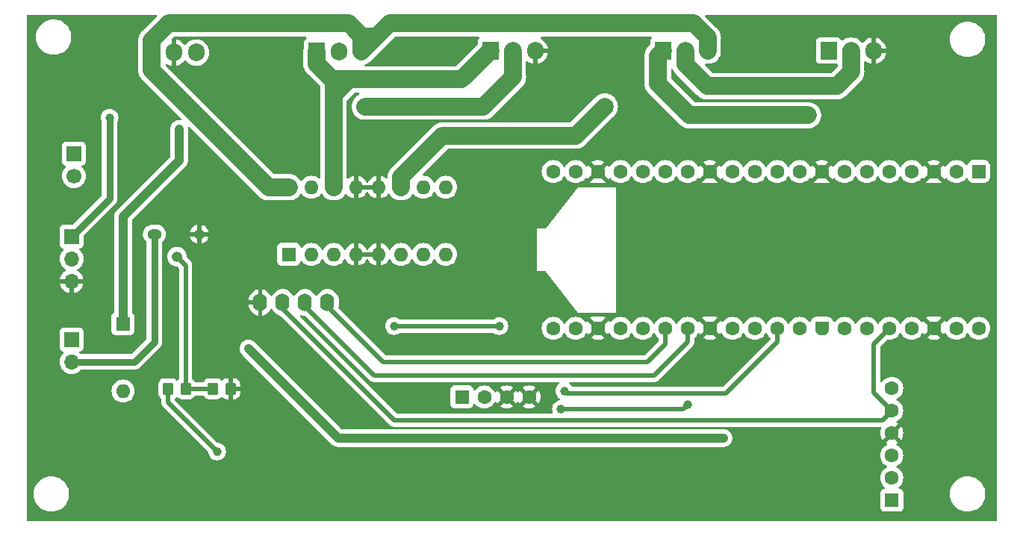
<source format=gbr>
%TF.GenerationSoftware,KiCad,Pcbnew,7.0.10*%
%TF.CreationDate,2024-04-04T22:36:57+05:30*%
%TF.ProjectId,PocketPCR,506f636b-6574-4504-9352-2e6b69636164,rev?*%
%TF.SameCoordinates,Original*%
%TF.FileFunction,Copper,L2,Bot*%
%TF.FilePolarity,Positive*%
%FSLAX46Y46*%
G04 Gerber Fmt 4.6, Leading zero omitted, Abs format (unit mm)*
G04 Created by KiCad (PCBNEW 7.0.10) date 2024-04-04 22:36:57*
%MOMM*%
%LPD*%
G01*
G04 APERTURE LIST*
G04 Aperture macros list*
%AMRoundRect*
0 Rectangle with rounded corners*
0 $1 Rounding radius*
0 $2 $3 $4 $5 $6 $7 $8 $9 X,Y pos of 4 corners*
0 Add a 4 corners polygon primitive as box body*
4,1,4,$2,$3,$4,$5,$6,$7,$8,$9,$2,$3,0*
0 Add four circle primitives for the rounded corners*
1,1,$1+$1,$2,$3*
1,1,$1+$1,$4,$5*
1,1,$1+$1,$6,$7*
1,1,$1+$1,$8,$9*
0 Add four rect primitives between the rounded corners*
20,1,$1+$1,$2,$3,$4,$5,0*
20,1,$1+$1,$4,$5,$6,$7,0*
20,1,$1+$1,$6,$7,$8,$9,0*
20,1,$1+$1,$8,$9,$2,$3,0*%
%AMFreePoly0*
4,1,28,0.605014,0.794986,0.644504,0.794986,0.724698,0.756366,0.780194,0.686777,0.800000,0.600000,0.800000,-0.600000,0.780194,-0.686777,0.724698,-0.756366,0.644504,-0.794986,0.605014,-0.794986,0.600000,-0.800000,0.000000,-0.800000,-0.178017,-0.779942,-0.347107,-0.720775,-0.498792,-0.625465,-0.625465,-0.498792,-0.720775,-0.347107,-0.779942,-0.178017,-0.800000,0.000000,-0.779942,0.178017,
-0.720775,0.347107,-0.625465,0.498792,-0.498792,0.625465,-0.347107,0.720775,-0.178017,0.779942,0.000000,0.800000,0.600000,0.800000,0.605014,0.794986,0.605014,0.794986,$1*%
%AMFreePoly1*
4,1,28,0.178017,0.779942,0.347107,0.720775,0.498792,0.625465,0.625465,0.498792,0.720775,0.347107,0.779942,0.178017,0.800000,0.000000,0.779942,-0.178017,0.720775,-0.347107,0.625465,-0.498792,0.498792,-0.625465,0.347107,-0.720775,0.178017,-0.779942,0.000000,-0.800000,-0.600000,-0.800000,-0.605014,-0.794986,-0.644504,-0.794986,-0.724698,-0.756366,-0.780194,-0.686777,-0.800000,-0.600000,
-0.800000,0.600000,-0.780194,0.686777,-0.724698,0.756366,-0.644504,0.794986,-0.605014,0.794986,-0.600000,0.800000,0.000000,0.800000,0.178017,0.779942,0.178017,0.779942,$1*%
G04 Aperture macros list end*
%TA.AperFunction,ComponentPad*%
%ADD10O,1.600000X2.000000*%
%TD*%
%TA.AperFunction,ComponentPad*%
%ADD11C,1.600000*%
%TD*%
%TA.AperFunction,ComponentPad*%
%ADD12R,1.600000X1.600000*%
%TD*%
%TA.AperFunction,ComponentPad*%
%ADD13O,1.200000X1.200000*%
%TD*%
%TA.AperFunction,ComponentPad*%
%ADD14O,1.600000X1.200000*%
%TD*%
%TA.AperFunction,ComponentPad*%
%ADD15O,1.600000X1.600000*%
%TD*%
%TA.AperFunction,ComponentPad*%
%ADD16R,1.905000X2.000000*%
%TD*%
%TA.AperFunction,ComponentPad*%
%ADD17O,1.905000X2.000000*%
%TD*%
%TA.AperFunction,SMDPad,CuDef*%
%ADD18RoundRect,0.250000X-0.350000X-0.450000X0.350000X-0.450000X0.350000X0.450000X-0.350000X0.450000X0*%
%TD*%
%TA.AperFunction,ComponentPad*%
%ADD19R,1.700000X1.700000*%
%TD*%
%TA.AperFunction,ComponentPad*%
%ADD20C,1.700000*%
%TD*%
%TA.AperFunction,ComponentPad*%
%ADD21O,1.700000X1.700000*%
%TD*%
%TA.AperFunction,ComponentPad*%
%ADD22RoundRect,0.200000X-0.600000X0.600000X-0.600000X-0.600000X0.600000X-0.600000X0.600000X0.600000X0*%
%TD*%
%TA.AperFunction,ComponentPad*%
%ADD23FreePoly0,270.000000*%
%TD*%
%TA.AperFunction,ComponentPad*%
%ADD24FreePoly1,270.000000*%
%TD*%
%TA.AperFunction,SMDPad,CuDef*%
%ADD25RoundRect,0.250000X0.350000X0.450000X-0.350000X0.450000X-0.350000X-0.450000X0.350000X-0.450000X0*%
%TD*%
%TA.AperFunction,ViaPad*%
%ADD26C,1.000000*%
%TD*%
%TA.AperFunction,ViaPad*%
%ADD27C,2.000000*%
%TD*%
%TA.AperFunction,ViaPad*%
%ADD28C,1.500000*%
%TD*%
%TA.AperFunction,Conductor*%
%ADD29C,1.000000*%
%TD*%
%TA.AperFunction,Conductor*%
%ADD30C,2.000000*%
%TD*%
%TA.AperFunction,Conductor*%
%ADD31C,0.500000*%
%TD*%
%TA.AperFunction,Conductor*%
%ADD32C,0.750000*%
%TD*%
G04 APERTURE END LIST*
D10*
%TO.P,U4,1,GND*%
%TO.N,GND*%
X129346000Y-77579000D03*
%TO.P,U4,2,VCC*%
%TO.N,/3.3V*%
X131886000Y-77579000D03*
%TO.P,U4,3,SCL*%
%TO.N,/SCL*%
X134426000Y-77579000D03*
%TO.P,U4,4,SDA*%
%TO.N,/SDA*%
X136966000Y-77579000D03*
%TD*%
D11*
%TO.P,,6,EN*%
%TO.N,unconnected-(HC-1-EN-Pad6)*%
X200954500Y-87313500D03*
%TO.P,,5,VCC*%
%TO.N,/3.3V*%
X200954500Y-89853500D03*
%TO.P,,4,GND*%
%TO.N,GND*%
X200954500Y-92393500D03*
%TO.P,,3,TXD*%
%TO.N,/BLUE_TX*%
X200954500Y-94933500D03*
%TO.P,,2,RXD*%
%TO.N,/BLUE_RX*%
X200954500Y-97483500D03*
D12*
%TO.P,,1,STATE*%
%TO.N,unconnected-(HC-1-STATE-Pad1)*%
X200954500Y-100013500D03*
%TD*%
D13*
%TO.P,Q6,3,E*%
%TO.N,GND*%
X122428000Y-69850000D03*
%TO.P,Q6,2,B*%
%TO.N,Net-(Q6-B)*%
X119888000Y-72390000D03*
D14*
%TO.P,Q6,1,C*%
%TO.N,Net-(D2-A)*%
X117348000Y-69850000D03*
%TD*%
D12*
%TO.P,U1,1,EN1\u002C2*%
%TO.N,Net-(U1-EN1\u002C2)*%
X132588000Y-72136000D03*
D15*
%TO.P,U1,2,1A*%
%TO.N,unconnected-(U1-1A-Pad2)*%
X135128000Y-72136000D03*
%TO.P,U1,3,1Y*%
%TO.N,unconnected-(U1-1Y-Pad3)*%
X137668000Y-72136000D03*
%TO.P,U1,4,GND*%
%TO.N,GND*%
X140208000Y-72136000D03*
%TO.P,U1,5,GND*%
X142748000Y-72136000D03*
%TO.P,U1,6,2Y*%
%TO.N,unconnected-(U1-2Y-Pad6)*%
X145288000Y-72136000D03*
%TO.P,U1,7,2A*%
%TO.N,unconnected-(U1-2A-Pad7)*%
X147828000Y-72136000D03*
%TO.P,U1,8,VCC2*%
%TO.N,V_USB*%
X150368000Y-72136000D03*
%TO.P,U1,9,EN3\u002C4*%
%TO.N,Net-(U1-EN3\u002C4)*%
X150368000Y-64516000D03*
%TO.P,U1,10,3A*%
%TO.N,Net-(U1-3A)*%
X147828000Y-64516000D03*
%TO.P,U1,11,3Y*%
%TO.N,/HBRG_IN2*%
X145288000Y-64516000D03*
%TO.P,U1,12,GND*%
%TO.N,GND*%
X142748000Y-64516000D03*
%TO.P,U1,13,GND*%
X140208000Y-64516000D03*
%TO.P,U1,14,4Y*%
%TO.N,/HBRG_IN1*%
X137668000Y-64516000D03*
%TO.P,U1,15,4A*%
%TO.N,Net-(U1-4A)*%
X135128000Y-64516000D03*
%TO.P,U1,16,VCC1*%
%TO.N,V_USB*%
X132588000Y-64516000D03*
%TD*%
D16*
%TO.P,Q4,1,G*%
%TO.N,/HBRG_IN2*%
X193802000Y-49022000D03*
D17*
%TO.P,Q4,2,D*%
%TO.N,/HBRG_OUT2*%
X196342000Y-49022000D03*
%TO.P,Q4,3,S*%
%TO.N,GND*%
X198882000Y-49022000D03*
%TD*%
D12*
%TO.P,D2,1,K*%
%TO.N,V_REG*%
X113792000Y-80010000D03*
D15*
%TO.P,D2,2,A*%
%TO.N,Net-(D2-A)*%
X113792000Y-87630000D03*
%TD*%
D18*
%TO.P,R6,1*%
%TO.N,/FAN*%
X118888000Y-87376000D03*
%TO.P,R6,2*%
%TO.N,Net-(Q6-B)*%
X120888000Y-87376000D03*
%TD*%
D19*
%TO.P,J1,1,Pin_1*%
%TO.N,/HBRG_OUT1*%
X108204000Y-60706000D03*
D20*
%TO.P,J1,2,Pin_2*%
%TO.N,/HBRG_OUT2*%
X108204000Y-63246000D03*
%TD*%
D19*
%TO.P,J2,1,Pin_1*%
%TO.N,V_USB*%
X107950000Y-70104000D03*
D21*
%TO.P,J2,2,Pin_2*%
%TO.N,/BLOCK_ADC*%
X107950000Y-72644000D03*
%TO.P,J2,3,Pin_3*%
%TO.N,GND*%
X107950000Y-75184000D03*
%TD*%
D12*
%TO.P,J3,1,Pin_1*%
%TO.N,V_USB*%
X152208500Y-88304500D03*
D11*
%TO.P,J3,2,Pin_2*%
X154748500Y-88304500D03*
%TO.P,J3,3,Pin_3*%
%TO.N,GND*%
X157288500Y-88304500D03*
%TO.P,J3,4,Pin_4*%
X159828500Y-88304500D03*
%TD*%
D16*
%TO.P,Q1,1,G*%
%TO.N,/HBRG_IN1*%
X135741500Y-49123500D03*
D17*
%TO.P,Q1,2,D*%
%TO.N,/HBRG_OUT1*%
X138281500Y-49123500D03*
%TO.P,Q1,3,S*%
%TO.N,V_USB*%
X140821500Y-49123500D03*
%TD*%
D19*
%TO.P,J4,1,Pin_1*%
%TO.N,V_REG*%
X107950000Y-81788000D03*
D21*
%TO.P,J4,2,Pin_2*%
%TO.N,Net-(D2-A)*%
X107950000Y-84328000D03*
%TD*%
D16*
%TO.P,Q3,1,G*%
%TO.N,/HBRG_IN2*%
X175006000Y-49022000D03*
D17*
%TO.P,Q3,2,D*%
%TO.N,/HBRG_OUT2*%
X177546000Y-49022000D03*
%TO.P,Q3,3,S*%
%TO.N,V_USB*%
X180086000Y-49022000D03*
%TD*%
D16*
%TO.P,Q2,1,G*%
%TO.N,/HBRG_IN1*%
X155448000Y-49022000D03*
D17*
%TO.P,Q2,2,D*%
%TO.N,/HBRG_OUT1*%
X157988000Y-49022000D03*
%TO.P,Q2,3,S*%
%TO.N,GND*%
X160528000Y-49022000D03*
%TD*%
D16*
%TO.P,U5,1,IN*%
%TO.N,V_USB*%
X117012000Y-49252000D03*
D17*
%TO.P,U5,2,GND*%
%TO.N,GND*%
X119552000Y-49252000D03*
%TO.P,U5,3,OUT*%
%TO.N,V_REG*%
X122092000Y-49252000D03*
%TD*%
D22*
%TO.P,U2,1,GPIO0*%
%TO.N,unconnected-(U2-GPIO0-Pad1)*%
X210820000Y-62738000D03*
D11*
%TO.P,U2,2,GPIO1*%
%TO.N,unconnected-(U2-GPIO1-Pad2)*%
X208280000Y-62738000D03*
D23*
%TO.P,U2,3,GND*%
%TO.N,GND*%
X205740000Y-62738000D03*
D11*
%TO.P,U2,4,GPIO2*%
%TO.N,unconnected-(U2-GPIO2-Pad4)*%
X203200000Y-62738000D03*
%TO.P,U2,5,GPIO3*%
%TO.N,unconnected-(U2-GPIO3-Pad5)*%
X200660000Y-62738000D03*
%TO.P,U2,6,GPIO4*%
%TO.N,unconnected-(U2-GPIO4-Pad6)*%
X198120000Y-62738000D03*
%TO.P,U2,7,GPIO5*%
%TO.N,unconnected-(U2-GPIO5-Pad7)*%
X195580000Y-62738000D03*
D23*
%TO.P,U2,8,GND*%
%TO.N,GND*%
X193040000Y-62738000D03*
D11*
%TO.P,U2,9,GPIO6*%
%TO.N,unconnected-(U2-GPIO6-Pad9)*%
X190500000Y-62738000D03*
%TO.P,U2,10,GPIO7*%
%TO.N,unconnected-(U2-GPIO7-Pad10)*%
X187960000Y-62738000D03*
%TO.P,U2,11,GPIO8*%
%TO.N,unconnected-(U2-GPIO8-Pad11)*%
X185420000Y-62738000D03*
%TO.P,U2,12,GPIO9*%
%TO.N,unconnected-(U2-GPIO9-Pad12)*%
X182880000Y-62738000D03*
D23*
%TO.P,U2,13,GND*%
%TO.N,GND*%
X180340000Y-62738000D03*
D11*
%TO.P,U2,14,GPIO10*%
%TO.N,unconnected-(U2-GPIO10-Pad14)*%
X177800000Y-62738000D03*
%TO.P,U2,15,GPIO11*%
%TO.N,unconnected-(U2-GPIO11-Pad15)*%
X175260000Y-62738000D03*
%TO.P,U2,16,GPIO12*%
%TO.N,unconnected-(U2-GPIO12-Pad16)*%
X172720000Y-62738000D03*
%TO.P,U2,17,GPIO13*%
%TO.N,unconnected-(U2-GPIO13-Pad17)*%
X170180000Y-62738000D03*
D23*
%TO.P,U2,18,GND*%
%TO.N,GND*%
X167640000Y-62738000D03*
D11*
%TO.P,U2,19,GPIO14*%
%TO.N,/MD_IN1*%
X165100000Y-62738000D03*
%TO.P,U2,20,GPIO15*%
%TO.N,/MD_IN2*%
X162560000Y-62738000D03*
%TO.P,U2,21,GPIO16*%
%TO.N,/BLUE_RX*%
X162560000Y-80518000D03*
%TO.P,U2,22,GPIO17*%
%TO.N,/BLUE_TX*%
X165100000Y-80518000D03*
D24*
%TO.P,U2,23,GND*%
%TO.N,GND*%
X167640000Y-80518000D03*
D11*
%TO.P,U2,24,GPIO18*%
%TO.N,unconnected-(U2-GPIO18-Pad24)*%
X170180000Y-80518000D03*
%TO.P,U2,25,GPIO19*%
%TO.N,unconnected-(U2-GPIO19-Pad25)*%
X172720000Y-80518000D03*
%TO.P,U2,26,GPIO20*%
%TO.N,/SDA*%
X175260000Y-80518000D03*
%TO.P,U2,27,GPIO21*%
%TO.N,/SCL*%
X177800000Y-80518000D03*
D24*
%TO.P,U2,28,GND*%
%TO.N,GND*%
X180340000Y-80518000D03*
D11*
%TO.P,U2,29,GPIO22*%
%TO.N,/FAN*%
X182880000Y-80518000D03*
%TO.P,U2,30,RUN*%
%TO.N,unconnected-(U2-RUN-Pad30)*%
X185420000Y-80518000D03*
%TO.P,U2,31,GPIO26_ADC0*%
%TO.N,/BLOCK_ADC*%
X187960000Y-80518000D03*
%TO.P,U2,32,GPIO27_ADC1*%
%TO.N,unconnected-(U2-GPIO27_ADC1-Pad32)*%
X190500000Y-80518000D03*
D24*
%TO.P,U2,33,AGND*%
%TO.N,unconnected-(U2-AGND-Pad33)*%
X193040000Y-80518000D03*
D11*
%TO.P,U2,34,GPIO28_ADC2*%
%TO.N,unconnected-(U2-GPIO28_ADC2-Pad34)*%
X195580000Y-80518000D03*
%TO.P,U2,35,ADC_VREF*%
%TO.N,unconnected-(U2-ADC_VREF-Pad35)*%
X198120000Y-80518000D03*
%TO.P,U2,36,3V3*%
%TO.N,/3.3V*%
X200660000Y-80518000D03*
%TO.P,U2,37,3V3_EN*%
%TO.N,unconnected-(U2-3V3_EN-Pad37)*%
X203200000Y-80518000D03*
D24*
%TO.P,U2,38,GND*%
%TO.N,GND*%
X205740000Y-80518000D03*
D11*
%TO.P,U2,39,VSYS*%
%TO.N,Net-(D1-K)*%
X208280000Y-80518000D03*
%TO.P,U2,40,VBUS*%
%TO.N,unconnected-(U2-VBUS-Pad40)*%
X210820000Y-80518000D03*
%TD*%
D25*
%TO.P,R7,1*%
%TO.N,GND*%
X125968000Y-87376000D03*
%TO.P,R7,2*%
%TO.N,Net-(Q6-B)*%
X123968000Y-87376000D03*
%TD*%
D26*
%TO.N,GND*%
X122428000Y-67310000D03*
X120396000Y-66040000D03*
X118364000Y-66294000D03*
X117094000Y-67564000D03*
X119888000Y-68072000D03*
X211328000Y-73152000D03*
X211328000Y-70612000D03*
X209042000Y-74422000D03*
X209042000Y-71628000D03*
X209042000Y-69088000D03*
X211582000Y-92202000D03*
X208788000Y-92202000D03*
X206248000Y-92202000D03*
X104902000Y-87122000D03*
X104902000Y-83566000D03*
X104902000Y-80010000D03*
X104902000Y-76962000D03*
X104902000Y-74168000D03*
X104902000Y-71628000D03*
X104902000Y-69088000D03*
X106426000Y-67056000D03*
X110998000Y-53086000D03*
X108204000Y-55880000D03*
X105918000Y-57150000D03*
X105918000Y-54610000D03*
X108204000Y-53086000D03*
X105918000Y-51816000D03*
X109474000Y-50800000D03*
X117602000Y-57912000D03*
X115316000Y-57912000D03*
X116586000Y-56388000D03*
X127508000Y-54610000D03*
X126492000Y-51816000D03*
X131826000Y-51816000D03*
X129032000Y-52832000D03*
X129032000Y-50800000D03*
X129032000Y-48768000D03*
X131826000Y-48514000D03*
X113030000Y-49022000D03*
X113030000Y-47244000D03*
X126492000Y-48514000D03*
X164846000Y-48768000D03*
X183896000Y-49022000D03*
X183896000Y-46990000D03*
X189738000Y-49022000D03*
X189738000Y-46990000D03*
X202946000Y-49022000D03*
X202946000Y-47244000D03*
X187198000Y-46990000D03*
X187198000Y-49022000D03*
X167640000Y-48514000D03*
X148336000Y-48768000D03*
X209296000Y-57658000D03*
X209296000Y-55118000D03*
X205994000Y-57658000D03*
X202946000Y-57658000D03*
X199898000Y-57658000D03*
X205994000Y-55118000D03*
X202946000Y-55118000D03*
X200152000Y-55118000D03*
X205740000Y-52832000D03*
X202692000Y-52832000D03*
X200152000Y-52832000D03*
D27*
%TO.N,/HBRG_OUT1*%
X141224000Y-55372000D03*
%TO.N,/HBRG_IN2*%
X168402000Y-55372000D03*
D26*
%TO.N,/FAN*%
X124460000Y-94488000D03*
%TO.N,V_REG*%
X120152233Y-57901767D03*
%TO.N,V_USB*%
X112268000Y-56642000D03*
%TO.N,GND*%
X159004000Y-95758000D03*
X177800000Y-76200000D03*
X175260000Y-66040000D03*
X177800000Y-73406000D03*
X180340000Y-76200000D03*
X172720000Y-68580000D03*
X190754000Y-76200000D03*
X158242000Y-99568000D03*
X153416000Y-97790000D03*
X154432000Y-95758000D03*
X190500000Y-66040000D03*
X175260000Y-73660000D03*
X185420000Y-68580000D03*
X193040000Y-75946000D03*
X203200000Y-71120000D03*
X158242000Y-101600000D03*
X198374000Y-75946000D03*
X185420000Y-70866000D03*
X182880000Y-66040000D03*
X190500000Y-70866000D03*
X183134000Y-76200000D03*
X197866000Y-73660000D03*
X198120000Y-70866000D03*
X185420000Y-73660000D03*
X180594000Y-73406000D03*
X203200000Y-65786000D03*
X153670000Y-101600000D03*
X203200000Y-68580000D03*
X203454000Y-76200000D03*
X187706000Y-73660000D03*
X193040000Y-66040000D03*
X195580000Y-70866000D03*
X172720000Y-75946000D03*
X190500000Y-73660000D03*
X193040000Y-71120000D03*
X198120000Y-68580000D03*
X182880000Y-68580000D03*
X187960000Y-66040000D03*
X188214000Y-76200000D03*
X177800000Y-68580000D03*
X190500000Y-68580000D03*
X155956000Y-97790000D03*
X172720000Y-73660000D03*
X172466000Y-66040000D03*
X185674000Y-76200000D03*
X182880000Y-73660000D03*
X198120000Y-66040000D03*
X175006000Y-76200000D03*
X195580000Y-66040000D03*
X155956000Y-101600000D03*
X185420000Y-66040000D03*
X175514000Y-68580000D03*
X200914000Y-76200000D03*
X195834000Y-75946000D03*
X200660000Y-73660000D03*
X175260000Y-71120000D03*
X178054000Y-71120000D03*
X182880000Y-70866000D03*
X180340000Y-68580000D03*
X200660000Y-68580000D03*
X172720000Y-71120000D03*
X177800000Y-66040000D03*
X187960000Y-68580000D03*
X200914000Y-70866000D03*
X155956000Y-99568000D03*
X187706000Y-70866000D03*
X195580000Y-68580000D03*
X193040000Y-73660000D03*
X200660000Y-66040000D03*
X180340000Y-71120000D03*
X193040000Y-68580000D03*
X158242000Y-97790000D03*
X180340000Y-66040000D03*
X195580000Y-73660000D03*
X156718000Y-95758000D03*
X153416000Y-99568000D03*
X152400000Y-95758000D03*
X203200000Y-73660000D03*
%TO.N,V_REG*%
X181864000Y-92964000D03*
X128016000Y-82804000D03*
D28*
%TO.N,/HBRG_IN2*%
X191434000Y-56364000D03*
D26*
%TO.N,/FAN*%
X163449000Y-89682000D03*
X177800000Y-89154000D03*
%TO.N,/BLOCK_ADC*%
X163830000Y-87630000D03*
X156464000Y-80264000D03*
X144526000Y-80264000D03*
%TD*%
D29*
%TO.N,V_REG*%
X120152233Y-57901767D02*
X120152233Y-61457767D01*
X113792000Y-67818000D02*
X113792000Y-80010000D01*
X120152233Y-61457767D02*
X113792000Y-67818000D01*
D30*
%TO.N,/HBRG_OUT1*%
X157988000Y-52022000D02*
X157988000Y-49022000D01*
X141224000Y-55372000D02*
X154638000Y-55372000D01*
X154638000Y-55372000D02*
X157988000Y-52022000D01*
%TO.N,/HBRG_IN2*%
X145288000Y-63384630D02*
X149998630Y-58674000D01*
X149998630Y-58674000D02*
X165100000Y-58674000D01*
X165100000Y-58674000D02*
X168402000Y-55372000D01*
X145288000Y-64516000D02*
X145288000Y-63384630D01*
X174416000Y-52750000D02*
X178030000Y-56364000D01*
X174416000Y-49612000D02*
X174416000Y-52750000D01*
X178030000Y-56364000D02*
X191434000Y-56364000D01*
X175006000Y-49022000D02*
X174416000Y-49612000D01*
D31*
%TO.N,/FAN*%
X177272000Y-89682000D02*
X177800000Y-89154000D01*
X163449000Y-89682000D02*
X177272000Y-89682000D01*
D30*
%TO.N,/HBRG_IN1*%
X137668000Y-54078000D02*
X139446000Y-52300000D01*
%TO.N,V_USB*%
X142537500Y-47407500D02*
X142597500Y-47347500D01*
X140821500Y-47407500D02*
X142537500Y-47407500D01*
X142597500Y-47347500D02*
X140821500Y-49123500D01*
X144003000Y-45942000D02*
X142597500Y-47347500D01*
X180086000Y-47556000D02*
X178472000Y-45942000D01*
X178472000Y-45942000D02*
X144003000Y-45942000D01*
X180086000Y-49022000D02*
X180086000Y-47556000D01*
X140126000Y-46712000D02*
X140155500Y-46741500D01*
D32*
%TO.N,Net-(D2-A)*%
X117348000Y-82042000D02*
X117348000Y-69850000D01*
X115062000Y-84328000D02*
X117348000Y-82042000D01*
X107950000Y-84328000D02*
X115062000Y-84328000D01*
D30*
%TO.N,V_USB*%
X130302000Y-64516000D02*
X117012000Y-51226000D01*
X132588000Y-64516000D02*
X130302000Y-64516000D01*
X117012000Y-51226000D02*
X117012000Y-49252000D01*
D32*
X112268000Y-65786000D02*
X107950000Y-70104000D01*
X112268000Y-56642000D02*
X112268000Y-65786000D01*
D31*
%TO.N,/FAN*%
X118888000Y-87376000D02*
X118888000Y-87392000D01*
%TO.N,Net-(Q6-B)*%
X120888000Y-86360000D02*
X120888000Y-86852000D01*
X121412000Y-87376000D02*
X123968000Y-87376000D01*
X120888000Y-87376000D02*
X121412000Y-87376000D01*
X120888000Y-86852000D02*
X121412000Y-87376000D01*
X120888000Y-86360000D02*
X120888000Y-87376000D01*
X120888000Y-73390000D02*
X120888000Y-86360000D01*
X119888000Y-72390000D02*
X120888000Y-73390000D01*
%TO.N,/FAN*%
X124460000Y-94488000D02*
X118888000Y-88916000D01*
X124714000Y-94488000D02*
X124460000Y-94488000D01*
X118888000Y-88916000D02*
X118888000Y-87376000D01*
%TO.N,/3.3V*%
X131886000Y-78292000D02*
X144526000Y-90932000D01*
X144526000Y-90932000D02*
X199876000Y-90932000D01*
X131886000Y-77579000D02*
X131886000Y-78292000D01*
X199876000Y-90932000D02*
X200395000Y-90413000D01*
D30*
%TO.N,/HBRG_IN1*%
X137510070Y-52300000D02*
X139446000Y-52300000D01*
X139446000Y-52300000D02*
X152170000Y-52300000D01*
X137668000Y-54102000D02*
X137668000Y-52457930D01*
X137668000Y-64516000D02*
X137668000Y-54102000D01*
X137668000Y-54102000D02*
X137668000Y-54078000D01*
X137668000Y-52457930D02*
X137510070Y-52300000D01*
D31*
%TO.N,/BLOCK_ADC*%
X156464000Y-80264000D02*
X144526000Y-80264000D01*
D30*
%TO.N,V_USB*%
X140126000Y-46712000D02*
X140821500Y-47407500D01*
D29*
X140821500Y-49123500D02*
X140821500Y-48556500D01*
D30*
X117012000Y-47875071D02*
X118937071Y-45950000D01*
X117012000Y-49252000D02*
X117012000Y-47875071D01*
X139364000Y-45950000D02*
X140126000Y-46712000D01*
X118937071Y-45950000D02*
X139364000Y-45950000D01*
X140821500Y-47407500D02*
X140821500Y-49123500D01*
D29*
%TO.N,V_REG*%
X138176000Y-92964000D02*
X181864000Y-92964000D01*
X128016000Y-82804000D02*
X138176000Y-92964000D01*
D31*
%TO.N,/3.3V*%
X198882000Y-82296000D02*
X198882000Y-87781000D01*
X198882000Y-87781000D02*
X200330500Y-89229500D01*
X200330500Y-89229500D02*
X200954500Y-89853500D01*
X200660000Y-80518000D02*
X198882000Y-82296000D01*
X200395000Y-89294000D02*
X200395000Y-90413000D01*
X200330500Y-89229500D02*
X200395000Y-89294000D01*
X200395000Y-90413000D02*
X200954500Y-89853500D01*
D30*
%TO.N,/HBRG_OUT2*%
X177546000Y-49022000D02*
X177546000Y-50604000D01*
X180004000Y-53062000D02*
X194714500Y-53062000D01*
X194714500Y-53062000D02*
X196342000Y-51434500D01*
X196342000Y-51434500D02*
X196342000Y-49022000D01*
X177546000Y-50604000D02*
X180004000Y-53062000D01*
D31*
%TO.N,/SDA*%
X143256000Y-84328000D02*
X173228000Y-84328000D01*
X175260000Y-82296000D02*
X175260000Y-80518000D01*
X136966000Y-77579000D02*
X136966000Y-78038000D01*
X173228000Y-84328000D02*
X175260000Y-82296000D01*
X136966000Y-78038000D02*
X143256000Y-84328000D01*
D30*
%TO.N,/HBRG_IN2*%
X191434000Y-56364000D02*
X191180000Y-56364000D01*
%TO.N,/HBRG_IN1*%
X135741500Y-49123500D02*
X135741500Y-50531430D01*
X135741500Y-50531430D02*
X137510070Y-52300000D01*
X152170000Y-52300000D02*
X155448000Y-49022000D01*
D31*
%TO.N,/SCL*%
X177800000Y-82042000D02*
X173990000Y-85852000D01*
X142240000Y-85852000D02*
X134426000Y-78038000D01*
X134426000Y-78038000D02*
X134426000Y-77579000D01*
X177800000Y-80518000D02*
X177800000Y-82042000D01*
X173990000Y-85852000D02*
X142240000Y-85852000D01*
%TO.N,/BLOCK_ADC*%
X163957000Y-87757000D02*
X164084000Y-87884000D01*
X187960000Y-82042000D02*
X187960000Y-80518000D01*
X182118000Y-87884000D02*
X187960000Y-82042000D01*
X164084000Y-87884000D02*
X182118000Y-87884000D01*
%TD*%
%TA.AperFunction,Conductor*%
%TO.N,GND*%
G36*
X133991569Y-79008971D02*
G01*
X134199308Y-79064635D01*
X134364711Y-79079105D01*
X134429779Y-79104557D01*
X134441584Y-79114952D01*
X141664270Y-86337638D01*
X141676051Y-86351270D01*
X141690388Y-86370528D01*
X141690389Y-86370529D01*
X141690390Y-86370530D01*
X141697253Y-86376289D01*
X141728337Y-86402372D01*
X141736310Y-86409679D01*
X141740217Y-86413586D01*
X141740223Y-86413591D01*
X141764537Y-86432816D01*
X141767318Y-86435080D01*
X141791596Y-86455452D01*
X141824789Y-86483305D01*
X141830818Y-86487270D01*
X141830785Y-86487319D01*
X141837147Y-86491372D01*
X141837179Y-86491321D01*
X141843319Y-86495108D01*
X141843323Y-86495111D01*
X141881977Y-86513135D01*
X141911320Y-86526819D01*
X141914566Y-86528391D01*
X141981562Y-86562038D01*
X141988357Y-86564511D01*
X141988336Y-86564567D01*
X141995457Y-86567043D01*
X141995476Y-86566986D01*
X142002319Y-86569253D01*
X142002327Y-86569257D01*
X142075895Y-86584447D01*
X142079228Y-86585186D01*
X142152279Y-86602500D01*
X142152281Y-86602500D01*
X142152285Y-86602501D01*
X142159453Y-86603339D01*
X142159446Y-86603398D01*
X142166944Y-86604164D01*
X142166950Y-86604105D01*
X142174139Y-86604734D01*
X142174143Y-86604733D01*
X142174144Y-86604734D01*
X142249130Y-86602552D01*
X142252737Y-86602500D01*
X163158358Y-86602500D01*
X163225397Y-86622185D01*
X163271152Y-86674989D01*
X163281096Y-86744147D01*
X163252071Y-86807703D01*
X163237023Y-86822353D01*
X163119116Y-86919116D01*
X162994090Y-87071460D01*
X162994086Y-87071467D01*
X162901188Y-87245266D01*
X162843975Y-87433870D01*
X162824659Y-87630000D01*
X162843975Y-87826129D01*
X162853246Y-87856692D01*
X162890286Y-87978796D01*
X162901188Y-88014733D01*
X162994086Y-88188532D01*
X162994090Y-88188539D01*
X163119116Y-88340883D01*
X163271460Y-88465909D01*
X163271467Y-88465914D01*
X163275303Y-88467964D01*
X163325148Y-88516926D01*
X163340608Y-88585064D01*
X163316776Y-88650744D01*
X163261219Y-88693112D01*
X163252846Y-88695982D01*
X163064271Y-88753186D01*
X162890467Y-88846086D01*
X162890460Y-88846090D01*
X162738116Y-88971116D01*
X162613090Y-89123460D01*
X162613086Y-89123467D01*
X162520188Y-89297266D01*
X162462975Y-89485870D01*
X162443659Y-89682000D01*
X162462975Y-89878130D01*
X162506468Y-90021505D01*
X162507091Y-90091372D01*
X162469843Y-90150484D01*
X162406549Y-90180075D01*
X162387807Y-90181500D01*
X144888229Y-90181500D01*
X144821190Y-90161815D01*
X144800548Y-90145181D01*
X143807737Y-89152370D01*
X150908000Y-89152370D01*
X150908001Y-89152376D01*
X150914408Y-89211983D01*
X150964702Y-89346828D01*
X150964706Y-89346835D01*
X151050952Y-89462044D01*
X151050955Y-89462047D01*
X151166164Y-89548293D01*
X151166171Y-89548297D01*
X151301017Y-89598591D01*
X151301016Y-89598591D01*
X151307944Y-89599335D01*
X151360627Y-89605000D01*
X153056372Y-89604999D01*
X153115983Y-89598591D01*
X153250831Y-89548296D01*
X153366046Y-89462046D01*
X153452296Y-89346831D01*
X153502591Y-89211983D01*
X153506362Y-89176901D01*
X153533099Y-89112355D01*
X153590490Y-89072506D01*
X153660316Y-89070011D01*
X153720405Y-89105663D01*
X153731226Y-89119036D01*
X153748456Y-89143643D01*
X153909358Y-89304545D01*
X153930406Y-89319283D01*
X154095766Y-89435068D01*
X154302004Y-89531239D01*
X154521808Y-89590135D01*
X154683730Y-89604301D01*
X154748498Y-89609968D01*
X154748500Y-89609968D01*
X154748502Y-89609968D01*
X154806805Y-89604867D01*
X154975192Y-89590135D01*
X155194996Y-89531239D01*
X155401234Y-89435068D01*
X155587639Y-89304547D01*
X155748547Y-89143639D01*
X155879068Y-88957234D01*
X155906393Y-88898634D01*
X155952565Y-88846195D01*
X156019758Y-88827043D01*
X156086639Y-88847258D01*
X156131157Y-88898634D01*
X156158364Y-88956980D01*
X156209474Y-89029972D01*
X156805423Y-88434023D01*
X156829007Y-88514344D01*
X156906739Y-88635298D01*
X157015400Y-88729452D01*
X157146185Y-88789180D01*
X157155966Y-88790586D01*
X156563026Y-89383525D01*
X156636013Y-89434632D01*
X156636021Y-89434636D01*
X156842168Y-89530764D01*
X156842182Y-89530769D01*
X157061889Y-89589639D01*
X157061900Y-89589641D01*
X157288498Y-89609466D01*
X157288502Y-89609466D01*
X157515099Y-89589641D01*
X157515110Y-89589639D01*
X157734817Y-89530769D01*
X157734831Y-89530764D01*
X157940978Y-89434636D01*
X158013971Y-89383524D01*
X157421033Y-88790586D01*
X157430815Y-88789180D01*
X157561600Y-88729452D01*
X157670261Y-88635298D01*
X157747993Y-88514344D01*
X157771576Y-88434023D01*
X158367524Y-89029971D01*
X158418636Y-88956978D01*
X158446118Y-88898044D01*
X158492290Y-88845604D01*
X158559483Y-88826452D01*
X158626364Y-88846667D01*
X158670882Y-88898044D01*
X158698363Y-88956978D01*
X158749474Y-89029972D01*
X159345423Y-88434023D01*
X159369007Y-88514344D01*
X159446739Y-88635298D01*
X159555400Y-88729452D01*
X159686185Y-88789180D01*
X159695966Y-88790586D01*
X159103026Y-89383525D01*
X159176013Y-89434632D01*
X159176021Y-89434636D01*
X159382168Y-89530764D01*
X159382182Y-89530769D01*
X159601889Y-89589639D01*
X159601900Y-89589641D01*
X159828498Y-89609466D01*
X159828502Y-89609466D01*
X160055099Y-89589641D01*
X160055110Y-89589639D01*
X160274817Y-89530769D01*
X160274831Y-89530764D01*
X160480978Y-89434636D01*
X160553971Y-89383524D01*
X159961033Y-88790586D01*
X159970815Y-88789180D01*
X160101600Y-88729452D01*
X160210261Y-88635298D01*
X160287993Y-88514344D01*
X160311576Y-88434023D01*
X160907524Y-89029971D01*
X160958636Y-88956978D01*
X161054764Y-88750831D01*
X161054769Y-88750817D01*
X161113639Y-88531110D01*
X161113641Y-88531099D01*
X161133466Y-88304502D01*
X161133466Y-88304497D01*
X161113641Y-88077900D01*
X161113639Y-88077889D01*
X161054769Y-87858182D01*
X161054764Y-87858168D01*
X160958636Y-87652021D01*
X160958632Y-87652013D01*
X160907525Y-87579026D01*
X160311576Y-88174975D01*
X160287993Y-88094656D01*
X160210261Y-87973702D01*
X160101600Y-87879548D01*
X159970815Y-87819820D01*
X159961033Y-87818413D01*
X160553972Y-87225474D01*
X160480978Y-87174363D01*
X160274831Y-87078235D01*
X160274817Y-87078230D01*
X160055110Y-87019360D01*
X160055099Y-87019358D01*
X159828502Y-86999534D01*
X159828498Y-86999534D01*
X159601900Y-87019358D01*
X159601889Y-87019360D01*
X159382182Y-87078230D01*
X159382173Y-87078234D01*
X159176016Y-87174366D01*
X159176012Y-87174368D01*
X159103026Y-87225473D01*
X159103026Y-87225474D01*
X159695966Y-87818413D01*
X159686185Y-87819820D01*
X159555400Y-87879548D01*
X159446739Y-87973702D01*
X159369007Y-88094656D01*
X159345423Y-88174975D01*
X158749474Y-87579026D01*
X158749473Y-87579026D01*
X158698368Y-87652012D01*
X158670882Y-87710957D01*
X158624709Y-87763395D01*
X158557515Y-87782547D01*
X158490634Y-87762331D01*
X158446118Y-87710956D01*
X158418634Y-87652017D01*
X158418632Y-87652013D01*
X158367525Y-87579026D01*
X157771576Y-88174975D01*
X157747993Y-88094656D01*
X157670261Y-87973702D01*
X157561600Y-87879548D01*
X157430815Y-87819820D01*
X157421033Y-87818413D01*
X158013972Y-87225474D01*
X157940978Y-87174363D01*
X157734831Y-87078235D01*
X157734817Y-87078230D01*
X157515110Y-87019360D01*
X157515099Y-87019358D01*
X157288502Y-86999534D01*
X157288498Y-86999534D01*
X157061900Y-87019358D01*
X157061889Y-87019360D01*
X156842182Y-87078230D01*
X156842173Y-87078234D01*
X156636016Y-87174366D01*
X156636012Y-87174368D01*
X156563026Y-87225473D01*
X156563026Y-87225474D01*
X157155966Y-87818413D01*
X157146185Y-87819820D01*
X157015400Y-87879548D01*
X156906739Y-87973702D01*
X156829007Y-88094656D01*
X156805423Y-88174975D01*
X156209474Y-87579026D01*
X156209473Y-87579026D01*
X156158368Y-87652012D01*
X156158368Y-87652013D01*
X156131157Y-87710367D01*
X156084984Y-87762806D01*
X156017790Y-87781957D01*
X155950909Y-87761741D01*
X155906393Y-87710365D01*
X155879182Y-87652012D01*
X155879068Y-87651766D01*
X155748547Y-87465361D01*
X155748545Y-87465358D01*
X155587641Y-87304454D01*
X155401234Y-87173932D01*
X155401232Y-87173931D01*
X155194997Y-87077761D01*
X155194988Y-87077758D01*
X154975197Y-87018866D01*
X154975193Y-87018865D01*
X154975192Y-87018865D01*
X154975191Y-87018864D01*
X154975186Y-87018864D01*
X154748502Y-86999032D01*
X154748498Y-86999032D01*
X154521813Y-87018864D01*
X154521802Y-87018866D01*
X154302011Y-87077758D01*
X154302002Y-87077761D01*
X154095767Y-87173931D01*
X154095765Y-87173932D01*
X153909358Y-87304454D01*
X153748454Y-87465358D01*
X153731225Y-87489964D01*
X153676647Y-87533588D01*
X153607148Y-87540780D01*
X153544794Y-87509257D01*
X153509382Y-87449026D01*
X153506361Y-87432091D01*
X153502591Y-87397016D01*
X153452297Y-87262171D01*
X153452293Y-87262164D01*
X153366047Y-87146955D01*
X153366044Y-87146952D01*
X153250835Y-87060706D01*
X153250828Y-87060702D01*
X153115982Y-87010408D01*
X153115983Y-87010408D01*
X153056383Y-87004001D01*
X153056381Y-87004000D01*
X153056373Y-87004000D01*
X153056364Y-87004000D01*
X151360629Y-87004000D01*
X151360623Y-87004001D01*
X151301016Y-87010408D01*
X151166171Y-87060702D01*
X151166164Y-87060706D01*
X151050955Y-87146952D01*
X151050952Y-87146955D01*
X150964706Y-87262164D01*
X150964702Y-87262171D01*
X150914408Y-87397017D01*
X150908001Y-87456616D01*
X150908000Y-87456635D01*
X150908000Y-89152370D01*
X143807737Y-89152370D01*
X133871796Y-79216428D01*
X133838311Y-79155105D01*
X133843295Y-79085413D01*
X133885167Y-79029480D01*
X133950631Y-79005063D01*
X133991569Y-79008971D01*
G37*
%TD.AperFunction*%
%TA.AperFunction,Conductor*%
G36*
X181423035Y-81247482D02*
G01*
X181493046Y-81136062D01*
X181493051Y-81136053D01*
X181501564Y-81118377D01*
X181548385Y-81066516D01*
X181615812Y-81048202D01*
X181682436Y-81069248D01*
X181725666Y-81119769D01*
X181749432Y-81170734D01*
X181803171Y-81247482D01*
X181879954Y-81357141D01*
X182040858Y-81518045D01*
X182040861Y-81518047D01*
X182227266Y-81648568D01*
X182433504Y-81744739D01*
X182653308Y-81803635D01*
X182803659Y-81816789D01*
X182879998Y-81823468D01*
X182880000Y-81823468D01*
X182880002Y-81823468D01*
X182942785Y-81817975D01*
X183106692Y-81803635D01*
X183326496Y-81744739D01*
X183532734Y-81648568D01*
X183719139Y-81518047D01*
X183880047Y-81357139D01*
X184010568Y-81170734D01*
X184037618Y-81112724D01*
X184083790Y-81060285D01*
X184150983Y-81041133D01*
X184217865Y-81061348D01*
X184262381Y-81112724D01*
X184273260Y-81136053D01*
X184289429Y-81170728D01*
X184289432Y-81170734D01*
X184419954Y-81357141D01*
X184580858Y-81518045D01*
X184580861Y-81518047D01*
X184767266Y-81648568D01*
X184973504Y-81744739D01*
X185193308Y-81803635D01*
X185343659Y-81816789D01*
X185419998Y-81823468D01*
X185420000Y-81823468D01*
X185420002Y-81823468D01*
X185482785Y-81817975D01*
X185646692Y-81803635D01*
X185866496Y-81744739D01*
X186072734Y-81648568D01*
X186259139Y-81518047D01*
X186420047Y-81357139D01*
X186550568Y-81170734D01*
X186577618Y-81112724D01*
X186623790Y-81060285D01*
X186690983Y-81041133D01*
X186757865Y-81061348D01*
X186802381Y-81112724D01*
X186813260Y-81136053D01*
X186829429Y-81170728D01*
X186829432Y-81170734D01*
X186959954Y-81357141D01*
X187120859Y-81518046D01*
X187156621Y-81543086D01*
X187200247Y-81597662D01*
X187209500Y-81644662D01*
X187209500Y-81679770D01*
X187189815Y-81746809D01*
X187173181Y-81767451D01*
X181843451Y-87097181D01*
X181782128Y-87130666D01*
X181755770Y-87133500D01*
X164773393Y-87133500D01*
X164706354Y-87113815D01*
X164670939Y-87075430D01*
X164669296Y-87076529D01*
X164665909Y-87071460D01*
X164540883Y-86919116D01*
X164422977Y-86822353D01*
X164383643Y-86764607D01*
X164381772Y-86694763D01*
X164417960Y-86634994D01*
X164480716Y-86604279D01*
X164501642Y-86602500D01*
X173926295Y-86602500D01*
X173944265Y-86603809D01*
X173968023Y-86607289D01*
X174017369Y-86602971D01*
X174028176Y-86602500D01*
X174033704Y-86602500D01*
X174033709Y-86602500D01*
X174064556Y-86598893D01*
X174068030Y-86598539D01*
X174142797Y-86591999D01*
X174142805Y-86591996D01*
X174149866Y-86590539D01*
X174149878Y-86590598D01*
X174157243Y-86588965D01*
X174157229Y-86588906D01*
X174164249Y-86587241D01*
X174164255Y-86587241D01*
X174234779Y-86561572D01*
X174238117Y-86560412D01*
X174309334Y-86536814D01*
X174309342Y-86536808D01*
X174315882Y-86533760D01*
X174315908Y-86533816D01*
X174322690Y-86530532D01*
X174322663Y-86530478D01*
X174329113Y-86527238D01*
X174329117Y-86527237D01*
X174391837Y-86485984D01*
X174394732Y-86484140D01*
X174458656Y-86444712D01*
X174458662Y-86444705D01*
X174464325Y-86440229D01*
X174464362Y-86440277D01*
X174470204Y-86435518D01*
X174470164Y-86435471D01*
X174475686Y-86430835D01*
X174475696Y-86430830D01*
X174527185Y-86376253D01*
X174529632Y-86373734D01*
X178285638Y-82617727D01*
X178299267Y-82605950D01*
X178318530Y-82591610D01*
X178350366Y-82553669D01*
X178357683Y-82545684D01*
X178358992Y-82544373D01*
X178361591Y-82541776D01*
X178380853Y-82517413D01*
X178383076Y-82514686D01*
X178398615Y-82496168D01*
X178431302Y-82457214D01*
X178431304Y-82457209D01*
X178435274Y-82451175D01*
X178435325Y-82451208D01*
X178439369Y-82444860D01*
X178439317Y-82444828D01*
X178443106Y-82438682D01*
X178443111Y-82438677D01*
X178474832Y-82370647D01*
X178476358Y-82367496D01*
X178510040Y-82300433D01*
X178510041Y-82300428D01*
X178512508Y-82293650D01*
X178512566Y-82293671D01*
X178515043Y-82286544D01*
X178514986Y-82286526D01*
X178517256Y-82279676D01*
X178517257Y-82279672D01*
X178532439Y-82206139D01*
X178533187Y-82202762D01*
X178550500Y-82129721D01*
X178550500Y-82129717D01*
X178550501Y-82129713D01*
X178551339Y-82122548D01*
X178551398Y-82122554D01*
X178552164Y-82115054D01*
X178552105Y-82115049D01*
X178552734Y-82107859D01*
X178550552Y-82032869D01*
X178550500Y-82029262D01*
X178550500Y-81644662D01*
X178570185Y-81577623D01*
X178603379Y-81543086D01*
X178639140Y-81518046D01*
X178800045Y-81357141D01*
X178800047Y-81357139D01*
X178930568Y-81170734D01*
X178954333Y-81119768D01*
X179000501Y-81067333D01*
X179067695Y-81048180D01*
X179134576Y-81068395D01*
X179178432Y-81118372D01*
X179186946Y-81136050D01*
X179256963Y-81247483D01*
X179856923Y-80647523D01*
X179880507Y-80727844D01*
X179958239Y-80848798D01*
X180066900Y-80942952D01*
X180197685Y-81002680D01*
X180207466Y-81004086D01*
X179610517Y-81601035D01*
X179721936Y-81671046D01*
X179823863Y-81720133D01*
X179994020Y-81779672D01*
X179994026Y-81779674D01*
X180104294Y-81804842D01*
X180104310Y-81804844D01*
X180283436Y-81825027D01*
X180283437Y-81825028D01*
X180396563Y-81825028D01*
X180396563Y-81825027D01*
X180575689Y-81804844D01*
X180575705Y-81804842D01*
X180685973Y-81779674D01*
X180685979Y-81779672D01*
X180856140Y-81720131D01*
X180958052Y-81671052D01*
X181069482Y-81601036D01*
X180472533Y-81004086D01*
X180482315Y-81002680D01*
X180613100Y-80942952D01*
X180721761Y-80848798D01*
X180799493Y-80727844D01*
X180823076Y-80647523D01*
X181423035Y-81247482D01*
G37*
%TD.AperFunction*%
%TA.AperFunction,Conductor*%
G36*
X142420359Y-71897955D02*
G01*
X142362835Y-72010852D01*
X142343014Y-72136000D01*
X142362835Y-72261148D01*
X142420359Y-72374045D01*
X142432314Y-72386000D01*
X140523686Y-72386000D01*
X140535641Y-72374045D01*
X140593165Y-72261148D01*
X140612986Y-72136000D01*
X140593165Y-72010852D01*
X140535641Y-71897955D01*
X140523686Y-71886000D01*
X142432314Y-71886000D01*
X142420359Y-71897955D01*
G37*
%TD.AperFunction*%
%TA.AperFunction,Conductor*%
G36*
X117590220Y-44962185D02*
G01*
X117635975Y-45014989D01*
X117645919Y-45084147D01*
X117616894Y-45147703D01*
X117610862Y-45154181D01*
X116022306Y-46742735D01*
X116010794Y-46752903D01*
X115992255Y-46767333D01*
X115930776Y-46834116D01*
X115927231Y-46837810D01*
X115907104Y-46857936D01*
X115907094Y-46857948D01*
X115888689Y-46879679D01*
X115885298Y-46883519D01*
X115823838Y-46950282D01*
X115823835Y-46950285D01*
X115810994Y-46969941D01*
X115801813Y-46982254D01*
X115786635Y-47000175D01*
X115740174Y-47078145D01*
X115737462Y-47082488D01*
X115687829Y-47158460D01*
X115687824Y-47158468D01*
X115678397Y-47179960D01*
X115671367Y-47193617D01*
X115659348Y-47213787D01*
X115659343Y-47213797D01*
X115626347Y-47298359D01*
X115624386Y-47303092D01*
X115587937Y-47386189D01*
X115587935Y-47386194D01*
X115582169Y-47408961D01*
X115577484Y-47423586D01*
X115568953Y-47445450D01*
X115568948Y-47445466D01*
X115550324Y-47534282D01*
X115549170Y-47539272D01*
X115526892Y-47627246D01*
X115526890Y-47627257D01*
X115524952Y-47650648D01*
X115522737Y-47665849D01*
X115517920Y-47688821D01*
X115517919Y-47688834D01*
X115514168Y-47779511D01*
X115513851Y-47784621D01*
X115511500Y-47813005D01*
X115511500Y-47841473D01*
X115511394Y-47846597D01*
X115507642Y-47937290D01*
X115510548Y-47960597D01*
X115511500Y-47975934D01*
X115511500Y-51125136D01*
X115510548Y-51140472D01*
X115507643Y-51163779D01*
X115511394Y-51254472D01*
X115511500Y-51259596D01*
X115511500Y-51288065D01*
X115513851Y-51316448D01*
X115514168Y-51321558D01*
X115517918Y-51412232D01*
X115517918Y-51412236D01*
X115517919Y-51412237D01*
X115521667Y-51430115D01*
X115522738Y-51435220D01*
X115524952Y-51450421D01*
X115526891Y-51473817D01*
X115526891Y-51473822D01*
X115549171Y-51561803D01*
X115550325Y-51566793D01*
X115568949Y-51655607D01*
X115568952Y-51655616D01*
X115577485Y-51677487D01*
X115582170Y-51692113D01*
X115587935Y-51714877D01*
X115624393Y-51797995D01*
X115626353Y-51802727D01*
X115659344Y-51887275D01*
X115671364Y-51907447D01*
X115678396Y-51921109D01*
X115687824Y-51942604D01*
X115737464Y-52018583D01*
X115740153Y-52022891D01*
X115786634Y-52100894D01*
X115801808Y-52118811D01*
X115810990Y-52131123D01*
X115823836Y-52150785D01*
X115862490Y-52192774D01*
X115885294Y-52217546D01*
X115888686Y-52221387D01*
X115907104Y-52243133D01*
X115927226Y-52263254D01*
X115930776Y-52266954D01*
X115991747Y-52333185D01*
X115992256Y-52333738D01*
X116010505Y-52347942D01*
X116010788Y-52348162D01*
X116022306Y-52358334D01*
X120358106Y-56694134D01*
X120391591Y-56755457D01*
X120386607Y-56825149D01*
X120344735Y-56881082D01*
X120279271Y-56905499D01*
X120264141Y-56905655D01*
X120261047Y-56905499D01*
X120229577Y-56903902D01*
X120223709Y-56903464D01*
X120152236Y-56896426D01*
X120152229Y-56896426D01*
X120137602Y-56897866D01*
X120119178Y-56898304D01*
X120101301Y-56897398D01*
X120101290Y-56897398D01*
X120030666Y-56908217D01*
X120024047Y-56909050D01*
X119956105Y-56915742D01*
X119956099Y-56915743D01*
X119938600Y-56921051D01*
X119921396Y-56924957D01*
X119900165Y-56928210D01*
X119900154Y-56928213D01*
X119836492Y-56951791D01*
X119829423Y-56954170D01*
X119767510Y-56972951D01*
X119767505Y-56972953D01*
X119748231Y-56983255D01*
X119732851Y-56990175D01*
X119709346Y-56998881D01*
X119709342Y-56998882D01*
X119654733Y-57032920D01*
X119647598Y-57037044D01*
X119593701Y-57065853D01*
X119593686Y-57065863D01*
X119574039Y-57081987D01*
X119560971Y-57091362D01*
X119536662Y-57106514D01*
X119536660Y-57106516D01*
X119492601Y-57148396D01*
X119485838Y-57154372D01*
X119441347Y-57190885D01*
X119422943Y-57213309D01*
X119412531Y-57224508D01*
X119389180Y-57246706D01*
X119356500Y-57293658D01*
X119350582Y-57301482D01*
X119316325Y-57343225D01*
X119316322Y-57343230D01*
X119300963Y-57371963D01*
X119293384Y-57384340D01*
X119272939Y-57413715D01*
X119272938Y-57413716D01*
X119251782Y-57463013D01*
X119247193Y-57472559D01*
X119223419Y-57517039D01*
X119223417Y-57517044D01*
X119212926Y-57551629D01*
X119208217Y-57564532D01*
X119192694Y-57600704D01*
X119182612Y-57649758D01*
X119179813Y-57660784D01*
X119166208Y-57705637D01*
X119162314Y-57745175D01*
X119160373Y-57757978D01*
X119151733Y-57800024D01*
X119151733Y-57846521D01*
X119151136Y-57858674D01*
X119146892Y-57901766D01*
X119151136Y-57944857D01*
X119151733Y-57957011D01*
X119151733Y-60991984D01*
X119132048Y-61059023D01*
X119115414Y-61079665D01*
X113094646Y-67100432D01*
X113092399Y-67102624D01*
X113028946Y-67162942D01*
X112995245Y-67211361D01*
X112989574Y-67218882D01*
X112952302Y-67264592D01*
X112952298Y-67264598D01*
X112938209Y-67291568D01*
X112930082Y-67304983D01*
X112912702Y-67329955D01*
X112889438Y-67384165D01*
X112885398Y-67392672D01*
X112858090Y-67444951D01*
X112858090Y-67444952D01*
X112849720Y-67474201D01*
X112844459Y-67488979D01*
X112832459Y-67516943D01*
X112820588Y-67574711D01*
X112818342Y-67583860D01*
X112802113Y-67640577D01*
X112799802Y-67670926D01*
X112797622Y-67686466D01*
X112791500Y-67716258D01*
X112791500Y-67775240D01*
X112791142Y-67784656D01*
X112786662Y-67843474D01*
X112790506Y-67873649D01*
X112791500Y-67889317D01*
X112791500Y-78672819D01*
X112771815Y-78739858D01*
X112741812Y-78772085D01*
X112634452Y-78852455D01*
X112548206Y-78967664D01*
X112548202Y-78967671D01*
X112497908Y-79102517D01*
X112492490Y-79152919D01*
X112491501Y-79162123D01*
X112491500Y-79162135D01*
X112491500Y-80857870D01*
X112491501Y-80857876D01*
X112497908Y-80917483D01*
X112548202Y-81052328D01*
X112548206Y-81052335D01*
X112634452Y-81167544D01*
X112634455Y-81167547D01*
X112749664Y-81253793D01*
X112749671Y-81253797D01*
X112884517Y-81304091D01*
X112884516Y-81304091D01*
X112891444Y-81304835D01*
X112944127Y-81310500D01*
X114639872Y-81310499D01*
X114699483Y-81304091D01*
X114834331Y-81253796D01*
X114949546Y-81167546D01*
X115035796Y-81052331D01*
X115086091Y-80917483D01*
X115092500Y-80857873D01*
X115092499Y-79162128D01*
X115086091Y-79102517D01*
X115078826Y-79083039D01*
X115035797Y-78967671D01*
X115035793Y-78967664D01*
X114949547Y-78852455D01*
X114842188Y-78772085D01*
X114800318Y-78716151D01*
X114792500Y-78672819D01*
X114792500Y-68283782D01*
X114812185Y-68216743D01*
X114828814Y-68196106D01*
X120849642Y-62175277D01*
X120851811Y-62173162D01*
X120915286Y-62112826D01*
X120948989Y-62064402D01*
X120954638Y-62056909D01*
X120991931Y-62011174D01*
X121006021Y-61984197D01*
X121014142Y-61970793D01*
X121031528Y-61945816D01*
X121054796Y-61891592D01*
X121058815Y-61883128D01*
X121086142Y-61830816D01*
X121094511Y-61801564D01*
X121099771Y-61786790D01*
X121111773Y-61758825D01*
X121123648Y-61701035D01*
X121125882Y-61691929D01*
X121142120Y-61635185D01*
X121144430Y-61604844D01*
X121146609Y-61589302D01*
X121152733Y-61559508D01*
X121152733Y-61500525D01*
X121153091Y-61491109D01*
X121157570Y-61432293D01*
X121153726Y-61402105D01*
X121152733Y-61386441D01*
X121152733Y-57957011D01*
X121153330Y-57944857D01*
X121157574Y-57901767D01*
X121153183Y-57857188D01*
X121152747Y-57851319D01*
X121152733Y-57851046D01*
X121152733Y-57851025D01*
X121147758Y-57802103D01*
X121146950Y-57793900D01*
X121159966Y-57725255D01*
X121208029Y-57674543D01*
X121275879Y-57657866D01*
X121341975Y-57680519D01*
X121358033Y-57694062D01*
X129169665Y-65505693D01*
X129179837Y-65517211D01*
X129194260Y-65535742D01*
X129194265Y-65535747D01*
X129261044Y-65597222D01*
X129264744Y-65600772D01*
X129284860Y-65620889D01*
X129284866Y-65620894D01*
X129284874Y-65620902D01*
X129306623Y-65639322D01*
X129310440Y-65642693D01*
X129377215Y-65704164D01*
X129377217Y-65704165D01*
X129377218Y-65704166D01*
X129396865Y-65717002D01*
X129409188Y-65726190D01*
X129427103Y-65741364D01*
X129427105Y-65741365D01*
X129427106Y-65741366D01*
X129505107Y-65787845D01*
X129509410Y-65790531D01*
X129556763Y-65821468D01*
X129585395Y-65840174D01*
X129606889Y-65849602D01*
X129620558Y-65856638D01*
X129640720Y-65868653D01*
X129640722Y-65868653D01*
X129640726Y-65868656D01*
X129725288Y-65901652D01*
X129730005Y-65903606D01*
X129750465Y-65912580D01*
X129813119Y-65940063D01*
X129830593Y-65944488D01*
X129835881Y-65945827D01*
X129850513Y-65950514D01*
X129872386Y-65959049D01*
X129961189Y-65977669D01*
X129966180Y-65978823D01*
X130054179Y-66001108D01*
X130077585Y-66003046D01*
X130092790Y-66005262D01*
X130115763Y-66010080D01*
X130206451Y-66013830D01*
X130211537Y-66014146D01*
X130239933Y-66016500D01*
X130268412Y-66016500D01*
X130273536Y-66016605D01*
X130364221Y-66020357D01*
X130387526Y-66017452D01*
X130402863Y-66016500D01*
X132650063Y-66016500D01*
X132650067Y-66016500D01*
X132727545Y-66010080D01*
X132835813Y-66001109D01*
X132835816Y-66001108D01*
X132835821Y-66001108D01*
X133076881Y-65940063D01*
X133304607Y-65840173D01*
X133512785Y-65704164D01*
X133695738Y-65535744D01*
X133848474Y-65339509D01*
X133848476Y-65339503D01*
X133848480Y-65339499D01*
X133870022Y-65299692D01*
X133919240Y-65250101D01*
X133987457Y-65234991D01*
X134053013Y-65259161D01*
X134080650Y-65287583D01*
X134089129Y-65299692D01*
X134127955Y-65355142D01*
X134288858Y-65516045D01*
X134288861Y-65516047D01*
X134475266Y-65646568D01*
X134681504Y-65742739D01*
X134901308Y-65801635D01*
X135063230Y-65815801D01*
X135127998Y-65821468D01*
X135128000Y-65821468D01*
X135128002Y-65821468D01*
X135184673Y-65816509D01*
X135354692Y-65801635D01*
X135574496Y-65742739D01*
X135780734Y-65646568D01*
X135967139Y-65516047D01*
X136128047Y-65355139D01*
X136175954Y-65286719D01*
X136230530Y-65243095D01*
X136300028Y-65235901D01*
X136362383Y-65267423D01*
X136381338Y-65290022D01*
X136479833Y-65440782D01*
X136512245Y-65475991D01*
X136648256Y-65623738D01*
X136844491Y-65776474D01*
X136927633Y-65821468D01*
X137038336Y-65881378D01*
X137063190Y-65894828D01*
X137298386Y-65975571D01*
X137543665Y-66016500D01*
X137792335Y-66016500D01*
X138037614Y-65975571D01*
X138272810Y-65894828D01*
X138491509Y-65776474D01*
X138687744Y-65623738D01*
X138856164Y-65440785D01*
X138954957Y-65289569D01*
X139008103Y-65244213D01*
X139077334Y-65234789D01*
X139140670Y-65264291D01*
X139160341Y-65286268D01*
X139208339Y-65354817D01*
X139369179Y-65515657D01*
X139555517Y-65646134D01*
X139761673Y-65742265D01*
X139761682Y-65742269D01*
X139957999Y-65794872D01*
X139958000Y-65794871D01*
X139958000Y-64831686D01*
X139969955Y-64843641D01*
X140082852Y-64901165D01*
X140176519Y-64916000D01*
X140239481Y-64916000D01*
X140333148Y-64901165D01*
X140446045Y-64843641D01*
X140458000Y-64831686D01*
X140458000Y-65794872D01*
X140654317Y-65742269D01*
X140654326Y-65742265D01*
X140860482Y-65646134D01*
X141046820Y-65515657D01*
X141207657Y-65354820D01*
X141338134Y-65168481D01*
X141338135Y-65168479D01*
X141365618Y-65109543D01*
X141411790Y-65057103D01*
X141478983Y-65037951D01*
X141545864Y-65058166D01*
X141590382Y-65109543D01*
X141617864Y-65168479D01*
X141617865Y-65168481D01*
X141748342Y-65354820D01*
X141909179Y-65515657D01*
X142095517Y-65646134D01*
X142301673Y-65742265D01*
X142301682Y-65742269D01*
X142497999Y-65794872D01*
X142498000Y-65794871D01*
X142498000Y-64831686D01*
X142509955Y-64843641D01*
X142622852Y-64901165D01*
X142716519Y-64916000D01*
X142779481Y-64916000D01*
X142873148Y-64901165D01*
X142986045Y-64843641D01*
X142998000Y-64831686D01*
X142998000Y-65794872D01*
X143194317Y-65742269D01*
X143194326Y-65742265D01*
X143400482Y-65646134D01*
X143586820Y-65515657D01*
X143747658Y-65354819D01*
X143795657Y-65286269D01*
X143850234Y-65242643D01*
X143919732Y-65235449D01*
X143982087Y-65266971D01*
X144001042Y-65289569D01*
X144099836Y-65440785D01*
X144268256Y-65623738D01*
X144464491Y-65776474D01*
X144547633Y-65821468D01*
X144658336Y-65881378D01*
X144683190Y-65894828D01*
X144918386Y-65975571D01*
X145163665Y-66016500D01*
X145412335Y-66016500D01*
X145657614Y-65975571D01*
X145892810Y-65894828D01*
X146111509Y-65776474D01*
X146307744Y-65623738D01*
X146476164Y-65440785D01*
X146574662Y-65290021D01*
X146627808Y-65244665D01*
X146697040Y-65235241D01*
X146760375Y-65264743D01*
X146780046Y-65286720D01*
X146827954Y-65355141D01*
X146988858Y-65516045D01*
X146988861Y-65516047D01*
X147175266Y-65646568D01*
X147381504Y-65742739D01*
X147601308Y-65801635D01*
X147763230Y-65815801D01*
X147827998Y-65821468D01*
X147828000Y-65821468D01*
X147828002Y-65821468D01*
X147884673Y-65816509D01*
X148054692Y-65801635D01*
X148274496Y-65742739D01*
X148480734Y-65646568D01*
X148667139Y-65516047D01*
X148828047Y-65355139D01*
X148958568Y-65168734D01*
X148985618Y-65110724D01*
X149031790Y-65058285D01*
X149098983Y-65039133D01*
X149165865Y-65059348D01*
X149210382Y-65110725D01*
X149237429Y-65168728D01*
X149237432Y-65168734D01*
X149367954Y-65355141D01*
X149528858Y-65516045D01*
X149528861Y-65516047D01*
X149715266Y-65646568D01*
X149921504Y-65742739D01*
X150141308Y-65801635D01*
X150303230Y-65815801D01*
X150367998Y-65821468D01*
X150368000Y-65821468D01*
X150368002Y-65821468D01*
X150424673Y-65816509D01*
X150594692Y-65801635D01*
X150814496Y-65742739D01*
X151020734Y-65646568D01*
X151207139Y-65516047D01*
X151368047Y-65355139D01*
X151498568Y-65168734D01*
X151594739Y-64962496D01*
X151653635Y-64742692D01*
X151673468Y-64516000D01*
X151653635Y-64289308D01*
X151594739Y-64069504D01*
X151498568Y-63863266D01*
X151368047Y-63676861D01*
X151368045Y-63676858D01*
X151207141Y-63515954D01*
X151020734Y-63385432D01*
X151020732Y-63385431D01*
X150814497Y-63289261D01*
X150814488Y-63289258D01*
X150594697Y-63230366D01*
X150594693Y-63230365D01*
X150594692Y-63230365D01*
X150594691Y-63230364D01*
X150594686Y-63230364D01*
X150368002Y-63210532D01*
X150367998Y-63210532D01*
X150141313Y-63230364D01*
X150141302Y-63230366D01*
X149921511Y-63289258D01*
X149921502Y-63289261D01*
X149715267Y-63385431D01*
X149715265Y-63385432D01*
X149528858Y-63515954D01*
X149367954Y-63676858D01*
X149237432Y-63863265D01*
X149237431Y-63863267D01*
X149210382Y-63921275D01*
X149164209Y-63973714D01*
X149097016Y-63992866D01*
X149030135Y-63972650D01*
X148985618Y-63921275D01*
X148961040Y-63868568D01*
X148958568Y-63863266D01*
X148828047Y-63676861D01*
X148828045Y-63676858D01*
X148667141Y-63515954D01*
X148480734Y-63385432D01*
X148480732Y-63385431D01*
X148274497Y-63289261D01*
X148274488Y-63289258D01*
X148054697Y-63230366D01*
X148054687Y-63230364D01*
X147868650Y-63214088D01*
X147803582Y-63188635D01*
X147762603Y-63132044D01*
X147758725Y-63062282D01*
X147791775Y-63002881D01*
X148056655Y-62738001D01*
X161254532Y-62738001D01*
X161274364Y-62964686D01*
X161274366Y-62964697D01*
X161333258Y-63184488D01*
X161333261Y-63184497D01*
X161429431Y-63390732D01*
X161429432Y-63390734D01*
X161559954Y-63577141D01*
X161720858Y-63738045D01*
X161720861Y-63738047D01*
X161907266Y-63868568D01*
X162113504Y-63964739D01*
X162333308Y-64023635D01*
X162470286Y-64035619D01*
X162559998Y-64043468D01*
X162560000Y-64043468D01*
X162560002Y-64043468D01*
X162616784Y-64038500D01*
X162786692Y-64023635D01*
X163006496Y-63964739D01*
X163212734Y-63868568D01*
X163399139Y-63738047D01*
X163560047Y-63577139D01*
X163690568Y-63390734D01*
X163717618Y-63332724D01*
X163763790Y-63280285D01*
X163830983Y-63261133D01*
X163897865Y-63281348D01*
X163942382Y-63332725D01*
X163969429Y-63390728D01*
X163969432Y-63390734D01*
X164099954Y-63577141D01*
X164260858Y-63738045D01*
X164260861Y-63738047D01*
X164447266Y-63868568D01*
X164653504Y-63964739D01*
X164873308Y-64023635D01*
X165010286Y-64035619D01*
X165099998Y-64043468D01*
X165100000Y-64043468D01*
X165100002Y-64043468D01*
X165156784Y-64038500D01*
X165326692Y-64023635D01*
X165546496Y-63964739D01*
X165752734Y-63868568D01*
X165939139Y-63738047D01*
X166100047Y-63577139D01*
X166146614Y-63510633D01*
X166201187Y-63467011D01*
X166270685Y-63459816D01*
X166333040Y-63491337D01*
X166366427Y-63544403D01*
X166384885Y-63602829D01*
X166396824Y-63627620D01*
X166396826Y-63627621D01*
X167156923Y-62867523D01*
X167180507Y-62947844D01*
X167258239Y-63068798D01*
X167366900Y-63162952D01*
X167497685Y-63222680D01*
X167507466Y-63224086D01*
X166750233Y-63981318D01*
X166838582Y-64015301D01*
X166838588Y-64015303D01*
X166927596Y-64035619D01*
X167009105Y-64047339D01*
X167055368Y-64043555D01*
X167065477Y-64043142D01*
X167559739Y-64043142D01*
X167573626Y-64043922D01*
X167583440Y-64045028D01*
X167696560Y-64045028D01*
X167706374Y-64043922D01*
X167720261Y-64043142D01*
X168171047Y-64043142D01*
X168188694Y-64044404D01*
X168209108Y-64047339D01*
X168352404Y-64035619D01*
X168441405Y-64015304D01*
X168441427Y-64015298D01*
X168519925Y-63990500D01*
X168519932Y-63990497D01*
X168531915Y-63983469D01*
X167772534Y-63224086D01*
X167782315Y-63222680D01*
X167913100Y-63162952D01*
X168021761Y-63068798D01*
X168099493Y-62947844D01*
X168123076Y-62867524D01*
X168883173Y-63627621D01*
X168883174Y-63627621D01*
X168895105Y-63602849D01*
X168895114Y-63602828D01*
X168918830Y-63541172D01*
X168961270Y-63485668D01*
X169026980Y-63461920D01*
X169095098Y-63477468D01*
X169136138Y-63514564D01*
X169174366Y-63569160D01*
X169179955Y-63577142D01*
X169340858Y-63738045D01*
X169340861Y-63738047D01*
X169527266Y-63868568D01*
X169733504Y-63964739D01*
X169953308Y-64023635D01*
X170090286Y-64035619D01*
X170179998Y-64043468D01*
X170180000Y-64043468D01*
X170180002Y-64043468D01*
X170236784Y-64038500D01*
X170406692Y-64023635D01*
X170626496Y-63964739D01*
X170832734Y-63868568D01*
X171019139Y-63738047D01*
X171180047Y-63577139D01*
X171310568Y-63390734D01*
X171337618Y-63332724D01*
X171383790Y-63280285D01*
X171450983Y-63261133D01*
X171517865Y-63281348D01*
X171562382Y-63332725D01*
X171589429Y-63390728D01*
X171589432Y-63390734D01*
X171719954Y-63577141D01*
X171880858Y-63738045D01*
X171880861Y-63738047D01*
X172067266Y-63868568D01*
X172273504Y-63964739D01*
X172493308Y-64023635D01*
X172630286Y-64035619D01*
X172719998Y-64043468D01*
X172720000Y-64043468D01*
X172720002Y-64043468D01*
X172776784Y-64038500D01*
X172946692Y-64023635D01*
X173166496Y-63964739D01*
X173372734Y-63868568D01*
X173559139Y-63738047D01*
X173720047Y-63577139D01*
X173850568Y-63390734D01*
X173877618Y-63332724D01*
X173923790Y-63280285D01*
X173990983Y-63261133D01*
X174057865Y-63281348D01*
X174102382Y-63332725D01*
X174129429Y-63390728D01*
X174129432Y-63390734D01*
X174259954Y-63577141D01*
X174420858Y-63738045D01*
X174420861Y-63738047D01*
X174607266Y-63868568D01*
X174813504Y-63964739D01*
X175033308Y-64023635D01*
X175170286Y-64035619D01*
X175259998Y-64043468D01*
X175260000Y-64043468D01*
X175260002Y-64043468D01*
X175316784Y-64038500D01*
X175486692Y-64023635D01*
X175706496Y-63964739D01*
X175912734Y-63868568D01*
X176099139Y-63738047D01*
X176260047Y-63577139D01*
X176390568Y-63390734D01*
X176417618Y-63332724D01*
X176463790Y-63280285D01*
X176530983Y-63261133D01*
X176597865Y-63281348D01*
X176642382Y-63332725D01*
X176669429Y-63390728D01*
X176669432Y-63390734D01*
X176799954Y-63577141D01*
X176960858Y-63738045D01*
X176960861Y-63738047D01*
X177147266Y-63868568D01*
X177353504Y-63964739D01*
X177573308Y-64023635D01*
X177710286Y-64035619D01*
X177799998Y-64043468D01*
X177800000Y-64043468D01*
X177800002Y-64043468D01*
X177856784Y-64038500D01*
X178026692Y-64023635D01*
X178246496Y-63964739D01*
X178452734Y-63868568D01*
X178639139Y-63738047D01*
X178800047Y-63577139D01*
X178846614Y-63510633D01*
X178901187Y-63467011D01*
X178970685Y-63459816D01*
X179033040Y-63491337D01*
X179066427Y-63544403D01*
X179084885Y-63602829D01*
X179096824Y-63627620D01*
X179096826Y-63627621D01*
X179856923Y-62867523D01*
X179880507Y-62947844D01*
X179958239Y-63068798D01*
X180066900Y-63162952D01*
X180197685Y-63222680D01*
X180207466Y-63224086D01*
X179450233Y-63981318D01*
X179538582Y-64015301D01*
X179538588Y-64015303D01*
X179627596Y-64035619D01*
X179709105Y-64047339D01*
X179755368Y-64043555D01*
X179765477Y-64043142D01*
X180259739Y-64043142D01*
X180273626Y-64043922D01*
X180283440Y-64045028D01*
X180396560Y-64045028D01*
X180406374Y-64043922D01*
X180420261Y-64043142D01*
X180871047Y-64043142D01*
X180888694Y-64044404D01*
X180909108Y-64047339D01*
X181052404Y-64035619D01*
X181141405Y-64015304D01*
X181141427Y-64015298D01*
X181219925Y-63990500D01*
X181219932Y-63990497D01*
X181231915Y-63983469D01*
X180472534Y-63224086D01*
X180482315Y-63222680D01*
X180613100Y-63162952D01*
X180721761Y-63068798D01*
X180799493Y-62947844D01*
X180823076Y-62867524D01*
X181583173Y-63627621D01*
X181583174Y-63627621D01*
X181595105Y-63602849D01*
X181595114Y-63602828D01*
X181618830Y-63541172D01*
X181661270Y-63485668D01*
X181726980Y-63461920D01*
X181795098Y-63477468D01*
X181836138Y-63514564D01*
X181874366Y-63569160D01*
X181879955Y-63577142D01*
X182040858Y-63738045D01*
X182040861Y-63738047D01*
X182227266Y-63868568D01*
X182433504Y-63964739D01*
X182653308Y-64023635D01*
X182790286Y-64035619D01*
X182879998Y-64043468D01*
X182880000Y-64043468D01*
X182880002Y-64043468D01*
X182936784Y-64038500D01*
X183106692Y-64023635D01*
X183326496Y-63964739D01*
X183532734Y-63868568D01*
X183719139Y-63738047D01*
X183880047Y-63577139D01*
X184010568Y-63390734D01*
X184037618Y-63332724D01*
X184083790Y-63280285D01*
X184150983Y-63261133D01*
X184217865Y-63281348D01*
X184262382Y-63332725D01*
X184289429Y-63390728D01*
X184289432Y-63390734D01*
X184419954Y-63577141D01*
X184580858Y-63738045D01*
X184580861Y-63738047D01*
X184767266Y-63868568D01*
X184973504Y-63964739D01*
X185193308Y-64023635D01*
X185330286Y-64035619D01*
X185419998Y-64043468D01*
X185420000Y-64043468D01*
X185420002Y-64043468D01*
X185476784Y-64038500D01*
X185646692Y-64023635D01*
X185866496Y-63964739D01*
X186072734Y-63868568D01*
X186259139Y-63738047D01*
X186420047Y-63577139D01*
X186550568Y-63390734D01*
X186577618Y-63332724D01*
X186623790Y-63280285D01*
X186690983Y-63261133D01*
X186757865Y-63281348D01*
X186802382Y-63332725D01*
X186829429Y-63390728D01*
X186829432Y-63390734D01*
X186959954Y-63577141D01*
X187120858Y-63738045D01*
X187120861Y-63738047D01*
X187307266Y-63868568D01*
X187513504Y-63964739D01*
X187733308Y-64023635D01*
X187870286Y-64035619D01*
X187959998Y-64043468D01*
X187960000Y-64043468D01*
X187960002Y-64043468D01*
X188016784Y-64038500D01*
X188186692Y-64023635D01*
X188406496Y-63964739D01*
X188612734Y-63868568D01*
X188799139Y-63738047D01*
X188960047Y-63577139D01*
X189090568Y-63390734D01*
X189117618Y-63332724D01*
X189163790Y-63280285D01*
X189230983Y-63261133D01*
X189297865Y-63281348D01*
X189342382Y-63332725D01*
X189369429Y-63390728D01*
X189369432Y-63390734D01*
X189499954Y-63577141D01*
X189660858Y-63738045D01*
X189660861Y-63738047D01*
X189847266Y-63868568D01*
X190053504Y-63964739D01*
X190273308Y-64023635D01*
X190410286Y-64035619D01*
X190499998Y-64043468D01*
X190500000Y-64043468D01*
X190500002Y-64043468D01*
X190556784Y-64038500D01*
X190726692Y-64023635D01*
X190946496Y-63964739D01*
X191152734Y-63868568D01*
X191339139Y-63738047D01*
X191500047Y-63577139D01*
X191546614Y-63510633D01*
X191601187Y-63467011D01*
X191670685Y-63459816D01*
X191733040Y-63491337D01*
X191766427Y-63544403D01*
X191784885Y-63602829D01*
X191796824Y-63627620D01*
X191796826Y-63627621D01*
X192556923Y-62867523D01*
X192580507Y-62947844D01*
X192658239Y-63068798D01*
X192766900Y-63162952D01*
X192897685Y-63222680D01*
X192907466Y-63224086D01*
X192150233Y-63981318D01*
X192238582Y-64015301D01*
X192238588Y-64015303D01*
X192327596Y-64035619D01*
X192409105Y-64047339D01*
X192455368Y-64043555D01*
X192465477Y-64043142D01*
X192959739Y-64043142D01*
X192973626Y-64043922D01*
X192983440Y-64045028D01*
X193096560Y-64045028D01*
X193106374Y-64043922D01*
X193120261Y-64043142D01*
X193571047Y-64043142D01*
X193588694Y-64044404D01*
X193609108Y-64047339D01*
X193752404Y-64035619D01*
X193841405Y-64015304D01*
X193841427Y-64015298D01*
X193919925Y-63990500D01*
X193919932Y-63990497D01*
X193931915Y-63983469D01*
X193172534Y-63224086D01*
X193182315Y-63222680D01*
X193313100Y-63162952D01*
X193421761Y-63068798D01*
X193499493Y-62947844D01*
X193523076Y-62867524D01*
X194283173Y-63627621D01*
X194283174Y-63627621D01*
X194295105Y-63602849D01*
X194295114Y-63602828D01*
X194318830Y-63541172D01*
X194361270Y-63485668D01*
X194426980Y-63461920D01*
X194495098Y-63477468D01*
X194536138Y-63514564D01*
X194574366Y-63569160D01*
X194579955Y-63577142D01*
X194740858Y-63738045D01*
X194740861Y-63738047D01*
X194927266Y-63868568D01*
X195133504Y-63964739D01*
X195353308Y-64023635D01*
X195490286Y-64035619D01*
X195579998Y-64043468D01*
X195580000Y-64043468D01*
X195580002Y-64043468D01*
X195636784Y-64038500D01*
X195806692Y-64023635D01*
X196026496Y-63964739D01*
X196232734Y-63868568D01*
X196419139Y-63738047D01*
X196580047Y-63577139D01*
X196710568Y-63390734D01*
X196737618Y-63332724D01*
X196783790Y-63280285D01*
X196850983Y-63261133D01*
X196917865Y-63281348D01*
X196962382Y-63332725D01*
X196989429Y-63390728D01*
X196989432Y-63390734D01*
X197119954Y-63577141D01*
X197280858Y-63738045D01*
X197280861Y-63738047D01*
X197467266Y-63868568D01*
X197673504Y-63964739D01*
X197893308Y-64023635D01*
X198030286Y-64035619D01*
X198119998Y-64043468D01*
X198120000Y-64043468D01*
X198120002Y-64043468D01*
X198176784Y-64038500D01*
X198346692Y-64023635D01*
X198566496Y-63964739D01*
X198772734Y-63868568D01*
X198959139Y-63738047D01*
X199120047Y-63577139D01*
X199250568Y-63390734D01*
X199277618Y-63332724D01*
X199323790Y-63280285D01*
X199390983Y-63261133D01*
X199457865Y-63281348D01*
X199502382Y-63332725D01*
X199529429Y-63390728D01*
X199529432Y-63390734D01*
X199659954Y-63577141D01*
X199820858Y-63738045D01*
X199820861Y-63738047D01*
X200007266Y-63868568D01*
X200213504Y-63964739D01*
X200433308Y-64023635D01*
X200570286Y-64035619D01*
X200659998Y-64043468D01*
X200660000Y-64043468D01*
X200660002Y-64043468D01*
X200716784Y-64038500D01*
X200886692Y-64023635D01*
X201106496Y-63964739D01*
X201312734Y-63868568D01*
X201499139Y-63738047D01*
X201660047Y-63577139D01*
X201790568Y-63390734D01*
X201817618Y-63332724D01*
X201863790Y-63280285D01*
X201930983Y-63261133D01*
X201997865Y-63281348D01*
X202042382Y-63332725D01*
X202069429Y-63390728D01*
X202069432Y-63390734D01*
X202199954Y-63577141D01*
X202360858Y-63738045D01*
X202360861Y-63738047D01*
X202547266Y-63868568D01*
X202753504Y-63964739D01*
X202973308Y-64023635D01*
X203110286Y-64035619D01*
X203199998Y-64043468D01*
X203200000Y-64043468D01*
X203200002Y-64043468D01*
X203256784Y-64038500D01*
X203426692Y-64023635D01*
X203646496Y-63964739D01*
X203852734Y-63868568D01*
X204039139Y-63738047D01*
X204200047Y-63577139D01*
X204246614Y-63510633D01*
X204301187Y-63467011D01*
X204370685Y-63459816D01*
X204433040Y-63491337D01*
X204466427Y-63544403D01*
X204484885Y-63602829D01*
X204496824Y-63627620D01*
X204496826Y-63627621D01*
X205256923Y-62867523D01*
X205280507Y-62947844D01*
X205358239Y-63068798D01*
X205466900Y-63162952D01*
X205597685Y-63222680D01*
X205607466Y-63224086D01*
X204850233Y-63981318D01*
X204938582Y-64015301D01*
X204938588Y-64015303D01*
X205027596Y-64035619D01*
X205109105Y-64047339D01*
X205155368Y-64043555D01*
X205165477Y-64043142D01*
X205659739Y-64043142D01*
X205673626Y-64043922D01*
X205683440Y-64045028D01*
X205796560Y-64045028D01*
X205806374Y-64043922D01*
X205820261Y-64043142D01*
X206271047Y-64043142D01*
X206288694Y-64044404D01*
X206309108Y-64047339D01*
X206452404Y-64035619D01*
X206541405Y-64015304D01*
X206541427Y-64015298D01*
X206619925Y-63990500D01*
X206619932Y-63990497D01*
X206631915Y-63983469D01*
X205872534Y-63224086D01*
X205882315Y-63222680D01*
X206013100Y-63162952D01*
X206121761Y-63068798D01*
X206199493Y-62947844D01*
X206223076Y-62867524D01*
X206983173Y-63627621D01*
X206983174Y-63627621D01*
X206995105Y-63602849D01*
X206995114Y-63602828D01*
X207018830Y-63541172D01*
X207061270Y-63485668D01*
X207126980Y-63461920D01*
X207195098Y-63477468D01*
X207236138Y-63514564D01*
X207274366Y-63569160D01*
X207279955Y-63577142D01*
X207440858Y-63738045D01*
X207440861Y-63738047D01*
X207627266Y-63868568D01*
X207833504Y-63964739D01*
X208053308Y-64023635D01*
X208190286Y-64035619D01*
X208279998Y-64043468D01*
X208280000Y-64043468D01*
X208280002Y-64043468D01*
X208336784Y-64038500D01*
X208506692Y-64023635D01*
X208726496Y-63964739D01*
X208932734Y-63868568D01*
X209119139Y-63738047D01*
X209280047Y-63577139D01*
X209329498Y-63506514D01*
X209384071Y-63462892D01*
X209453569Y-63455697D01*
X209515924Y-63487218D01*
X209549456Y-63540749D01*
X209576520Y-63627602D01*
X209576521Y-63627604D01*
X209576522Y-63627606D01*
X209626128Y-63709664D01*
X209664530Y-63773188D01*
X209784811Y-63893469D01*
X209784813Y-63893470D01*
X209784815Y-63893472D01*
X209930394Y-63981478D01*
X210092804Y-64032086D01*
X210163384Y-64038500D01*
X210163387Y-64038500D01*
X211476613Y-64038500D01*
X211476616Y-64038500D01*
X211547196Y-64032086D01*
X211709606Y-63981478D01*
X211855185Y-63893472D01*
X211975472Y-63773185D01*
X212063478Y-63627606D01*
X212114086Y-63465196D01*
X212120500Y-63394616D01*
X212120500Y-62081384D01*
X212114086Y-62010804D01*
X212063478Y-61848394D01*
X211975472Y-61702815D01*
X211975470Y-61702813D01*
X211975469Y-61702811D01*
X211855188Y-61582530D01*
X211737295Y-61511261D01*
X211709606Y-61494522D01*
X211547196Y-61443914D01*
X211547194Y-61443913D01*
X211547192Y-61443913D01*
X211497778Y-61439423D01*
X211476616Y-61437500D01*
X210163384Y-61437500D01*
X210144145Y-61439248D01*
X210092807Y-61443913D01*
X209930393Y-61494522D01*
X209784811Y-61582530D01*
X209664530Y-61702811D01*
X209576521Y-61848396D01*
X209549456Y-61935251D01*
X209510719Y-61993398D01*
X209446693Y-62021372D01*
X209377708Y-62010290D01*
X209329497Y-61969483D01*
X209280047Y-61898861D01*
X209280046Y-61898860D01*
X209280044Y-61898857D01*
X209119141Y-61737954D01*
X208932734Y-61607432D01*
X208932732Y-61607431D01*
X208726497Y-61511261D01*
X208726488Y-61511258D01*
X208506697Y-61452366D01*
X208506693Y-61452365D01*
X208506692Y-61452365D01*
X208506691Y-61452364D01*
X208506686Y-61452364D01*
X208280002Y-61432532D01*
X208279998Y-61432532D01*
X208053313Y-61452364D01*
X208053302Y-61452366D01*
X207833511Y-61511258D01*
X207833502Y-61511261D01*
X207627267Y-61607431D01*
X207627265Y-61607432D01*
X207440858Y-61737954D01*
X207279954Y-61898858D01*
X207149432Y-62085265D01*
X207149431Y-62085267D01*
X207125668Y-62136228D01*
X207079495Y-62188667D01*
X207012302Y-62207819D01*
X206945421Y-62187603D01*
X206901566Y-62137625D01*
X206893053Y-62119948D01*
X206823035Y-62008516D01*
X206223076Y-62608475D01*
X206199493Y-62528156D01*
X206121761Y-62407202D01*
X206013100Y-62313048D01*
X205882315Y-62253320D01*
X205872532Y-62251913D01*
X206469481Y-61654963D01*
X206469482Y-61654963D01*
X206358061Y-61584952D01*
X206256136Y-61535866D01*
X206085979Y-61476327D01*
X206085973Y-61476325D01*
X205975705Y-61451157D01*
X205975689Y-61451155D01*
X205796563Y-61430972D01*
X205683437Y-61430972D01*
X205504310Y-61451155D01*
X205504294Y-61451157D01*
X205394026Y-61476325D01*
X205394020Y-61476327D01*
X205223859Y-61535868D01*
X205121948Y-61584946D01*
X205010517Y-61654963D01*
X205607467Y-62251913D01*
X205597685Y-62253320D01*
X205466900Y-62313048D01*
X205358239Y-62407202D01*
X205280507Y-62528156D01*
X205256923Y-62608476D01*
X204656963Y-62008516D01*
X204656962Y-62008516D01*
X204586949Y-62119943D01*
X204586946Y-62119947D01*
X204578431Y-62137629D01*
X204531607Y-62189487D01*
X204464179Y-62207797D01*
X204397556Y-62186747D01*
X204354333Y-62136231D01*
X204330568Y-62085266D01*
X204305939Y-62050091D01*
X204200045Y-61898858D01*
X204039141Y-61737954D01*
X203852734Y-61607432D01*
X203852732Y-61607431D01*
X203646497Y-61511261D01*
X203646488Y-61511258D01*
X203426697Y-61452366D01*
X203426693Y-61452365D01*
X203426692Y-61452365D01*
X203426691Y-61452364D01*
X203426686Y-61452364D01*
X203200002Y-61432532D01*
X203199998Y-61432532D01*
X202973313Y-61452364D01*
X202973302Y-61452366D01*
X202753511Y-61511258D01*
X202753502Y-61511261D01*
X202547267Y-61607431D01*
X202547265Y-61607432D01*
X202360858Y-61737954D01*
X202199954Y-61898858D01*
X202069432Y-62085265D01*
X202069431Y-62085267D01*
X202050310Y-62126272D01*
X202045017Y-62137625D01*
X202042382Y-62143275D01*
X201996209Y-62195714D01*
X201929016Y-62214866D01*
X201862135Y-62194650D01*
X201817618Y-62143275D01*
X201814985Y-62137629D01*
X201790568Y-62085266D01*
X201670330Y-61913547D01*
X201660045Y-61898858D01*
X201499141Y-61737954D01*
X201312734Y-61607432D01*
X201312732Y-61607431D01*
X201106497Y-61511261D01*
X201106488Y-61511258D01*
X200886697Y-61452366D01*
X200886693Y-61452365D01*
X200886692Y-61452365D01*
X200886691Y-61452364D01*
X200886686Y-61452364D01*
X200660002Y-61432532D01*
X200659998Y-61432532D01*
X200433313Y-61452364D01*
X200433302Y-61452366D01*
X200213511Y-61511258D01*
X200213502Y-61511261D01*
X200007267Y-61607431D01*
X200007265Y-61607432D01*
X199820858Y-61737954D01*
X199659954Y-61898858D01*
X199529432Y-62085265D01*
X199529431Y-62085267D01*
X199510310Y-62126272D01*
X199505017Y-62137625D01*
X199502382Y-62143275D01*
X199456209Y-62195714D01*
X199389016Y-62214866D01*
X199322135Y-62194650D01*
X199277618Y-62143275D01*
X199274985Y-62137629D01*
X199250568Y-62085266D01*
X199130330Y-61913547D01*
X199120045Y-61898858D01*
X198959141Y-61737954D01*
X198772734Y-61607432D01*
X198772732Y-61607431D01*
X198566497Y-61511261D01*
X198566488Y-61511258D01*
X198346697Y-61452366D01*
X198346693Y-61452365D01*
X198346692Y-61452365D01*
X198346691Y-61452364D01*
X198346686Y-61452364D01*
X198120002Y-61432532D01*
X198119998Y-61432532D01*
X197893313Y-61452364D01*
X197893302Y-61452366D01*
X197673511Y-61511258D01*
X197673502Y-61511261D01*
X197467267Y-61607431D01*
X197467265Y-61607432D01*
X197280858Y-61737954D01*
X197119954Y-61898858D01*
X196989432Y-62085265D01*
X196989431Y-62085267D01*
X196970310Y-62126272D01*
X196965017Y-62137625D01*
X196962382Y-62143275D01*
X196916209Y-62195714D01*
X196849016Y-62214866D01*
X196782135Y-62194650D01*
X196737618Y-62143275D01*
X196734985Y-62137629D01*
X196710568Y-62085266D01*
X196590330Y-61913547D01*
X196580045Y-61898858D01*
X196419141Y-61737954D01*
X196232734Y-61607432D01*
X196232732Y-61607431D01*
X196026497Y-61511261D01*
X196026488Y-61511258D01*
X195806697Y-61452366D01*
X195806693Y-61452365D01*
X195806692Y-61452365D01*
X195806691Y-61452364D01*
X195806686Y-61452364D01*
X195580002Y-61432532D01*
X195579998Y-61432532D01*
X195353313Y-61452364D01*
X195353302Y-61452366D01*
X195133511Y-61511258D01*
X195133502Y-61511261D01*
X194927267Y-61607431D01*
X194927265Y-61607432D01*
X194740858Y-61737954D01*
X194579954Y-61898858D01*
X194449432Y-62085265D01*
X194449431Y-62085267D01*
X194425668Y-62136228D01*
X194379495Y-62188667D01*
X194312302Y-62207819D01*
X194245421Y-62187603D01*
X194201566Y-62137625D01*
X194193053Y-62119948D01*
X194123035Y-62008516D01*
X193523076Y-62608475D01*
X193499493Y-62528156D01*
X193421761Y-62407202D01*
X193313100Y-62313048D01*
X193182315Y-62253320D01*
X193172532Y-62251913D01*
X193769481Y-61654963D01*
X193769482Y-61654963D01*
X193658061Y-61584952D01*
X193556136Y-61535866D01*
X193385979Y-61476327D01*
X193385973Y-61476325D01*
X193275705Y-61451157D01*
X193275689Y-61451155D01*
X193096563Y-61430972D01*
X192983437Y-61430972D01*
X192804310Y-61451155D01*
X192804294Y-61451157D01*
X192694026Y-61476325D01*
X192694020Y-61476327D01*
X192523859Y-61535868D01*
X192421948Y-61584946D01*
X192310517Y-61654963D01*
X192907467Y-62251913D01*
X192897685Y-62253320D01*
X192766900Y-62313048D01*
X192658239Y-62407202D01*
X192580507Y-62528156D01*
X192556923Y-62608476D01*
X191956963Y-62008516D01*
X191956962Y-62008516D01*
X191886949Y-62119943D01*
X191886946Y-62119947D01*
X191878431Y-62137629D01*
X191831607Y-62189487D01*
X191764179Y-62207797D01*
X191697556Y-62186747D01*
X191654333Y-62136231D01*
X191630568Y-62085266D01*
X191605939Y-62050091D01*
X191500045Y-61898858D01*
X191339141Y-61737954D01*
X191152734Y-61607432D01*
X191152732Y-61607431D01*
X190946497Y-61511261D01*
X190946488Y-61511258D01*
X190726697Y-61452366D01*
X190726693Y-61452365D01*
X190726692Y-61452365D01*
X190726691Y-61452364D01*
X190726686Y-61452364D01*
X190500002Y-61432532D01*
X190499998Y-61432532D01*
X190273313Y-61452364D01*
X190273302Y-61452366D01*
X190053511Y-61511258D01*
X190053502Y-61511261D01*
X189847267Y-61607431D01*
X189847265Y-61607432D01*
X189660858Y-61737954D01*
X189499954Y-61898858D01*
X189369432Y-62085265D01*
X189369431Y-62085267D01*
X189350310Y-62126272D01*
X189345017Y-62137625D01*
X189342382Y-62143275D01*
X189296209Y-62195714D01*
X189229016Y-62214866D01*
X189162135Y-62194650D01*
X189117618Y-62143275D01*
X189114985Y-62137629D01*
X189090568Y-62085266D01*
X188970330Y-61913547D01*
X188960045Y-61898858D01*
X188799141Y-61737954D01*
X188612734Y-61607432D01*
X188612732Y-61607431D01*
X188406497Y-61511261D01*
X188406488Y-61511258D01*
X188186697Y-61452366D01*
X188186693Y-61452365D01*
X188186692Y-61452365D01*
X188186691Y-61452364D01*
X188186686Y-61452364D01*
X187960002Y-61432532D01*
X187959998Y-61432532D01*
X187733313Y-61452364D01*
X187733302Y-61452366D01*
X187513511Y-61511258D01*
X187513502Y-61511261D01*
X187307267Y-61607431D01*
X187307265Y-61607432D01*
X187120858Y-61737954D01*
X186959954Y-61898858D01*
X186829432Y-62085265D01*
X186829431Y-62085267D01*
X186810310Y-62126272D01*
X186805017Y-62137625D01*
X186802382Y-62143275D01*
X186756209Y-62195714D01*
X186689016Y-62214866D01*
X186622135Y-62194650D01*
X186577618Y-62143275D01*
X186574985Y-62137629D01*
X186550568Y-62085266D01*
X186430330Y-61913547D01*
X186420045Y-61898858D01*
X186259141Y-61737954D01*
X186072734Y-61607432D01*
X186072732Y-61607431D01*
X185866497Y-61511261D01*
X185866488Y-61511258D01*
X185646697Y-61452366D01*
X185646693Y-61452365D01*
X185646692Y-61452365D01*
X185646691Y-61452364D01*
X185646686Y-61452364D01*
X185420002Y-61432532D01*
X185419998Y-61432532D01*
X185193313Y-61452364D01*
X185193302Y-61452366D01*
X184973511Y-61511258D01*
X184973502Y-61511261D01*
X184767267Y-61607431D01*
X184767265Y-61607432D01*
X184580858Y-61737954D01*
X184419954Y-61898858D01*
X184289432Y-62085265D01*
X184289431Y-62085267D01*
X184270310Y-62126272D01*
X184265017Y-62137625D01*
X184262382Y-62143275D01*
X184216209Y-62195714D01*
X184149016Y-62214866D01*
X184082135Y-62194650D01*
X184037618Y-62143275D01*
X184034985Y-62137629D01*
X184010568Y-62085266D01*
X183890330Y-61913547D01*
X183880045Y-61898858D01*
X183719141Y-61737954D01*
X183532734Y-61607432D01*
X183532732Y-61607431D01*
X183326497Y-61511261D01*
X183326488Y-61511258D01*
X183106697Y-61452366D01*
X183106693Y-61452365D01*
X183106692Y-61452365D01*
X183106691Y-61452364D01*
X183106686Y-61452364D01*
X182880002Y-61432532D01*
X182879998Y-61432532D01*
X182653313Y-61452364D01*
X182653302Y-61452366D01*
X182433511Y-61511258D01*
X182433502Y-61511261D01*
X182227267Y-61607431D01*
X182227265Y-61607432D01*
X182040858Y-61737954D01*
X181879954Y-61898858D01*
X181749432Y-62085265D01*
X181749431Y-62085267D01*
X181725668Y-62136228D01*
X181679495Y-62188667D01*
X181612302Y-62207819D01*
X181545421Y-62187603D01*
X181501566Y-62137625D01*
X181493053Y-62119948D01*
X181423035Y-62008516D01*
X180823076Y-62608475D01*
X180799493Y-62528156D01*
X180721761Y-62407202D01*
X180613100Y-62313048D01*
X180482315Y-62253320D01*
X180472532Y-62251913D01*
X181069481Y-61654963D01*
X181069482Y-61654963D01*
X180958061Y-61584952D01*
X180856136Y-61535866D01*
X180685979Y-61476327D01*
X180685973Y-61476325D01*
X180575705Y-61451157D01*
X180575689Y-61451155D01*
X180396563Y-61430972D01*
X180283437Y-61430972D01*
X180104310Y-61451155D01*
X180104294Y-61451157D01*
X179994026Y-61476325D01*
X179994020Y-61476327D01*
X179823859Y-61535868D01*
X179721948Y-61584946D01*
X179610517Y-61654963D01*
X180207467Y-62251913D01*
X180197685Y-62253320D01*
X180066900Y-62313048D01*
X179958239Y-62407202D01*
X179880507Y-62528156D01*
X179856923Y-62608475D01*
X179256963Y-62008515D01*
X179256962Y-62008516D01*
X179186949Y-62119943D01*
X179186946Y-62119947D01*
X179178431Y-62137629D01*
X179131607Y-62189487D01*
X179064179Y-62207797D01*
X178997556Y-62186747D01*
X178954333Y-62136231D01*
X178930568Y-62085266D01*
X178905939Y-62050091D01*
X178800045Y-61898858D01*
X178639141Y-61737954D01*
X178452734Y-61607432D01*
X178452732Y-61607431D01*
X178246497Y-61511261D01*
X178246488Y-61511258D01*
X178026697Y-61452366D01*
X178026693Y-61452365D01*
X178026692Y-61452365D01*
X178026691Y-61452364D01*
X178026686Y-61452364D01*
X177800002Y-61432532D01*
X177799998Y-61432532D01*
X177573313Y-61452364D01*
X177573302Y-61452366D01*
X177353511Y-61511258D01*
X177353502Y-61511261D01*
X177147267Y-61607431D01*
X177147265Y-61607432D01*
X176960858Y-61737954D01*
X176799954Y-61898858D01*
X176669432Y-62085265D01*
X176669431Y-62085267D01*
X176650310Y-62126272D01*
X176645017Y-62137625D01*
X176642382Y-62143275D01*
X176596209Y-62195714D01*
X176529016Y-62214866D01*
X176462135Y-62194650D01*
X176417618Y-62143275D01*
X176414985Y-62137629D01*
X176390568Y-62085266D01*
X176270330Y-61913547D01*
X176260045Y-61898858D01*
X176099141Y-61737954D01*
X175912734Y-61607432D01*
X175912732Y-61607431D01*
X175706497Y-61511261D01*
X175706488Y-61511258D01*
X175486697Y-61452366D01*
X175486693Y-61452365D01*
X175486692Y-61452365D01*
X175486691Y-61452364D01*
X175486686Y-61452364D01*
X175260002Y-61432532D01*
X175259998Y-61432532D01*
X175033313Y-61452364D01*
X175033302Y-61452366D01*
X174813511Y-61511258D01*
X174813502Y-61511261D01*
X174607267Y-61607431D01*
X174607265Y-61607432D01*
X174420858Y-61737954D01*
X174259954Y-61898858D01*
X174129432Y-62085265D01*
X174129431Y-62085267D01*
X174110310Y-62126272D01*
X174105017Y-62137625D01*
X174102382Y-62143275D01*
X174056209Y-62195714D01*
X173989016Y-62214866D01*
X173922135Y-62194650D01*
X173877618Y-62143275D01*
X173874985Y-62137629D01*
X173850568Y-62085266D01*
X173730330Y-61913547D01*
X173720045Y-61898858D01*
X173559141Y-61737954D01*
X173372734Y-61607432D01*
X173372732Y-61607431D01*
X173166497Y-61511261D01*
X173166488Y-61511258D01*
X172946697Y-61452366D01*
X172946693Y-61452365D01*
X172946692Y-61452365D01*
X172946691Y-61452364D01*
X172946686Y-61452364D01*
X172720002Y-61432532D01*
X172719998Y-61432532D01*
X172493313Y-61452364D01*
X172493302Y-61452366D01*
X172273511Y-61511258D01*
X172273502Y-61511261D01*
X172067267Y-61607431D01*
X172067265Y-61607432D01*
X171880858Y-61737954D01*
X171719954Y-61898858D01*
X171589432Y-62085265D01*
X171589431Y-62085267D01*
X171570310Y-62126272D01*
X171565017Y-62137625D01*
X171562382Y-62143275D01*
X171516209Y-62195714D01*
X171449016Y-62214866D01*
X171382135Y-62194650D01*
X171337618Y-62143275D01*
X171334985Y-62137629D01*
X171310568Y-62085266D01*
X171190330Y-61913547D01*
X171180045Y-61898858D01*
X171019141Y-61737954D01*
X170832734Y-61607432D01*
X170832732Y-61607431D01*
X170626497Y-61511261D01*
X170626488Y-61511258D01*
X170406697Y-61452366D01*
X170406693Y-61452365D01*
X170406692Y-61452365D01*
X170406691Y-61452364D01*
X170406686Y-61452364D01*
X170180002Y-61432532D01*
X170179998Y-61432532D01*
X169953313Y-61452364D01*
X169953302Y-61452366D01*
X169733511Y-61511258D01*
X169733502Y-61511261D01*
X169527267Y-61607431D01*
X169527265Y-61607432D01*
X169340858Y-61737954D01*
X169179954Y-61898858D01*
X169049432Y-62085265D01*
X169049431Y-62085267D01*
X169025668Y-62136228D01*
X168979495Y-62188667D01*
X168912302Y-62207819D01*
X168845421Y-62187603D01*
X168801566Y-62137625D01*
X168793053Y-62119948D01*
X168723035Y-62008516D01*
X168123076Y-62608475D01*
X168099493Y-62528156D01*
X168021761Y-62407202D01*
X167913100Y-62313048D01*
X167782315Y-62253320D01*
X167772532Y-62251913D01*
X168369481Y-61654963D01*
X168369482Y-61654963D01*
X168258061Y-61584952D01*
X168156136Y-61535866D01*
X167985979Y-61476327D01*
X167985973Y-61476325D01*
X167875705Y-61451157D01*
X167875689Y-61451155D01*
X167696563Y-61430972D01*
X167583437Y-61430972D01*
X167404310Y-61451155D01*
X167404294Y-61451157D01*
X167294026Y-61476325D01*
X167294020Y-61476327D01*
X167123859Y-61535868D01*
X167021948Y-61584946D01*
X166910517Y-61654963D01*
X167507467Y-62251913D01*
X167497685Y-62253320D01*
X167366900Y-62313048D01*
X167258239Y-62407202D01*
X167180507Y-62528156D01*
X167156923Y-62608475D01*
X166556963Y-62008515D01*
X166556962Y-62008516D01*
X166486949Y-62119943D01*
X166486946Y-62119947D01*
X166478431Y-62137629D01*
X166431607Y-62189487D01*
X166364179Y-62207797D01*
X166297556Y-62186747D01*
X166254333Y-62136231D01*
X166230568Y-62085266D01*
X166205939Y-62050091D01*
X166100045Y-61898858D01*
X165939141Y-61737954D01*
X165752734Y-61607432D01*
X165752732Y-61607431D01*
X165546497Y-61511261D01*
X165546488Y-61511258D01*
X165326697Y-61452366D01*
X165326693Y-61452365D01*
X165326692Y-61452365D01*
X165326691Y-61452364D01*
X165326686Y-61452364D01*
X165100002Y-61432532D01*
X165099998Y-61432532D01*
X164873313Y-61452364D01*
X164873302Y-61452366D01*
X164653511Y-61511258D01*
X164653502Y-61511261D01*
X164447267Y-61607431D01*
X164447265Y-61607432D01*
X164260858Y-61737954D01*
X164099954Y-61898858D01*
X163969432Y-62085265D01*
X163969431Y-62085267D01*
X163950310Y-62126272D01*
X163945017Y-62137625D01*
X163942382Y-62143275D01*
X163896209Y-62195714D01*
X163829016Y-62214866D01*
X163762135Y-62194650D01*
X163717618Y-62143275D01*
X163714985Y-62137629D01*
X163690568Y-62085266D01*
X163570330Y-61913547D01*
X163560045Y-61898858D01*
X163399141Y-61737954D01*
X163212734Y-61607432D01*
X163212732Y-61607431D01*
X163006497Y-61511261D01*
X163006488Y-61511258D01*
X162786697Y-61452366D01*
X162786693Y-61452365D01*
X162786692Y-61452365D01*
X162786691Y-61452364D01*
X162786686Y-61452364D01*
X162560002Y-61432532D01*
X162559998Y-61432532D01*
X162333313Y-61452364D01*
X162333302Y-61452366D01*
X162113511Y-61511258D01*
X162113502Y-61511261D01*
X161907267Y-61607431D01*
X161907265Y-61607432D01*
X161720858Y-61737954D01*
X161559954Y-61898858D01*
X161429432Y-62085265D01*
X161429431Y-62085267D01*
X161333261Y-62291502D01*
X161333258Y-62291511D01*
X161274366Y-62511302D01*
X161274364Y-62511313D01*
X161254532Y-62737998D01*
X161254532Y-62738001D01*
X148056655Y-62738001D01*
X150583839Y-60210819D01*
X150645162Y-60177334D01*
X150671520Y-60174500D01*
X164999136Y-60174500D01*
X165014473Y-60175452D01*
X165037779Y-60178357D01*
X165037779Y-60178356D01*
X165037780Y-60178357D01*
X165128472Y-60174606D01*
X165133596Y-60174500D01*
X165162066Y-60174500D01*
X165162067Y-60174500D01*
X165190444Y-60172147D01*
X165195540Y-60171831D01*
X165286237Y-60168081D01*
X165309227Y-60163259D01*
X165324413Y-60161047D01*
X165347821Y-60159108D01*
X165435848Y-60136815D01*
X165440754Y-60135680D01*
X165529614Y-60117049D01*
X165551486Y-60108513D01*
X165566116Y-60103827D01*
X165588881Y-60098063D01*
X165647025Y-60072558D01*
X165671990Y-60061608D01*
X165676726Y-60059646D01*
X165761274Y-60026656D01*
X165781450Y-60014632D01*
X165795114Y-60007599D01*
X165816607Y-59998173D01*
X165892614Y-59948514D01*
X165896880Y-59945851D01*
X165974894Y-59899366D01*
X165992813Y-59884188D01*
X166005124Y-59875008D01*
X166024785Y-59862164D01*
X166091584Y-59800669D01*
X166095380Y-59797318D01*
X166117126Y-59778902D01*
X166137288Y-59758738D01*
X166140938Y-59755236D01*
X166207738Y-59693744D01*
X166222167Y-59675203D01*
X166232324Y-59663702D01*
X169391702Y-56504324D01*
X169403203Y-56494167D01*
X169421744Y-56479738D01*
X169483236Y-56412938D01*
X169486738Y-56409288D01*
X169506902Y-56389126D01*
X169525318Y-56367380D01*
X169528669Y-56363584D01*
X169590164Y-56296785D01*
X169603008Y-56277124D01*
X169612188Y-56264813D01*
X169627366Y-56246894D01*
X169673851Y-56168880D01*
X169676514Y-56164614D01*
X169726173Y-56088607D01*
X169735599Y-56067114D01*
X169742635Y-56053446D01*
X169754656Y-56033274D01*
X169787646Y-55948723D01*
X169789608Y-55943990D01*
X169803107Y-55913214D01*
X169826063Y-55860881D01*
X169831827Y-55838116D01*
X169836515Y-55823483D01*
X169843302Y-55806090D01*
X169845049Y-55801614D01*
X169863676Y-55712774D01*
X169864822Y-55707825D01*
X169887106Y-55619828D01*
X169887108Y-55619821D01*
X169889046Y-55596413D01*
X169891263Y-55581204D01*
X169896080Y-55558237D01*
X169899831Y-55467535D01*
X169900146Y-55462469D01*
X169907643Y-55372000D01*
X169905703Y-55348602D01*
X169905386Y-55333236D01*
X169906357Y-55309779D01*
X169895123Y-55219660D01*
X169894607Y-55214684D01*
X169887108Y-55124179D01*
X169881342Y-55101411D01*
X169878503Y-55086326D01*
X169875598Y-55063019D01*
X169849703Y-54976038D01*
X169848342Y-54971097D01*
X169826063Y-54883120D01*
X169826063Y-54883119D01*
X169816634Y-54861622D01*
X169811346Y-54847198D01*
X169810313Y-54843730D01*
X169804644Y-54824687D01*
X169764774Y-54743131D01*
X169762619Y-54738482D01*
X169726173Y-54655393D01*
X169713334Y-54635743D01*
X169705744Y-54622384D01*
X169695432Y-54601291D01*
X169695429Y-54601284D01*
X169642691Y-54527421D01*
X169639799Y-54523188D01*
X169590164Y-54447215D01*
X169590162Y-54447213D01*
X169574254Y-54429931D01*
X169564570Y-54418006D01*
X169562177Y-54414655D01*
X169550932Y-54398905D01*
X169486782Y-54334755D01*
X169483234Y-54331057D01*
X169421747Y-54264265D01*
X169421739Y-54264258D01*
X169410456Y-54255476D01*
X169403211Y-54249837D01*
X169391690Y-54239663D01*
X169375101Y-54223073D01*
X169375097Y-54223070D01*
X169375095Y-54223068D01*
X169320144Y-54183833D01*
X169301237Y-54170333D01*
X169297131Y-54167271D01*
X169225510Y-54111526D01*
X169204857Y-54100349D01*
X169191827Y-54092215D01*
X169172720Y-54078573D01*
X169172713Y-54078569D01*
X169117736Y-54051693D01*
X169091166Y-54038703D01*
X169086637Y-54036372D01*
X169006816Y-53993174D01*
X169006807Y-53993170D01*
X168984598Y-53985546D01*
X168970403Y-53979666D01*
X168949315Y-53969357D01*
X168949313Y-53969356D01*
X168949310Y-53969355D01*
X168949302Y-53969352D01*
X168862336Y-53943462D01*
X168857461Y-53941900D01*
X168843334Y-53937050D01*
X168771614Y-53912428D01*
X168748453Y-53908564D01*
X168733482Y-53905101D01*
X168710981Y-53898402D01*
X168696036Y-53896539D01*
X168620904Y-53887173D01*
X168615842Y-53886435D01*
X168526335Y-53871500D01*
X168502863Y-53871500D01*
X168487526Y-53870548D01*
X168485151Y-53870252D01*
X168464221Y-53867643D01*
X168464219Y-53867643D01*
X168373537Y-53871394D01*
X168368412Y-53871500D01*
X168277664Y-53871500D01*
X168254505Y-53875364D01*
X168239225Y-53876949D01*
X168215762Y-53877919D01*
X168215762Y-53877920D01*
X168126959Y-53896539D01*
X168121925Y-53897487D01*
X168032389Y-53912428D01*
X168032385Y-53912429D01*
X168010159Y-53920058D01*
X167995358Y-53924133D01*
X167972388Y-53928950D01*
X167972380Y-53928952D01*
X167887857Y-53961932D01*
X167883049Y-53963695D01*
X167797188Y-53993172D01*
X167776537Y-54004348D01*
X167762603Y-54010806D01*
X167740728Y-54019342D01*
X167740726Y-54019343D01*
X167662775Y-54065792D01*
X167658320Y-54068323D01*
X167578498Y-54111521D01*
X167578488Y-54111527D01*
X167559960Y-54125948D01*
X167547281Y-54134611D01*
X167527124Y-54146623D01*
X167527106Y-54146634D01*
X167500874Y-54168851D01*
X167457851Y-54205288D01*
X167453877Y-54208515D01*
X167382255Y-54264262D01*
X167320776Y-54331045D01*
X167317229Y-54334741D01*
X164514791Y-57137181D01*
X164453468Y-57170666D01*
X164427110Y-57173500D01*
X150099494Y-57173500D01*
X150084157Y-57172548D01*
X150060849Y-57169642D01*
X149970158Y-57173394D01*
X149965034Y-57173500D01*
X149936563Y-57173500D01*
X149932404Y-57173844D01*
X149908180Y-57175851D01*
X149903070Y-57176168D01*
X149812393Y-57179919D01*
X149812380Y-57179920D01*
X149789408Y-57184737D01*
X149774207Y-57186952D01*
X149750816Y-57188890D01*
X149750805Y-57188892D01*
X149662831Y-57211170D01*
X149657841Y-57212324D01*
X149569025Y-57230948D01*
X149569009Y-57230953D01*
X149547145Y-57239484D01*
X149532520Y-57244169D01*
X149509751Y-57249935D01*
X149509750Y-57249935D01*
X149426630Y-57286396D01*
X149421895Y-57288357D01*
X149337355Y-57321344D01*
X149337354Y-57321344D01*
X149317179Y-57333366D01*
X149303526Y-57340393D01*
X149297061Y-57343230D01*
X149282018Y-57349829D01*
X149282015Y-57349830D01*
X149206040Y-57399467D01*
X149201695Y-57402180D01*
X149123733Y-57448635D01*
X149105813Y-57463813D01*
X149093500Y-57472994D01*
X149073844Y-57485835D01*
X149073841Y-57485838D01*
X149007078Y-57547298D01*
X149003238Y-57550689D01*
X148981507Y-57569094D01*
X148981495Y-57569104D01*
X148961369Y-57589231D01*
X148957675Y-57592776D01*
X148890892Y-57654255D01*
X148876462Y-57672794D01*
X148866294Y-57684306D01*
X144298306Y-62252294D01*
X144286794Y-62262462D01*
X144268255Y-62276892D01*
X144206776Y-62343675D01*
X144203231Y-62347369D01*
X144183104Y-62367495D01*
X144183094Y-62367507D01*
X144164689Y-62389238D01*
X144161298Y-62393078D01*
X144099838Y-62459841D01*
X144099835Y-62459844D01*
X144086994Y-62479500D01*
X144077813Y-62491813D01*
X144062635Y-62509734D01*
X144016174Y-62587704D01*
X144013462Y-62592047D01*
X143963829Y-62668019D01*
X143963824Y-62668027D01*
X143954397Y-62689519D01*
X143947367Y-62703176D01*
X143935348Y-62723346D01*
X143935343Y-62723356D01*
X143902347Y-62807918D01*
X143900386Y-62812651D01*
X143863937Y-62895748D01*
X143863935Y-62895753D01*
X143858169Y-62918520D01*
X143853484Y-62933145D01*
X143844953Y-62955009D01*
X143844948Y-62955025D01*
X143826324Y-63043841D01*
X143825170Y-63048831D01*
X143802892Y-63136805D01*
X143802890Y-63136816D01*
X143800952Y-63160207D01*
X143798737Y-63175408D01*
X143793920Y-63198380D01*
X143793919Y-63198393D01*
X143790168Y-63289070D01*
X143789851Y-63294180D01*
X143787500Y-63322564D01*
X143787500Y-63351032D01*
X143787394Y-63356158D01*
X143784675Y-63421880D01*
X143762236Y-63488048D01*
X143707586Y-63531581D01*
X143638076Y-63538657D01*
X143589657Y-63518328D01*
X143400489Y-63385870D01*
X143400483Y-63385866D01*
X143194328Y-63289734D01*
X142998000Y-63237127D01*
X142998000Y-64200314D01*
X142986045Y-64188359D01*
X142873148Y-64130835D01*
X142779481Y-64116000D01*
X142716519Y-64116000D01*
X142622852Y-64130835D01*
X142509955Y-64188359D01*
X142498000Y-64200314D01*
X142498000Y-63237127D01*
X142301671Y-63289734D01*
X142095517Y-63385865D01*
X141909179Y-63516342D01*
X141748342Y-63677179D01*
X141617865Y-63863517D01*
X141590382Y-63922457D01*
X141544210Y-63974896D01*
X141477016Y-63994048D01*
X141410135Y-63973832D01*
X141365618Y-63922457D01*
X141338134Y-63863517D01*
X141207657Y-63677179D01*
X141046820Y-63516342D01*
X140860482Y-63385865D01*
X140654328Y-63289734D01*
X140458000Y-63237127D01*
X140458000Y-64200314D01*
X140446045Y-64188359D01*
X140333148Y-64130835D01*
X140239481Y-64116000D01*
X140176519Y-64116000D01*
X140082852Y-64130835D01*
X139969955Y-64188359D01*
X139958000Y-64200314D01*
X139958000Y-63237127D01*
X139761671Y-63289734D01*
X139555517Y-63385865D01*
X139364750Y-63519444D01*
X139363481Y-63517632D01*
X139308144Y-63541822D01*
X139239157Y-63530753D01*
X139187106Y-63484144D01*
X139168500Y-63418813D01*
X139168500Y-54750890D01*
X139188185Y-54683851D01*
X139204819Y-54663209D01*
X140031209Y-53836819D01*
X140092532Y-53803334D01*
X140118890Y-53800500D01*
X140479858Y-53800500D01*
X140546897Y-53820185D01*
X140592652Y-53872989D01*
X140602596Y-53942147D01*
X140573571Y-54005703D01*
X140529668Y-54038056D01*
X140507398Y-54047824D01*
X140507390Y-54047828D01*
X140459562Y-54079075D01*
X140450764Y-54084318D01*
X140400486Y-54111528D01*
X140355396Y-54146623D01*
X140347059Y-54152576D01*
X140299217Y-54183833D01*
X140299215Y-54183835D01*
X140257176Y-54222535D01*
X140249358Y-54229156D01*
X140204259Y-54264258D01*
X140204257Y-54264260D01*
X140165550Y-54306307D01*
X140158307Y-54313550D01*
X140116260Y-54352257D01*
X140116258Y-54352259D01*
X140081156Y-54397358D01*
X140074535Y-54405176D01*
X140035835Y-54447215D01*
X140035833Y-54447217D01*
X140004576Y-54495059D01*
X139998623Y-54503396D01*
X139963528Y-54548486D01*
X139936318Y-54598764D01*
X139931075Y-54607562D01*
X139899828Y-54655390D01*
X139899826Y-54655394D01*
X139876873Y-54707722D01*
X139872372Y-54716928D01*
X139845175Y-54767183D01*
X139845169Y-54767197D01*
X139826615Y-54821243D01*
X139822890Y-54830789D01*
X139799941Y-54883107D01*
X139799936Y-54883122D01*
X139785912Y-54938500D01*
X139782989Y-54948319D01*
X139764429Y-55002382D01*
X139755020Y-55058762D01*
X139752918Y-55068787D01*
X139738892Y-55124176D01*
X139738891Y-55124184D01*
X139734172Y-55181127D01*
X139732905Y-55191292D01*
X139723500Y-55247662D01*
X139723500Y-55304809D01*
X139723076Y-55315050D01*
X139718357Y-55371995D01*
X139718357Y-55372004D01*
X139723076Y-55428948D01*
X139723500Y-55439189D01*
X139723500Y-55496336D01*
X139732905Y-55552705D01*
X139734172Y-55562871D01*
X139738891Y-55619815D01*
X139738892Y-55619824D01*
X139752918Y-55675214D01*
X139755020Y-55685238D01*
X139764429Y-55741617D01*
X139782983Y-55795659D01*
X139785907Y-55805480D01*
X139799937Y-55860882D01*
X139822893Y-55913214D01*
X139826611Y-55922745D01*
X139835531Y-55948726D01*
X139845172Y-55976809D01*
X139845172Y-55976811D01*
X139872376Y-56027078D01*
X139876877Y-56036286D01*
X139899827Y-56088607D01*
X139931081Y-56136446D01*
X139936320Y-56145239D01*
X139963521Y-56195502D01*
X139963526Y-56195510D01*
X139998625Y-56240605D01*
X140004578Y-56248943D01*
X140035835Y-56296784D01*
X140035837Y-56296786D01*
X140074538Y-56338826D01*
X140081159Y-56346644D01*
X140116262Y-56391744D01*
X140116264Y-56391746D01*
X140116265Y-56391747D01*
X140116269Y-56391751D01*
X140133074Y-56407220D01*
X140158313Y-56430455D01*
X140165543Y-56437685D01*
X140173076Y-56445868D01*
X140204248Y-56479731D01*
X140204256Y-56479738D01*
X140249358Y-56514842D01*
X140257169Y-56521458D01*
X140299215Y-56560164D01*
X140299217Y-56560165D01*
X140347050Y-56591416D01*
X140355383Y-56597365D01*
X140400491Y-56632474D01*
X140450765Y-56659680D01*
X140459553Y-56664918D01*
X140504272Y-56694134D01*
X140507393Y-56696173D01*
X140559723Y-56719126D01*
X140568918Y-56723621D01*
X140619190Y-56750828D01*
X140673252Y-56769387D01*
X140682791Y-56773109D01*
X140735119Y-56796063D01*
X140735120Y-56796063D01*
X140735122Y-56796064D01*
X140735121Y-56796064D01*
X140774616Y-56806064D01*
X140790509Y-56810089D01*
X140800315Y-56813008D01*
X140854386Y-56831571D01*
X140854390Y-56831571D01*
X140854391Y-56831572D01*
X140870129Y-56834198D01*
X140910752Y-56840976D01*
X140920768Y-56843076D01*
X140976179Y-56857108D01*
X141033139Y-56861827D01*
X141043296Y-56863093D01*
X141099665Y-56872500D01*
X141161933Y-56872500D01*
X154537136Y-56872500D01*
X154552473Y-56873452D01*
X154575779Y-56876357D01*
X154575779Y-56876356D01*
X154575780Y-56876357D01*
X154666472Y-56872606D01*
X154671596Y-56872500D01*
X154700066Y-56872500D01*
X154700067Y-56872500D01*
X154728444Y-56870147D01*
X154733540Y-56869831D01*
X154824237Y-56866081D01*
X154847227Y-56861259D01*
X154862413Y-56859047D01*
X154885821Y-56857108D01*
X154973848Y-56834815D01*
X154978754Y-56833680D01*
X155067614Y-56815049D01*
X155089486Y-56806513D01*
X155104116Y-56801827D01*
X155126881Y-56796063D01*
X155187702Y-56769384D01*
X155209990Y-56759608D01*
X155214726Y-56757646D01*
X155220336Y-56755457D01*
X155299274Y-56724656D01*
X155319450Y-56712632D01*
X155333114Y-56705599D01*
X155354607Y-56696173D01*
X155430614Y-56646514D01*
X155434880Y-56643851D01*
X155512894Y-56597366D01*
X155530813Y-56582188D01*
X155543124Y-56573008D01*
X155562785Y-56560164D01*
X155629584Y-56498669D01*
X155633380Y-56495318D01*
X155655126Y-56476902D01*
X155675288Y-56456738D01*
X155678938Y-56453236D01*
X155745738Y-56391744D01*
X155760167Y-56373203D01*
X155770324Y-56361702D01*
X158977697Y-53154328D01*
X158989206Y-53144165D01*
X159007744Y-53129738D01*
X159069247Y-53062926D01*
X159072749Y-53059276D01*
X159092901Y-53039126D01*
X159111304Y-53017397D01*
X159114687Y-53013565D01*
X159176164Y-52946785D01*
X159189008Y-52927124D01*
X159198188Y-52914813D01*
X159213366Y-52896894D01*
X159259846Y-52818887D01*
X159262503Y-52814630D01*
X159312173Y-52738607D01*
X159321607Y-52717098D01*
X159328637Y-52703442D01*
X159340655Y-52683274D01*
X159373656Y-52598695D01*
X159375593Y-52594021D01*
X159412063Y-52510881D01*
X159417827Y-52488116D01*
X159422515Y-52473483D01*
X159431049Y-52451614D01*
X159449676Y-52362774D01*
X159450822Y-52357825D01*
X159458550Y-52327307D01*
X159473108Y-52269821D01*
X159475046Y-52246413D01*
X159477263Y-52231204D01*
X159482080Y-52208237D01*
X159485830Y-52117544D01*
X159486146Y-52112467D01*
X159488500Y-52084067D01*
X159488500Y-52055588D01*
X159488606Y-52050463D01*
X159489836Y-52020720D01*
X159492357Y-51959779D01*
X159489452Y-51936472D01*
X159488500Y-51921136D01*
X159488500Y-50354680D01*
X159508185Y-50287641D01*
X159560989Y-50241886D01*
X159630147Y-50231942D01*
X159688663Y-50256827D01*
X159730837Y-50289653D01*
X159730840Y-50289655D01*
X159942531Y-50404215D01*
X159942545Y-50404221D01*
X160170207Y-50482379D01*
X160278000Y-50500366D01*
X160278000Y-49513683D01*
X160306819Y-49531209D01*
X160452404Y-49572000D01*
X160565622Y-49572000D01*
X160677783Y-49556584D01*
X160778000Y-49513053D01*
X160778000Y-50500365D01*
X160885792Y-50482379D01*
X161113454Y-50404221D01*
X161113468Y-50404215D01*
X161325159Y-50289655D01*
X161325168Y-50289649D01*
X161515116Y-50141806D01*
X161515126Y-50141797D01*
X161678148Y-49964710D01*
X161678156Y-49964699D01*
X161809813Y-49763184D01*
X161906508Y-49542740D01*
X161965599Y-49309395D01*
X161965599Y-49309394D01*
X161968697Y-49272000D01*
X161022852Y-49272000D01*
X161071559Y-49134953D01*
X161081877Y-48984114D01*
X161051116Y-48836085D01*
X161017910Y-48772000D01*
X161968697Y-48772000D01*
X161965599Y-48734605D01*
X161965599Y-48734604D01*
X161906508Y-48501259D01*
X161809813Y-48280815D01*
X161678156Y-48079300D01*
X161678148Y-48079289D01*
X161515126Y-47902202D01*
X161515116Y-47902193D01*
X161325168Y-47754350D01*
X161325159Y-47754344D01*
X161179568Y-47675555D01*
X161129977Y-47626336D01*
X161114869Y-47558119D01*
X161139039Y-47492563D01*
X161194815Y-47450482D01*
X161238585Y-47442500D01*
X173619890Y-47442500D01*
X173686929Y-47462185D01*
X173732684Y-47514989D01*
X173742628Y-47584147D01*
X173713603Y-47647703D01*
X173700581Y-47659826D01*
X173695952Y-47664455D01*
X173609706Y-47779664D01*
X173609702Y-47779671D01*
X173559408Y-47914517D01*
X173553001Y-47974116D01*
X173553000Y-47974135D01*
X173553000Y-48301609D01*
X173533315Y-48368648D01*
X173516685Y-48389285D01*
X173433971Y-48472000D01*
X173426306Y-48479665D01*
X173414794Y-48489832D01*
X173396255Y-48504262D01*
X173334776Y-48571045D01*
X173331231Y-48574739D01*
X173311104Y-48594865D01*
X173311094Y-48594877D01*
X173292689Y-48616608D01*
X173289298Y-48620448D01*
X173227838Y-48687211D01*
X173227835Y-48687214D01*
X173214994Y-48706870D01*
X173205813Y-48719183D01*
X173190635Y-48737104D01*
X173144174Y-48815074D01*
X173141462Y-48819417D01*
X173091829Y-48895389D01*
X173091824Y-48895397D01*
X173082397Y-48916889D01*
X173075367Y-48930546D01*
X173063348Y-48950716D01*
X173063343Y-48950726D01*
X173030347Y-49035288D01*
X173028386Y-49040021D01*
X172991937Y-49123118D01*
X172991935Y-49123123D01*
X172986169Y-49145890D01*
X172981484Y-49160515D01*
X172972953Y-49182379D01*
X172972948Y-49182395D01*
X172954324Y-49271211D01*
X172953170Y-49276201D01*
X172930892Y-49364175D01*
X172930890Y-49364186D01*
X172928952Y-49387577D01*
X172926737Y-49402778D01*
X172921920Y-49425750D01*
X172921919Y-49425763D01*
X172918168Y-49516440D01*
X172917851Y-49521550D01*
X172915500Y-49549934D01*
X172915500Y-49578402D01*
X172915394Y-49583526D01*
X172911642Y-49674219D01*
X172914548Y-49697526D01*
X172915500Y-49712863D01*
X172915500Y-52649136D01*
X172914548Y-52664472D01*
X172911643Y-52687779D01*
X172915394Y-52778472D01*
X172915500Y-52783596D01*
X172915500Y-52812065D01*
X172917851Y-52840448D01*
X172918168Y-52845558D01*
X172921918Y-52936232D01*
X172926738Y-52959220D01*
X172928952Y-52974421D01*
X172930891Y-52997817D01*
X172930891Y-52997822D01*
X172953171Y-53085803D01*
X172954325Y-53090793D01*
X172972949Y-53179607D01*
X172972952Y-53179616D01*
X172981485Y-53201487D01*
X172986170Y-53216113D01*
X172991935Y-53238877D01*
X173028393Y-53321995D01*
X173030353Y-53326727D01*
X173063344Y-53411275D01*
X173075364Y-53431447D01*
X173082396Y-53445109D01*
X173091824Y-53466604D01*
X173141464Y-53542583D01*
X173144153Y-53546891D01*
X173190634Y-53624894D01*
X173205808Y-53642811D01*
X173214990Y-53655123D01*
X173227836Y-53674785D01*
X173227837Y-53674786D01*
X173289294Y-53741546D01*
X173292686Y-53745387D01*
X173311104Y-53767133D01*
X173331226Y-53787254D01*
X173334776Y-53790954D01*
X173390803Y-53851815D01*
X173396256Y-53857738D01*
X173414505Y-53871942D01*
X173414788Y-53872162D01*
X173426306Y-53882334D01*
X176897665Y-57353693D01*
X176907837Y-57365211D01*
X176922260Y-57383742D01*
X176922265Y-57383747D01*
X176989044Y-57445222D01*
X176992744Y-57448772D01*
X177012860Y-57468889D01*
X177012866Y-57468894D01*
X177012874Y-57468902D01*
X177034623Y-57487322D01*
X177038440Y-57490693D01*
X177105215Y-57552164D01*
X177105217Y-57552165D01*
X177105218Y-57552166D01*
X177124865Y-57565002D01*
X177137188Y-57574190D01*
X177154946Y-57589231D01*
X177155106Y-57589366D01*
X177233078Y-57635827D01*
X177237406Y-57638529D01*
X177313387Y-57688169D01*
X177313395Y-57688174D01*
X177334897Y-57697606D01*
X177348549Y-57704633D01*
X177368727Y-57716656D01*
X177453278Y-57749648D01*
X177457999Y-57751603D01*
X177541119Y-57788063D01*
X177541124Y-57788064D01*
X177541126Y-57788065D01*
X177546348Y-57789387D01*
X177563877Y-57793825D01*
X177578501Y-57798509D01*
X177600386Y-57807050D01*
X177689226Y-57825678D01*
X177694193Y-57826827D01*
X177782179Y-57849108D01*
X177782184Y-57849108D01*
X177782188Y-57849109D01*
X177805574Y-57851047D01*
X177820780Y-57853262D01*
X177826083Y-57854373D01*
X177843763Y-57858081D01*
X177934455Y-57861831D01*
X177939560Y-57862148D01*
X177967933Y-57864500D01*
X177996404Y-57864500D01*
X178001528Y-57864606D01*
X178092219Y-57868357D01*
X178092219Y-57868356D01*
X178092221Y-57868357D01*
X178115527Y-57865452D01*
X178130864Y-57864500D01*
X191496063Y-57864500D01*
X191496067Y-57864500D01*
X191558677Y-57859311D01*
X191681813Y-57849109D01*
X191681816Y-57849108D01*
X191681821Y-57849108D01*
X191922881Y-57788063D01*
X192150607Y-57688173D01*
X192358785Y-57552164D01*
X192541738Y-57383744D01*
X192694474Y-57187509D01*
X192812828Y-56968810D01*
X192893571Y-56733614D01*
X192934500Y-56488335D01*
X192934500Y-56239665D01*
X192893571Y-55994386D01*
X192812828Y-55759190D01*
X192694474Y-55540491D01*
X192541738Y-55344256D01*
X192358785Y-55175836D01*
X192358782Y-55175833D01*
X192150606Y-55039826D01*
X191922881Y-54939936D01*
X191681824Y-54878892D01*
X191681813Y-54878890D01*
X191496077Y-54863500D01*
X191496067Y-54863500D01*
X178702890Y-54863500D01*
X178635851Y-54843815D01*
X178615209Y-54827181D01*
X175952819Y-52164791D01*
X175919334Y-52103468D01*
X175916500Y-52077110D01*
X175916500Y-51215916D01*
X175936185Y-51148877D01*
X175988989Y-51103122D01*
X176058147Y-51093178D01*
X176121703Y-51122203D01*
X176154059Y-51166114D01*
X176158395Y-51176001D01*
X176160353Y-51180727D01*
X176193344Y-51265275D01*
X176205364Y-51285447D01*
X176212396Y-51299109D01*
X176221824Y-51320604D01*
X176271464Y-51396583D01*
X176274153Y-51400891D01*
X176320634Y-51478894D01*
X176335808Y-51496811D01*
X176344990Y-51509123D01*
X176357836Y-51528785D01*
X176387952Y-51561500D01*
X176419294Y-51595546D01*
X176422686Y-51599387D01*
X176441104Y-51621133D01*
X176461226Y-51641254D01*
X176464776Y-51644954D01*
X176526252Y-51711734D01*
X176526256Y-51711738D01*
X176544505Y-51725942D01*
X176544788Y-51726162D01*
X176556306Y-51736334D01*
X178871665Y-54051693D01*
X178881837Y-54063211D01*
X178896260Y-54081742D01*
X178896265Y-54081747D01*
X178963044Y-54143222D01*
X178966744Y-54146772D01*
X178986860Y-54166889D01*
X178986866Y-54166894D01*
X178986874Y-54166902D01*
X179008623Y-54185322D01*
X179012440Y-54188693D01*
X179079215Y-54250164D01*
X179079217Y-54250165D01*
X179079218Y-54250166D01*
X179098865Y-54263002D01*
X179111187Y-54272189D01*
X179129106Y-54287366D01*
X179207078Y-54333827D01*
X179211406Y-54336529D01*
X179287387Y-54386169D01*
X179287395Y-54386174D01*
X179308895Y-54395605D01*
X179322555Y-54402636D01*
X179342727Y-54414656D01*
X179427294Y-54447653D01*
X179432004Y-54449605D01*
X179515108Y-54486059D01*
X179515115Y-54486061D01*
X179515119Y-54486063D01*
X179515123Y-54486064D01*
X179537881Y-54491827D01*
X179552513Y-54496514D01*
X179574386Y-54505049D01*
X179660894Y-54523188D01*
X179663193Y-54523670D01*
X179668186Y-54524825D01*
X179711615Y-54535822D01*
X179756179Y-54547108D01*
X179756184Y-54547108D01*
X179756188Y-54547109D01*
X179779574Y-54549047D01*
X179794780Y-54551262D01*
X179802570Y-54552895D01*
X179817763Y-54556081D01*
X179908455Y-54559831D01*
X179913560Y-54560148D01*
X179941933Y-54562500D01*
X179970404Y-54562500D01*
X179975528Y-54562606D01*
X180066219Y-54566357D01*
X180066219Y-54566356D01*
X180066221Y-54566357D01*
X180089527Y-54563452D01*
X180104864Y-54562500D01*
X194613636Y-54562500D01*
X194628973Y-54563452D01*
X194652279Y-54566357D01*
X194652279Y-54566356D01*
X194652280Y-54566357D01*
X194742972Y-54562606D01*
X194748096Y-54562500D01*
X194776566Y-54562500D01*
X194776567Y-54562500D01*
X194804944Y-54560147D01*
X194810040Y-54559831D01*
X194900737Y-54556081D01*
X194923727Y-54551259D01*
X194938913Y-54549047D01*
X194962321Y-54547108D01*
X195050348Y-54524815D01*
X195055254Y-54523680D01*
X195144114Y-54505049D01*
X195165986Y-54496513D01*
X195180616Y-54491827D01*
X195203381Y-54486063D01*
X195261525Y-54460558D01*
X195286490Y-54449608D01*
X195291226Y-54447646D01*
X195291236Y-54447642D01*
X195375774Y-54414656D01*
X195395950Y-54402632D01*
X195409614Y-54395599D01*
X195431107Y-54386173D01*
X195507114Y-54336514D01*
X195511380Y-54333851D01*
X195589394Y-54287366D01*
X195607313Y-54272188D01*
X195619624Y-54263008D01*
X195639285Y-54250164D01*
X195706084Y-54188669D01*
X195709880Y-54185318D01*
X195731626Y-54166902D01*
X195751788Y-54146738D01*
X195755438Y-54143236D01*
X195822238Y-54081744D01*
X195836667Y-54063203D01*
X195846824Y-54051702D01*
X197331697Y-52566828D01*
X197343206Y-52556665D01*
X197361744Y-52542238D01*
X197423247Y-52475426D01*
X197426749Y-52471776D01*
X197446902Y-52451625D01*
X197465337Y-52429857D01*
X197468690Y-52426062D01*
X197530161Y-52359288D01*
X197530160Y-52359288D01*
X197530164Y-52359285D01*
X197543008Y-52339624D01*
X197552188Y-52327313D01*
X197567366Y-52309394D01*
X197613861Y-52231363D01*
X197616505Y-52227127D01*
X197666173Y-52151107D01*
X197675607Y-52129599D01*
X197682627Y-52115958D01*
X197694656Y-52095773D01*
X197727663Y-52011179D01*
X197729609Y-52006486D01*
X197750097Y-51959779D01*
X197766063Y-51923381D01*
X197771826Y-51900616D01*
X197776513Y-51885988D01*
X197785050Y-51864114D01*
X197803680Y-51775262D01*
X197804831Y-51770291D01*
X197818864Y-51714877D01*
X197827108Y-51682321D01*
X197829046Y-51658919D01*
X197831262Y-51643718D01*
X197832217Y-51639164D01*
X197836081Y-51620737D01*
X197839831Y-51530040D01*
X197840149Y-51524928D01*
X197842500Y-51496567D01*
X197842500Y-51468096D01*
X197842606Y-51462972D01*
X197846357Y-51372279D01*
X197843452Y-51348972D01*
X197842500Y-51333636D01*
X197842500Y-50354680D01*
X197862185Y-50287641D01*
X197914989Y-50241886D01*
X197984147Y-50231942D01*
X198042663Y-50256827D01*
X198084837Y-50289653D01*
X198084840Y-50289655D01*
X198296531Y-50404215D01*
X198296545Y-50404221D01*
X198524207Y-50482379D01*
X198632000Y-50500366D01*
X198632000Y-49513683D01*
X198660819Y-49531209D01*
X198806404Y-49572000D01*
X198919622Y-49572000D01*
X199031783Y-49556584D01*
X199132000Y-49513053D01*
X199132000Y-50500365D01*
X199239792Y-50482379D01*
X199467454Y-50404221D01*
X199467468Y-50404215D01*
X199679159Y-50289655D01*
X199679168Y-50289649D01*
X199869116Y-50141806D01*
X199869126Y-50141797D01*
X200032148Y-49964710D01*
X200032156Y-49964699D01*
X200163813Y-49763184D01*
X200260508Y-49542740D01*
X200319599Y-49309395D01*
X200319599Y-49309394D01*
X200322697Y-49272000D01*
X199376852Y-49272000D01*
X199425559Y-49134953D01*
X199435877Y-48984114D01*
X199405116Y-48836085D01*
X199371910Y-48772000D01*
X200322697Y-48772000D01*
X200319599Y-48734605D01*
X200319599Y-48734604D01*
X200260508Y-48501259D01*
X200163813Y-48280815D01*
X200032156Y-48079300D01*
X200032148Y-48079289D01*
X199869126Y-47902202D01*
X199869116Y-47902193D01*
X199679168Y-47754350D01*
X199679159Y-47754344D01*
X199674829Y-47752001D01*
X207544390Y-47752001D01*
X207564804Y-48037433D01*
X207625628Y-48317037D01*
X207625630Y-48317043D01*
X207625631Y-48317046D01*
X207724572Y-48582317D01*
X207725635Y-48585166D01*
X207862770Y-48836309D01*
X207862775Y-48836317D01*
X208034254Y-49065387D01*
X208034270Y-49065405D01*
X208236594Y-49267729D01*
X208236612Y-49267745D01*
X208465682Y-49439224D01*
X208465690Y-49439229D01*
X208716833Y-49576364D01*
X208716832Y-49576364D01*
X208716836Y-49576365D01*
X208716839Y-49576367D01*
X208984954Y-49676369D01*
X208984960Y-49676370D01*
X208984962Y-49676371D01*
X209264566Y-49737195D01*
X209264568Y-49737195D01*
X209264572Y-49737196D01*
X209478552Y-49752500D01*
X209621448Y-49752500D01*
X209835428Y-49737196D01*
X209947286Y-49712863D01*
X210115037Y-49676371D01*
X210115037Y-49676370D01*
X210115046Y-49676369D01*
X210383161Y-49576367D01*
X210634315Y-49439226D01*
X210863395Y-49267739D01*
X211065739Y-49065395D01*
X211237226Y-48836315D01*
X211374367Y-48585161D01*
X211474369Y-48317046D01*
X211476121Y-48308994D01*
X211535195Y-48037433D01*
X211535195Y-48037432D01*
X211535196Y-48037428D01*
X211555610Y-47752000D01*
X211554810Y-47740821D01*
X211549349Y-47664454D01*
X211535196Y-47466572D01*
X211533400Y-47458317D01*
X211474371Y-47186962D01*
X211474370Y-47186960D01*
X211474369Y-47186954D01*
X211374367Y-46918839D01*
X211361202Y-46894730D01*
X211237229Y-46667690D01*
X211237224Y-46667682D01*
X211065745Y-46438612D01*
X211065729Y-46438594D01*
X210863405Y-46236270D01*
X210863387Y-46236254D01*
X210634317Y-46064775D01*
X210634309Y-46064770D01*
X210383166Y-45927635D01*
X210383167Y-45927635D01*
X210230467Y-45870681D01*
X210115046Y-45827631D01*
X210115043Y-45827630D01*
X210115037Y-45827628D01*
X209835433Y-45766804D01*
X209621450Y-45751500D01*
X209621448Y-45751500D01*
X209478552Y-45751500D01*
X209478549Y-45751500D01*
X209264566Y-45766804D01*
X208984962Y-45827628D01*
X208716833Y-45927635D01*
X208465690Y-46064770D01*
X208465682Y-46064775D01*
X208236612Y-46236254D01*
X208236594Y-46236270D01*
X208034270Y-46438594D01*
X208034254Y-46438612D01*
X207862775Y-46667682D01*
X207862770Y-46667690D01*
X207725635Y-46918833D01*
X207625628Y-47186962D01*
X207564804Y-47466566D01*
X207544390Y-47751998D01*
X207544390Y-47752001D01*
X199674829Y-47752001D01*
X199467468Y-47639784D01*
X199467454Y-47639778D01*
X199239791Y-47561619D01*
X199132000Y-47543633D01*
X199132000Y-48530316D01*
X199103181Y-48512791D01*
X198957596Y-48472000D01*
X198844378Y-48472000D01*
X198732217Y-48487416D01*
X198632000Y-48530946D01*
X198632000Y-47543633D01*
X198631999Y-47543633D01*
X198524208Y-47561619D01*
X198296545Y-47639778D01*
X198296531Y-47639784D01*
X198084840Y-47754344D01*
X198084831Y-47754350D01*
X197894883Y-47902193D01*
X197894873Y-47902202D01*
X197731851Y-48079289D01*
X197731846Y-48079297D01*
X197728414Y-48084550D01*
X197675266Y-48129904D01*
X197606034Y-48139325D01*
X197542699Y-48109821D01*
X197533378Y-48100707D01*
X197530165Y-48097217D01*
X197530164Y-48097215D01*
X197361744Y-47914262D01*
X197165509Y-47761526D01*
X197165507Y-47761525D01*
X197165506Y-47761524D01*
X196946811Y-47643172D01*
X196946802Y-47643169D01*
X196711616Y-47562429D01*
X196466335Y-47521500D01*
X196217665Y-47521500D01*
X195972383Y-47562429D01*
X195737197Y-47643169D01*
X195737188Y-47643172D01*
X195536092Y-47752001D01*
X195518491Y-47761526D01*
X195490345Y-47783433D01*
X195398400Y-47854996D01*
X195333405Y-47880638D01*
X195264866Y-47867071D01*
X195214541Y-47818602D01*
X195206055Y-47800473D01*
X195198296Y-47779669D01*
X195198293Y-47779664D01*
X195112047Y-47664455D01*
X195112044Y-47664452D01*
X194996835Y-47578206D01*
X194996828Y-47578202D01*
X194861982Y-47527908D01*
X194861983Y-47527908D01*
X194802383Y-47521501D01*
X194802381Y-47521500D01*
X194802373Y-47521500D01*
X194802364Y-47521500D01*
X192801629Y-47521500D01*
X192801623Y-47521501D01*
X192742016Y-47527908D01*
X192607171Y-47578202D01*
X192607164Y-47578206D01*
X192491955Y-47664452D01*
X192491952Y-47664455D01*
X192405706Y-47779664D01*
X192405702Y-47779671D01*
X192355408Y-47914517D01*
X192349001Y-47974116D01*
X192349000Y-47974135D01*
X192349000Y-50069870D01*
X192349001Y-50069876D01*
X192355408Y-50129483D01*
X192405702Y-50264328D01*
X192405706Y-50264335D01*
X192491952Y-50379544D01*
X192491955Y-50379547D01*
X192607164Y-50465793D01*
X192607171Y-50465797D01*
X192742017Y-50516091D01*
X192742016Y-50516091D01*
X192748944Y-50516835D01*
X192801627Y-50522500D01*
X194717500Y-50522499D01*
X194784539Y-50542184D01*
X194830294Y-50594987D01*
X194841500Y-50646499D01*
X194841500Y-50761610D01*
X194821815Y-50828649D01*
X194805181Y-50849291D01*
X194129291Y-51525181D01*
X194067968Y-51558666D01*
X194041610Y-51561500D01*
X180676890Y-51561500D01*
X180609851Y-51541815D01*
X180589209Y-51525181D01*
X179785090Y-50721062D01*
X179751605Y-50659739D01*
X179756589Y-50590047D01*
X179798461Y-50534114D01*
X179863925Y-50509697D01*
X179893179Y-50511071D01*
X179961665Y-50522500D01*
X180210335Y-50522500D01*
X180455614Y-50481571D01*
X180690810Y-50400828D01*
X180909509Y-50282474D01*
X181105744Y-50129738D01*
X181274164Y-49946785D01*
X181410173Y-49738607D01*
X181510063Y-49510881D01*
X181571108Y-49269821D01*
X181571282Y-49267729D01*
X181586499Y-49084077D01*
X181586500Y-49084063D01*
X181586500Y-47656863D01*
X181587452Y-47641526D01*
X181588962Y-47629409D01*
X181590357Y-47618221D01*
X181586606Y-47527526D01*
X181586500Y-47522402D01*
X181586500Y-47493934D01*
X181586500Y-47493933D01*
X181584148Y-47465560D01*
X181583831Y-47460449D01*
X181583419Y-47450482D01*
X181580081Y-47369763D01*
X181575262Y-47346780D01*
X181573047Y-47331574D01*
X181571109Y-47308188D01*
X181571108Y-47308184D01*
X181571108Y-47308179D01*
X181548827Y-47220193D01*
X181547675Y-47215213D01*
X181547376Y-47213787D01*
X181529050Y-47126386D01*
X181520509Y-47104501D01*
X181515825Y-47089877D01*
X181510063Y-47067119D01*
X181473603Y-46983999D01*
X181471642Y-46979264D01*
X181468004Y-46969941D01*
X181438656Y-46894727D01*
X181426633Y-46874549D01*
X181419606Y-46860897D01*
X181410174Y-46839395D01*
X181410169Y-46839387D01*
X181360529Y-46763406D01*
X181357827Y-46759078D01*
X181311366Y-46681106D01*
X181296189Y-46663187D01*
X181287002Y-46650865D01*
X181274166Y-46631218D01*
X181274165Y-46631217D01*
X181274164Y-46631215D01*
X181212693Y-46564440D01*
X181209322Y-46560623D01*
X181190902Y-46538874D01*
X181190894Y-46538866D01*
X181190889Y-46538860D01*
X181170772Y-46518744D01*
X181167222Y-46515044D01*
X181105747Y-46448265D01*
X181105742Y-46448260D01*
X181087211Y-46433837D01*
X181075693Y-46423665D01*
X179806209Y-45154181D01*
X179772724Y-45092858D01*
X179777708Y-45023166D01*
X179819580Y-44967233D01*
X179885044Y-44942816D01*
X179893890Y-44942500D01*
X212743500Y-44942500D01*
X212810539Y-44962185D01*
X212856294Y-45014989D01*
X212867500Y-45066500D01*
X212867500Y-102253500D01*
X212847815Y-102320539D01*
X212795011Y-102366294D01*
X212743500Y-102377500D01*
X102978500Y-102377500D01*
X102911461Y-102357815D01*
X102865706Y-102305011D01*
X102854500Y-102253500D01*
X102854500Y-99314001D01*
X103658390Y-99314001D01*
X103678804Y-99599433D01*
X103739628Y-99879037D01*
X103839635Y-100147166D01*
X103976770Y-100398309D01*
X103976775Y-100398317D01*
X104148254Y-100627387D01*
X104148270Y-100627405D01*
X104350594Y-100829729D01*
X104350612Y-100829745D01*
X104579682Y-101001224D01*
X104579690Y-101001229D01*
X104830833Y-101138364D01*
X104830832Y-101138364D01*
X104830836Y-101138365D01*
X104830839Y-101138367D01*
X105098954Y-101238369D01*
X105098960Y-101238370D01*
X105098962Y-101238371D01*
X105378566Y-101299195D01*
X105378568Y-101299195D01*
X105378572Y-101299196D01*
X105592552Y-101314500D01*
X105735448Y-101314500D01*
X105949428Y-101299196D01*
X106229046Y-101238369D01*
X106497161Y-101138367D01*
X106748315Y-101001226D01*
X106977395Y-100829739D01*
X107179739Y-100627395D01*
X107351226Y-100398315D01*
X107488367Y-100147161D01*
X107588369Y-99879046D01*
X107649196Y-99599428D01*
X107669610Y-99314000D01*
X107649196Y-99028572D01*
X107636709Y-98971171D01*
X107588371Y-98748962D01*
X107588370Y-98748960D01*
X107588369Y-98748954D01*
X107488367Y-98480839D01*
X107351226Y-98229685D01*
X107281268Y-98136232D01*
X107179745Y-98000612D01*
X107179729Y-98000594D01*
X106977405Y-97798270D01*
X106977387Y-97798254D01*
X106748317Y-97626775D01*
X106748309Y-97626770D01*
X106497166Y-97489635D01*
X106497167Y-97489635D01*
X106389915Y-97449632D01*
X106229046Y-97389631D01*
X106229043Y-97389630D01*
X106229037Y-97389628D01*
X105949433Y-97328804D01*
X105735450Y-97313500D01*
X105735448Y-97313500D01*
X105592552Y-97313500D01*
X105592549Y-97313500D01*
X105378566Y-97328804D01*
X105098962Y-97389628D01*
X104830833Y-97489635D01*
X104579690Y-97626770D01*
X104579682Y-97626775D01*
X104350612Y-97798254D01*
X104350594Y-97798270D01*
X104148270Y-98000594D01*
X104148254Y-98000612D01*
X103976775Y-98229682D01*
X103976770Y-98229690D01*
X103839635Y-98480833D01*
X103739628Y-98748962D01*
X103678804Y-99028566D01*
X103658390Y-99313998D01*
X103658390Y-99314001D01*
X102854500Y-99314001D01*
X102854500Y-87630001D01*
X112486532Y-87630001D01*
X112506364Y-87856686D01*
X112506366Y-87856697D01*
X112565258Y-88076488D01*
X112565261Y-88076497D01*
X112661431Y-88282732D01*
X112661432Y-88282734D01*
X112791954Y-88469141D01*
X112952858Y-88630045D01*
X112959289Y-88634548D01*
X113139266Y-88760568D01*
X113345504Y-88856739D01*
X113345509Y-88856740D01*
X113345511Y-88856741D01*
X113398415Y-88870916D01*
X113565308Y-88915635D01*
X113727230Y-88929801D01*
X113791998Y-88935468D01*
X113792000Y-88935468D01*
X113792002Y-88935468D01*
X113850042Y-88930390D01*
X114018692Y-88915635D01*
X114238496Y-88856739D01*
X114444734Y-88760568D01*
X114631139Y-88630047D01*
X114792047Y-88469139D01*
X114922568Y-88282734D01*
X115018739Y-88076496D01*
X115072461Y-87876001D01*
X117787500Y-87876001D01*
X117787501Y-87876019D01*
X117798000Y-87978796D01*
X117798001Y-87978799D01*
X117844829Y-88120114D01*
X117853186Y-88145334D01*
X117945288Y-88294656D01*
X118069344Y-88418712D01*
X118078591Y-88424416D01*
X118125318Y-88476360D01*
X118137500Y-88529957D01*
X118137500Y-88852294D01*
X118136191Y-88870263D01*
X118132710Y-88894025D01*
X118137028Y-88943368D01*
X118137500Y-88954176D01*
X118137500Y-88959711D01*
X118141098Y-88990495D01*
X118141464Y-88994083D01*
X118148000Y-89068791D01*
X118149461Y-89075867D01*
X118149403Y-89075878D01*
X118151034Y-89083237D01*
X118151092Y-89083224D01*
X118152757Y-89090249D01*
X118152758Y-89090254D01*
X118152759Y-89090255D01*
X118175959Y-89154000D01*
X118178400Y-89160705D01*
X118179582Y-89164107D01*
X118203182Y-89235326D01*
X118206236Y-89241874D01*
X118206182Y-89241898D01*
X118209470Y-89248688D01*
X118209521Y-89248663D01*
X118212761Y-89255114D01*
X118253979Y-89317784D01*
X118255889Y-89320782D01*
X118273993Y-89350132D01*
X118295289Y-89384658D01*
X118299766Y-89390319D01*
X118299719Y-89390356D01*
X118304482Y-89396202D01*
X118304528Y-89396164D01*
X118309173Y-89401699D01*
X118363707Y-89453149D01*
X118366295Y-89455663D01*
X123429405Y-94518773D01*
X123462890Y-94580096D01*
X123465127Y-94594298D01*
X123473975Y-94684129D01*
X123531188Y-94872733D01*
X123624086Y-95046532D01*
X123624090Y-95046539D01*
X123749116Y-95198883D01*
X123901460Y-95323909D01*
X123901467Y-95323913D01*
X124075266Y-95416811D01*
X124075269Y-95416811D01*
X124075273Y-95416814D01*
X124263868Y-95474024D01*
X124460000Y-95493341D01*
X124656132Y-95474024D01*
X124844727Y-95416814D01*
X125018538Y-95323910D01*
X125170883Y-95198883D01*
X125295910Y-95046538D01*
X125388814Y-94872727D01*
X125446024Y-94684132D01*
X125448442Y-94659573D01*
X125453056Y-94636155D01*
X125458130Y-94619210D01*
X125468331Y-94444065D01*
X125452576Y-94354720D01*
X125451290Y-94345346D01*
X125446024Y-94291870D01*
X125446024Y-94291868D01*
X125388814Y-94103273D01*
X125388811Y-94103269D01*
X125388811Y-94103266D01*
X125295913Y-93929467D01*
X125295909Y-93929460D01*
X125170883Y-93777116D01*
X125018539Y-93652090D01*
X125018532Y-93652086D01*
X124844733Y-93559188D01*
X124844727Y-93559186D01*
X124656132Y-93501976D01*
X124656129Y-93501975D01*
X124566298Y-93493127D01*
X124501511Y-93466965D01*
X124490773Y-93457405D01*
X119674819Y-88641451D01*
X119641334Y-88580128D01*
X119638500Y-88553770D01*
X119638500Y-88529957D01*
X119658185Y-88462918D01*
X119697407Y-88424416D01*
X119706656Y-88418712D01*
X119800319Y-88325049D01*
X119861642Y-88291564D01*
X119931334Y-88296548D01*
X119975681Y-88325049D01*
X120069344Y-88418712D01*
X120218666Y-88510814D01*
X120385203Y-88565999D01*
X120487991Y-88576500D01*
X121288008Y-88576499D01*
X121288016Y-88576498D01*
X121288019Y-88576498D01*
X121363230Y-88568815D01*
X121390797Y-88565999D01*
X121557334Y-88510814D01*
X121706656Y-88418712D01*
X121830712Y-88294656D01*
X121898099Y-88185402D01*
X121950047Y-88138679D01*
X122003638Y-88126500D01*
X122852362Y-88126500D01*
X122919401Y-88146185D01*
X122957899Y-88185401D01*
X123025288Y-88294656D01*
X123149344Y-88418712D01*
X123298666Y-88510814D01*
X123465203Y-88565999D01*
X123567991Y-88576500D01*
X124368008Y-88576499D01*
X124368016Y-88576498D01*
X124368019Y-88576498D01*
X124443230Y-88568815D01*
X124470797Y-88565999D01*
X124637334Y-88510814D01*
X124786656Y-88418712D01*
X124880675Y-88324692D01*
X124941994Y-88291210D01*
X125011686Y-88296194D01*
X125056034Y-88324695D01*
X125149654Y-88418315D01*
X125298875Y-88510356D01*
X125298880Y-88510358D01*
X125465302Y-88565505D01*
X125465309Y-88565506D01*
X125568019Y-88575999D01*
X125717999Y-88575999D01*
X125718000Y-88575998D01*
X125718000Y-87626000D01*
X126218000Y-87626000D01*
X126218000Y-88575999D01*
X126367972Y-88575999D01*
X126367986Y-88575998D01*
X126470697Y-88565505D01*
X126637119Y-88510358D01*
X126637124Y-88510356D01*
X126786345Y-88418315D01*
X126910315Y-88294345D01*
X127002356Y-88145124D01*
X127002358Y-88145119D01*
X127057505Y-87978697D01*
X127057506Y-87978690D01*
X127067999Y-87875986D01*
X127068000Y-87875973D01*
X127068000Y-87626000D01*
X126218000Y-87626000D01*
X125718000Y-87626000D01*
X125718000Y-86176000D01*
X126218000Y-86176000D01*
X126218000Y-87126000D01*
X127067999Y-87126000D01*
X127067999Y-86876028D01*
X127067998Y-86876013D01*
X127057505Y-86773302D01*
X127002358Y-86606880D01*
X127002356Y-86606875D01*
X126910315Y-86457654D01*
X126786345Y-86333684D01*
X126637124Y-86241643D01*
X126637119Y-86241641D01*
X126470697Y-86186494D01*
X126470690Y-86186493D01*
X126367986Y-86176000D01*
X126218000Y-86176000D01*
X125718000Y-86176000D01*
X125568027Y-86176000D01*
X125568012Y-86176001D01*
X125465302Y-86186494D01*
X125298880Y-86241641D01*
X125298875Y-86241643D01*
X125149657Y-86333682D01*
X125056034Y-86427305D01*
X124994710Y-86460789D01*
X124925019Y-86455805D01*
X124880672Y-86427304D01*
X124786657Y-86333289D01*
X124786656Y-86333288D01*
X124637334Y-86241186D01*
X124470797Y-86186001D01*
X124470795Y-86186000D01*
X124368010Y-86175500D01*
X123567998Y-86175500D01*
X123567980Y-86175501D01*
X123465203Y-86186000D01*
X123465200Y-86186001D01*
X123298668Y-86241185D01*
X123298663Y-86241187D01*
X123149342Y-86333289D01*
X123025289Y-86457342D01*
X123025288Y-86457344D01*
X122959188Y-86564511D01*
X122957901Y-86566597D01*
X122905953Y-86613321D01*
X122852362Y-86625500D01*
X122003638Y-86625500D01*
X121936599Y-86605815D01*
X121898099Y-86566597D01*
X121896847Y-86564567D01*
X121830712Y-86457344D01*
X121706656Y-86333288D01*
X121706655Y-86333287D01*
X121697402Y-86327580D01*
X121650678Y-86275632D01*
X121638500Y-86222042D01*
X121638500Y-82804004D01*
X127010659Y-82804004D01*
X127013501Y-82832867D01*
X127014058Y-82848155D01*
X127013243Y-82880360D01*
X127013243Y-82880372D01*
X127023333Y-82936666D01*
X127024681Y-82946384D01*
X127029975Y-83000130D01*
X127029975Y-83000131D01*
X127039435Y-83031314D01*
X127042829Y-83045433D01*
X127049140Y-83080648D01*
X127049141Y-83080651D01*
X127049599Y-83081797D01*
X127069042Y-83130474D01*
X127072539Y-83140445D01*
X127074748Y-83147725D01*
X127087186Y-83188728D01*
X127104230Y-83220616D01*
X127110020Y-83233060D01*
X127124623Y-83269617D01*
X127152185Y-83311437D01*
X127157996Y-83321202D01*
X127165196Y-83334673D01*
X127180091Y-83362539D01*
X127205292Y-83393247D01*
X127212970Y-83403668D01*
X127221217Y-83416181D01*
X127236600Y-83439522D01*
X127269479Y-83472401D01*
X127277651Y-83481416D01*
X127305118Y-83514884D01*
X127338581Y-83542346D01*
X127347598Y-83550519D01*
X137458431Y-93661351D01*
X137460624Y-93663600D01*
X137520940Y-93727052D01*
X137520948Y-93727058D01*
X137569362Y-93760755D01*
X137576871Y-93766416D01*
X137622593Y-93803698D01*
X137649565Y-93817786D01*
X137662982Y-93825916D01*
X137687951Y-93843295D01*
X137742163Y-93866559D01*
X137750663Y-93870595D01*
X137802951Y-93897909D01*
X137832199Y-93906277D01*
X137846975Y-93911538D01*
X137874942Y-93923540D01*
X137874945Y-93923540D01*
X137874946Y-93923541D01*
X137932713Y-93935412D01*
X137941866Y-93937658D01*
X137998582Y-93953887D01*
X138028914Y-93956196D01*
X138044463Y-93958377D01*
X138074255Y-93964500D01*
X138074259Y-93964500D01*
X138133241Y-93964500D01*
X138142655Y-93964857D01*
X138151009Y-93965494D01*
X138201475Y-93969337D01*
X138201475Y-93969336D01*
X138201476Y-93969337D01*
X138231651Y-93965493D01*
X138247318Y-93964500D01*
X181808756Y-93964500D01*
X181820909Y-93965096D01*
X181864000Y-93969341D01*
X181908536Y-93964954D01*
X181914415Y-93964517D01*
X181914730Y-93964501D01*
X181914740Y-93964500D01*
X181914742Y-93964500D01*
X181963663Y-93959525D01*
X182060132Y-93950024D01*
X182060135Y-93950022D01*
X182062642Y-93949776D01*
X182064028Y-93949568D01*
X182066430Y-93949074D01*
X182066438Y-93949074D01*
X182158607Y-93920154D01*
X182159474Y-93919887D01*
X182248727Y-93892814D01*
X182248734Y-93892810D01*
X182252916Y-93891078D01*
X182258557Y-93889029D01*
X182260575Y-93888162D01*
X182260588Y-93888159D01*
X182341890Y-93843032D01*
X182343430Y-93842193D01*
X182422538Y-93799910D01*
X182422539Y-93799908D01*
X182422541Y-93799908D01*
X182427604Y-93796525D01*
X182427740Y-93796729D01*
X182438215Y-93789608D01*
X182438503Y-93789408D01*
X182454581Y-93775605D01*
X182506285Y-93731217D01*
X182508358Y-93729478D01*
X182574877Y-93674888D01*
X182574877Y-93674887D01*
X182574883Y-93674883D01*
X182575103Y-93674614D01*
X182590198Y-93659180D01*
X182592895Y-93656866D01*
X182645383Y-93589056D01*
X182647559Y-93586327D01*
X182667973Y-93561451D01*
X182699910Y-93522538D01*
X182701766Y-93519063D01*
X182713076Y-93501605D01*
X182717448Y-93495958D01*
X182732120Y-93466045D01*
X182753642Y-93422170D01*
X182755593Y-93418358D01*
X182792814Y-93348727D01*
X182795000Y-93341517D01*
X182802330Y-93322912D01*
X182807060Y-93313271D01*
X182826770Y-93237143D01*
X182828136Y-93232282D01*
X182850024Y-93160132D01*
X182851113Y-93149065D01*
X182854473Y-93130148D01*
X182858063Y-93116285D01*
X182861864Y-93041318D01*
X182862296Y-93035520D01*
X182869341Y-92964000D01*
X182867899Y-92949369D01*
X182867462Y-92930937D01*
X182868369Y-92913064D01*
X182857544Y-92842407D01*
X182856714Y-92835802D01*
X182855005Y-92818452D01*
X182850024Y-92767868D01*
X182844713Y-92750361D01*
X182840809Y-92733167D01*
X182837556Y-92711929D01*
X182813967Y-92648239D01*
X182811598Y-92641200D01*
X182792814Y-92579273D01*
X182782512Y-92560000D01*
X182775588Y-92544610D01*
X182766887Y-92521117D01*
X182766886Y-92521113D01*
X182732842Y-92466493D01*
X182728722Y-92459366D01*
X182699911Y-92405463D01*
X182699909Y-92405460D01*
X182683779Y-92385806D01*
X182674401Y-92372733D01*
X182659252Y-92348429D01*
X182659250Y-92348426D01*
X182617373Y-92304373D01*
X182611393Y-92297605D01*
X182574881Y-92253114D01*
X182552461Y-92234715D01*
X182541257Y-92224298D01*
X182532279Y-92214854D01*
X182519061Y-92200948D01*
X182519058Y-92200946D01*
X182472104Y-92168265D01*
X182464284Y-92162350D01*
X182422538Y-92128090D01*
X182422531Y-92128085D01*
X182393805Y-92112731D01*
X182381425Y-92105150D01*
X182352051Y-92084706D01*
X182302763Y-92063554D01*
X182293215Y-92058964D01*
X182248727Y-92035186D01*
X182248720Y-92035183D01*
X182214129Y-92024689D01*
X182201231Y-92019982D01*
X182165061Y-92004461D01*
X182165059Y-92004460D01*
X182165058Y-92004460D01*
X182116005Y-91994378D01*
X182104984Y-91991580D01*
X182060140Y-91977977D01*
X182060128Y-91977975D01*
X182020592Y-91974081D01*
X182007789Y-91972140D01*
X181965743Y-91963500D01*
X181965741Y-91963500D01*
X181919244Y-91963500D01*
X181907090Y-91962903D01*
X181864000Y-91958659D01*
X181820910Y-91962903D01*
X181808756Y-91963500D01*
X138641782Y-91963500D01*
X138574743Y-91943815D01*
X138554101Y-91927181D01*
X128762524Y-82135604D01*
X128754351Y-82126587D01*
X128726885Y-82093119D01*
X128726883Y-82093117D01*
X128692271Y-82064712D01*
X128687810Y-82060869D01*
X128687590Y-82060670D01*
X128687580Y-82060660D01*
X128659259Y-82037567D01*
X128649513Y-82029620D01*
X128649210Y-82029372D01*
X128605390Y-81993410D01*
X128574538Y-81968090D01*
X128574536Y-81968089D01*
X128572617Y-81966514D01*
X128571415Y-81965625D01*
X128569409Y-81964303D01*
X128483852Y-81919611D01*
X128482812Y-81919061D01*
X128400732Y-81875188D01*
X128396502Y-81873436D01*
X128391073Y-81870900D01*
X128389045Y-81870089D01*
X128299728Y-81844532D01*
X128297845Y-81843977D01*
X128212141Y-81817978D01*
X128212134Y-81817976D01*
X128212132Y-81817976D01*
X128212129Y-81817975D01*
X128206164Y-81816789D01*
X128206210Y-81816553D01*
X128193479Y-81814124D01*
X128193413Y-81814112D01*
X128104377Y-81807332D01*
X128101640Y-81807093D01*
X128016001Y-81798659D01*
X128016000Y-81798659D01*
X128015634Y-81798695D01*
X127994075Y-81798933D01*
X127990526Y-81798662D01*
X127905480Y-81809493D01*
X127901971Y-81809889D01*
X127819868Y-81817975D01*
X127819861Y-81817977D01*
X127816076Y-81819125D01*
X127795787Y-81823462D01*
X127788677Y-81824368D01*
X127788664Y-81824371D01*
X127710925Y-81850943D01*
X127706818Y-81852268D01*
X127660604Y-81866287D01*
X127631273Y-81875186D01*
X127631271Y-81875186D01*
X127631271Y-81875187D01*
X127631265Y-81875189D01*
X127624615Y-81878743D01*
X127606298Y-81886706D01*
X127596133Y-81890181D01*
X127596127Y-81890184D01*
X127528397Y-81930053D01*
X127523950Y-81932549D01*
X127457468Y-81968085D01*
X127457462Y-81968089D01*
X127448860Y-81975148D01*
X127433115Y-81986143D01*
X127420776Y-81993407D01*
X127365098Y-82043710D01*
X127360638Y-82047551D01*
X127305113Y-82093120D01*
X127295789Y-82104481D01*
X127283074Y-82117815D01*
X127269791Y-82129816D01*
X127269788Y-82129819D01*
X127227484Y-82187428D01*
X127223392Y-82192697D01*
X127180094Y-82245456D01*
X127180092Y-82245459D01*
X127171469Y-82261590D01*
X127162063Y-82276521D01*
X127149352Y-82293830D01*
X127120995Y-82355543D01*
X127117684Y-82362211D01*
X127106188Y-82383721D01*
X127087184Y-82419277D01*
X127080839Y-82440192D01*
X127074859Y-82455954D01*
X127064396Y-82478728D01*
X127064393Y-82478737D01*
X127049849Y-82541408D01*
X127047720Y-82549368D01*
X127029978Y-82607857D01*
X127029975Y-82607873D01*
X127027482Y-82633177D01*
X127024871Y-82649042D01*
X127018397Y-82676944D01*
X127018396Y-82676947D01*
X127016856Y-82737712D01*
X127016299Y-82746720D01*
X127010659Y-82803998D01*
X127010659Y-82804004D01*
X121638500Y-82804004D01*
X121638500Y-77835766D01*
X128046000Y-77835766D01*
X128060858Y-78005599D01*
X128060860Y-78005610D01*
X128119730Y-78225317D01*
X128119734Y-78225326D01*
X128215865Y-78431482D01*
X128346342Y-78617820D01*
X128507179Y-78778657D01*
X128693517Y-78909134D01*
X128899673Y-79005265D01*
X128899682Y-79005269D01*
X129095999Y-79057872D01*
X129096000Y-79057871D01*
X129096000Y-78014501D01*
X129203685Y-78063680D01*
X129310237Y-78079000D01*
X129381763Y-78079000D01*
X129488315Y-78063680D01*
X129596000Y-78014501D01*
X129596000Y-79057872D01*
X129792317Y-79005269D01*
X129792326Y-79005265D01*
X129998482Y-78909134D01*
X130184820Y-78778657D01*
X130345657Y-78617820D01*
X130476132Y-78431484D01*
X130503341Y-78373134D01*
X130549513Y-78320695D01*
X130616707Y-78301542D01*
X130683588Y-78321757D01*
X130728106Y-78373133D01*
X130755431Y-78431732D01*
X130755432Y-78431734D01*
X130885954Y-78618141D01*
X131046858Y-78779045D01*
X131046861Y-78779047D01*
X131233266Y-78909568D01*
X131439504Y-79005739D01*
X131439506Y-79005739D01*
X131439513Y-79005742D01*
X131506518Y-79023695D01*
X131542464Y-79033326D01*
X131598052Y-79065420D01*
X143950267Y-91417634D01*
X143962048Y-91431266D01*
X143976390Y-91450530D01*
X144014343Y-91482376D01*
X144022319Y-91489686D01*
X144026222Y-91493590D01*
X144026223Y-91493591D01*
X144050538Y-91512816D01*
X144053293Y-91515059D01*
X144110786Y-91563302D01*
X144110790Y-91563304D01*
X144116823Y-91567272D01*
X144116789Y-91567322D01*
X144123144Y-91571370D01*
X144123177Y-91571318D01*
X144129315Y-91575104D01*
X144129323Y-91575110D01*
X144197291Y-91606804D01*
X144200452Y-91608333D01*
X144267567Y-91642040D01*
X144267572Y-91642041D01*
X144274355Y-91644510D01*
X144274334Y-91644567D01*
X144281451Y-91647040D01*
X144281470Y-91646984D01*
X144288324Y-91649255D01*
X144288325Y-91649255D01*
X144288327Y-91649256D01*
X144361848Y-91664436D01*
X144365209Y-91665181D01*
X144438279Y-91682500D01*
X144438285Y-91682500D01*
X144445452Y-91683338D01*
X144445445Y-91683397D01*
X144452946Y-91684163D01*
X144452952Y-91684104D01*
X144460141Y-91684733D01*
X144460143Y-91684732D01*
X144460144Y-91684733D01*
X144535111Y-91682552D01*
X144538717Y-91682500D01*
X199657012Y-91682500D01*
X199724051Y-91702185D01*
X199769806Y-91754989D01*
X199779750Y-91824147D01*
X199769394Y-91858905D01*
X199728234Y-91947173D01*
X199728230Y-91947182D01*
X199669360Y-92166889D01*
X199669358Y-92166900D01*
X199649534Y-92393497D01*
X199649534Y-92393502D01*
X199669358Y-92620099D01*
X199669360Y-92620110D01*
X199728230Y-92839817D01*
X199728235Y-92839831D01*
X199824363Y-93045978D01*
X199875474Y-93118972D01*
X200471422Y-92523023D01*
X200495007Y-92603344D01*
X200572739Y-92724298D01*
X200681400Y-92818452D01*
X200812185Y-92878180D01*
X200821966Y-92879586D01*
X200229026Y-93472525D01*
X200302013Y-93523632D01*
X200302021Y-93523636D01*
X200360364Y-93550842D01*
X200412804Y-93597014D01*
X200431956Y-93664207D01*
X200411741Y-93731089D01*
X200360366Y-93775605D01*
X200301772Y-93802928D01*
X200301765Y-93802932D01*
X200115358Y-93933454D01*
X199954454Y-94094358D01*
X199823932Y-94280765D01*
X199823931Y-94280767D01*
X199727761Y-94487002D01*
X199727758Y-94487011D01*
X199668866Y-94706802D01*
X199668864Y-94706813D01*
X199649032Y-94933498D01*
X199649032Y-94933501D01*
X199668864Y-95160186D01*
X199668866Y-95160197D01*
X199727758Y-95379988D01*
X199727761Y-95379997D01*
X199823931Y-95586232D01*
X199823932Y-95586234D01*
X199954454Y-95772641D01*
X200115358Y-95933545D01*
X200115361Y-95933547D01*
X200301766Y-96064068D01*
X200370497Y-96096118D01*
X200422936Y-96142291D01*
X200442088Y-96209484D01*
X200421872Y-96276365D01*
X200370497Y-96320882D01*
X200301767Y-96352931D01*
X200301765Y-96352932D01*
X200115358Y-96483454D01*
X199954454Y-96644358D01*
X199823932Y-96830765D01*
X199823931Y-96830767D01*
X199727761Y-97037002D01*
X199727758Y-97037011D01*
X199668866Y-97256802D01*
X199668864Y-97256813D01*
X199649032Y-97483498D01*
X199649032Y-97483501D01*
X199668864Y-97710186D01*
X199668866Y-97710197D01*
X199727758Y-97929988D01*
X199727761Y-97929997D01*
X199823931Y-98136232D01*
X199823932Y-98136234D01*
X199954454Y-98322641D01*
X200115356Y-98483543D01*
X200115359Y-98483545D01*
X200115361Y-98483547D01*
X200127576Y-98492100D01*
X200127582Y-98492104D01*
X200171206Y-98546681D01*
X200178399Y-98616180D01*
X200146877Y-98678534D01*
X200086647Y-98713948D01*
X200069713Y-98716969D01*
X200047016Y-98719409D01*
X199912171Y-98769702D01*
X199912164Y-98769706D01*
X199796955Y-98855952D01*
X199796952Y-98855955D01*
X199710706Y-98971164D01*
X199710702Y-98971171D01*
X199660408Y-99106017D01*
X199654001Y-99165616D01*
X199654001Y-99165623D01*
X199654000Y-99165635D01*
X199654000Y-100861370D01*
X199654001Y-100861376D01*
X199660408Y-100920983D01*
X199710702Y-101055828D01*
X199710706Y-101055835D01*
X199796952Y-101171044D01*
X199796955Y-101171047D01*
X199912164Y-101257293D01*
X199912171Y-101257297D01*
X200047017Y-101307591D01*
X200047016Y-101307591D01*
X200053944Y-101308335D01*
X200106627Y-101314000D01*
X201802372Y-101313999D01*
X201861983Y-101307591D01*
X201996831Y-101257296D01*
X202112046Y-101171046D01*
X202198296Y-101055831D01*
X202248591Y-100920983D01*
X202255000Y-100861373D01*
X202254999Y-99314001D01*
X207544390Y-99314001D01*
X207564804Y-99599433D01*
X207625628Y-99879037D01*
X207725635Y-100147166D01*
X207862770Y-100398309D01*
X207862775Y-100398317D01*
X208034254Y-100627387D01*
X208034270Y-100627405D01*
X208236594Y-100829729D01*
X208236612Y-100829745D01*
X208465682Y-101001224D01*
X208465690Y-101001229D01*
X208716833Y-101138364D01*
X208716832Y-101138364D01*
X208716836Y-101138365D01*
X208716839Y-101138367D01*
X208984954Y-101238369D01*
X208984960Y-101238370D01*
X208984962Y-101238371D01*
X209264566Y-101299195D01*
X209264568Y-101299195D01*
X209264572Y-101299196D01*
X209478552Y-101314500D01*
X209621448Y-101314500D01*
X209835428Y-101299196D01*
X210115046Y-101238369D01*
X210383161Y-101138367D01*
X210634315Y-101001226D01*
X210863395Y-100829739D01*
X211065739Y-100627395D01*
X211237226Y-100398315D01*
X211374367Y-100147161D01*
X211474369Y-99879046D01*
X211535196Y-99599428D01*
X211555610Y-99314000D01*
X211535196Y-99028572D01*
X211522709Y-98971171D01*
X211474371Y-98748962D01*
X211474370Y-98748960D01*
X211474369Y-98748954D01*
X211374367Y-98480839D01*
X211237226Y-98229685D01*
X211167268Y-98136232D01*
X211065745Y-98000612D01*
X211065729Y-98000594D01*
X210863405Y-97798270D01*
X210863387Y-97798254D01*
X210634317Y-97626775D01*
X210634309Y-97626770D01*
X210383166Y-97489635D01*
X210383167Y-97489635D01*
X210275915Y-97449632D01*
X210115046Y-97389631D01*
X210115043Y-97389630D01*
X210115037Y-97389628D01*
X209835433Y-97328804D01*
X209621450Y-97313500D01*
X209621448Y-97313500D01*
X209478552Y-97313500D01*
X209478549Y-97313500D01*
X209264566Y-97328804D01*
X208984962Y-97389628D01*
X208716833Y-97489635D01*
X208465690Y-97626770D01*
X208465682Y-97626775D01*
X208236612Y-97798254D01*
X208236594Y-97798270D01*
X208034270Y-98000594D01*
X208034254Y-98000612D01*
X207862775Y-98229682D01*
X207862770Y-98229690D01*
X207725635Y-98480833D01*
X207625628Y-98748962D01*
X207564804Y-99028566D01*
X207544390Y-99313998D01*
X207544390Y-99314001D01*
X202254999Y-99314001D01*
X202254999Y-99165628D01*
X202248591Y-99106017D01*
X202198296Y-98971169D01*
X202198295Y-98971168D01*
X202198293Y-98971164D01*
X202112047Y-98855955D01*
X202112044Y-98855952D01*
X201996835Y-98769706D01*
X201996828Y-98769702D01*
X201861983Y-98719408D01*
X201839283Y-98716968D01*
X201774732Y-98690229D01*
X201734885Y-98632836D01*
X201732392Y-98563011D01*
X201768046Y-98502923D01*
X201781409Y-98492110D01*
X201793639Y-98483547D01*
X201954547Y-98322639D01*
X202085068Y-98136234D01*
X202181239Y-97929996D01*
X202240135Y-97710192D01*
X202259431Y-97489635D01*
X202259968Y-97483501D01*
X202259968Y-97483498D01*
X202254301Y-97418730D01*
X202240135Y-97256808D01*
X202181239Y-97037004D01*
X202085068Y-96830766D01*
X201954547Y-96644361D01*
X201954545Y-96644358D01*
X201793641Y-96483454D01*
X201607234Y-96352932D01*
X201607232Y-96352931D01*
X201598640Y-96348924D01*
X201538500Y-96320880D01*
X201486063Y-96274710D01*
X201466911Y-96207516D01*
X201487127Y-96140635D01*
X201538500Y-96096119D01*
X201607234Y-96064068D01*
X201793639Y-95933547D01*
X201954547Y-95772639D01*
X202085068Y-95586234D01*
X202181239Y-95379996D01*
X202240135Y-95160192D01*
X202259968Y-94933500D01*
X202240135Y-94706808D01*
X202181239Y-94487004D01*
X202085068Y-94280766D01*
X201954547Y-94094361D01*
X201954545Y-94094358D01*
X201793641Y-93933454D01*
X201640059Y-93825916D01*
X201607234Y-93802932D01*
X201548632Y-93775605D01*
X201496194Y-93729433D01*
X201477043Y-93662239D01*
X201497259Y-93595358D01*
X201548635Y-93550841D01*
X201606982Y-93523633D01*
X201679971Y-93472524D01*
X201087033Y-92879586D01*
X201096815Y-92878180D01*
X201227600Y-92818452D01*
X201336261Y-92724298D01*
X201413993Y-92603344D01*
X201437576Y-92523023D01*
X202033524Y-93118971D01*
X202084636Y-93045978D01*
X202180764Y-92839831D01*
X202180769Y-92839817D01*
X202239639Y-92620110D01*
X202239641Y-92620099D01*
X202259466Y-92393502D01*
X202259466Y-92393497D01*
X202239641Y-92166900D01*
X202239639Y-92166889D01*
X202180769Y-91947182D01*
X202180764Y-91947168D01*
X202084636Y-91741021D01*
X202084632Y-91741013D01*
X202033525Y-91668026D01*
X201437576Y-92263975D01*
X201413993Y-92183656D01*
X201336261Y-92062702D01*
X201227600Y-91968548D01*
X201096815Y-91908820D01*
X201087032Y-91907413D01*
X201679972Y-91314474D01*
X201606980Y-91263364D01*
X201548634Y-91236157D01*
X201496195Y-91189984D01*
X201477043Y-91122791D01*
X201497259Y-91055910D01*
X201548634Y-91011393D01*
X201607234Y-90984068D01*
X201793639Y-90853547D01*
X201954547Y-90692639D01*
X202085068Y-90506234D01*
X202181239Y-90299996D01*
X202240135Y-90080192D01*
X202259968Y-89853500D01*
X202240135Y-89626808D01*
X202181239Y-89407004D01*
X202085068Y-89200766D01*
X201954547Y-89014361D01*
X201954545Y-89014358D01*
X201793641Y-88853454D01*
X201607234Y-88722932D01*
X201607228Y-88722929D01*
X201565283Y-88703370D01*
X201549224Y-88695881D01*
X201496785Y-88649710D01*
X201477633Y-88582517D01*
X201497848Y-88515635D01*
X201549225Y-88471118D01*
X201555989Y-88467964D01*
X201607234Y-88444068D01*
X201793639Y-88313547D01*
X201954547Y-88152639D01*
X202085068Y-87966234D01*
X202181239Y-87759996D01*
X202240135Y-87540192D01*
X202259968Y-87313500D01*
X202259176Y-87304453D01*
X202248595Y-87183504D01*
X202240135Y-87086808D01*
X202181239Y-86867004D01*
X202085068Y-86660766D01*
X201960810Y-86483305D01*
X201954545Y-86474358D01*
X201793641Y-86313454D01*
X201607234Y-86182932D01*
X201607232Y-86182931D01*
X201400997Y-86086761D01*
X201400988Y-86086758D01*
X201181197Y-86027866D01*
X201181193Y-86027865D01*
X201181192Y-86027865D01*
X201181191Y-86027864D01*
X201181186Y-86027864D01*
X200954502Y-86008032D01*
X200954498Y-86008032D01*
X200727813Y-86027864D01*
X200727802Y-86027866D01*
X200508011Y-86086758D01*
X200508002Y-86086761D01*
X200301767Y-86182931D01*
X200301765Y-86182932D01*
X200115358Y-86313454D01*
X199954454Y-86474358D01*
X199858075Y-86612004D01*
X199803499Y-86655629D01*
X199734000Y-86662823D01*
X199671645Y-86631300D01*
X199636231Y-86571071D01*
X199632500Y-86540881D01*
X199632500Y-82658229D01*
X199652185Y-82591190D01*
X199668815Y-82570552D01*
X200394652Y-81844714D01*
X200455973Y-81811231D01*
X200493135Y-81808869D01*
X200636366Y-81821400D01*
X200659999Y-81823468D01*
X200660000Y-81823468D01*
X200660002Y-81823468D01*
X200722785Y-81817975D01*
X200886692Y-81803635D01*
X201106496Y-81744739D01*
X201312734Y-81648568D01*
X201499139Y-81518047D01*
X201660047Y-81357139D01*
X201790568Y-81170734D01*
X201817618Y-81112724D01*
X201863790Y-81060285D01*
X201930983Y-81041133D01*
X201997865Y-81061348D01*
X202042381Y-81112724D01*
X202053260Y-81136053D01*
X202069429Y-81170728D01*
X202069432Y-81170734D01*
X202199954Y-81357141D01*
X202360858Y-81518045D01*
X202360861Y-81518047D01*
X202547266Y-81648568D01*
X202753504Y-81744739D01*
X202973308Y-81803635D01*
X203123659Y-81816789D01*
X203199998Y-81823468D01*
X203200000Y-81823468D01*
X203200002Y-81823468D01*
X203262785Y-81817975D01*
X203426692Y-81803635D01*
X203646496Y-81744739D01*
X203852734Y-81648568D01*
X204039139Y-81518047D01*
X204200047Y-81357139D01*
X204330568Y-81170734D01*
X204354333Y-81119768D01*
X204400501Y-81067333D01*
X204467695Y-81048180D01*
X204534576Y-81068395D01*
X204578432Y-81118372D01*
X204586946Y-81136050D01*
X204656963Y-81247483D01*
X205256923Y-80647523D01*
X205280507Y-80727844D01*
X205358239Y-80848798D01*
X205466900Y-80942952D01*
X205597685Y-81002680D01*
X205607466Y-81004086D01*
X205010517Y-81601035D01*
X205121936Y-81671046D01*
X205223863Y-81720133D01*
X205394020Y-81779672D01*
X205394026Y-81779674D01*
X205504294Y-81804842D01*
X205504310Y-81804844D01*
X205683436Y-81825027D01*
X205683437Y-81825028D01*
X205796563Y-81825028D01*
X205796563Y-81825027D01*
X205975689Y-81804844D01*
X205975705Y-81804842D01*
X206085973Y-81779674D01*
X206085979Y-81779672D01*
X206256140Y-81720131D01*
X206358052Y-81671052D01*
X206469482Y-81601036D01*
X205872533Y-81004086D01*
X205882315Y-81002680D01*
X206013100Y-80942952D01*
X206121761Y-80848798D01*
X206199493Y-80727844D01*
X206223076Y-80647523D01*
X206823035Y-81247482D01*
X206893046Y-81136062D01*
X206893051Y-81136053D01*
X206901564Y-81118377D01*
X206948385Y-81066516D01*
X207015812Y-81048202D01*
X207082436Y-81069248D01*
X207125666Y-81119769D01*
X207149432Y-81170734D01*
X207203171Y-81247482D01*
X207279954Y-81357141D01*
X207440858Y-81518045D01*
X207440861Y-81518047D01*
X207627266Y-81648568D01*
X207833504Y-81744739D01*
X208053308Y-81803635D01*
X208203659Y-81816789D01*
X208279998Y-81823468D01*
X208280000Y-81823468D01*
X208280002Y-81823468D01*
X208342785Y-81817975D01*
X208506692Y-81803635D01*
X208726496Y-81744739D01*
X208932734Y-81648568D01*
X209119139Y-81518047D01*
X209280047Y-81357139D01*
X209410568Y-81170734D01*
X209437618Y-81112724D01*
X209483790Y-81060285D01*
X209550983Y-81041133D01*
X209617865Y-81061348D01*
X209662381Y-81112724D01*
X209673260Y-81136053D01*
X209689429Y-81170728D01*
X209689432Y-81170734D01*
X209819954Y-81357141D01*
X209980858Y-81518045D01*
X209980861Y-81518047D01*
X210167266Y-81648568D01*
X210373504Y-81744739D01*
X210593308Y-81803635D01*
X210743659Y-81816789D01*
X210819998Y-81823468D01*
X210820000Y-81823468D01*
X210820002Y-81823468D01*
X210882785Y-81817975D01*
X211046692Y-81803635D01*
X211266496Y-81744739D01*
X211472734Y-81648568D01*
X211659139Y-81518047D01*
X211820047Y-81357139D01*
X211950568Y-81170734D01*
X212046739Y-80964496D01*
X212105635Y-80744692D01*
X212125468Y-80518000D01*
X212105635Y-80291308D01*
X212046739Y-80071504D01*
X211950568Y-79865266D01*
X211820047Y-79678861D01*
X211820046Y-79678860D01*
X211820045Y-79678858D01*
X211659141Y-79517954D01*
X211472734Y-79387432D01*
X211472732Y-79387431D01*
X211266497Y-79291261D01*
X211266488Y-79291258D01*
X211046697Y-79232366D01*
X211046693Y-79232365D01*
X211046692Y-79232365D01*
X211046691Y-79232364D01*
X211046686Y-79232364D01*
X210820002Y-79212532D01*
X210819998Y-79212532D01*
X210593313Y-79232364D01*
X210593302Y-79232366D01*
X210373511Y-79291258D01*
X210373502Y-79291261D01*
X210167267Y-79387431D01*
X210167265Y-79387432D01*
X209980858Y-79517954D01*
X209819954Y-79678858D01*
X209689432Y-79865265D01*
X209689431Y-79865267D01*
X209662382Y-79923275D01*
X209616209Y-79975714D01*
X209549016Y-79994866D01*
X209482135Y-79974650D01*
X209437618Y-79923275D01*
X209410568Y-79865266D01*
X209280047Y-79678861D01*
X209280046Y-79678860D01*
X209280045Y-79678858D01*
X209119141Y-79517954D01*
X208932734Y-79387432D01*
X208932732Y-79387431D01*
X208726497Y-79291261D01*
X208726488Y-79291258D01*
X208506697Y-79232366D01*
X208506693Y-79232365D01*
X208506692Y-79232365D01*
X208506691Y-79232364D01*
X208506686Y-79232364D01*
X208280002Y-79212532D01*
X208279998Y-79212532D01*
X208053313Y-79232364D01*
X208053302Y-79232366D01*
X207833511Y-79291258D01*
X207833502Y-79291261D01*
X207627267Y-79387431D01*
X207627265Y-79387432D01*
X207440858Y-79517954D01*
X207279952Y-79678860D01*
X207233385Y-79745365D01*
X207178808Y-79788990D01*
X207109310Y-79796182D01*
X207046955Y-79764659D01*
X207013571Y-79711594D01*
X206995115Y-79653173D01*
X206983173Y-79628378D01*
X206223076Y-80388475D01*
X206199493Y-80308156D01*
X206121761Y-80187202D01*
X206013100Y-80093048D01*
X205882315Y-80033320D01*
X205872533Y-80031913D01*
X206629765Y-79274680D01*
X206541418Y-79240698D01*
X206452405Y-79220380D01*
X206370893Y-79208660D01*
X206324621Y-79212445D01*
X206314514Y-79212858D01*
X205820261Y-79212858D01*
X205806374Y-79212078D01*
X205796560Y-79210972D01*
X205683440Y-79210972D01*
X205673626Y-79212078D01*
X205659739Y-79212858D01*
X205208953Y-79212858D01*
X205191306Y-79211596D01*
X205170891Y-79208660D01*
X205027595Y-79220380D01*
X204938594Y-79240695D01*
X204938571Y-79240701D01*
X204860072Y-79265499D01*
X204848082Y-79272529D01*
X205607467Y-80031913D01*
X205597685Y-80033320D01*
X205466900Y-80093048D01*
X205358239Y-80187202D01*
X205280507Y-80308156D01*
X205256923Y-80388476D01*
X204496825Y-79628378D01*
X204484882Y-79653178D01*
X204461168Y-79714829D01*
X204418728Y-79770332D01*
X204353018Y-79794079D01*
X204284900Y-79778531D01*
X204243861Y-79741435D01*
X204200047Y-79678861D01*
X204200045Y-79678859D01*
X204200044Y-79678857D01*
X204039141Y-79517954D01*
X203852734Y-79387432D01*
X203852732Y-79387431D01*
X203646497Y-79291261D01*
X203646488Y-79291258D01*
X203426697Y-79232366D01*
X203426693Y-79232365D01*
X203426692Y-79232365D01*
X203426691Y-79232364D01*
X203426686Y-79232364D01*
X203200002Y-79212532D01*
X203199998Y-79212532D01*
X202973313Y-79232364D01*
X202973302Y-79232366D01*
X202753511Y-79291258D01*
X202753502Y-79291261D01*
X202547267Y-79387431D01*
X202547265Y-79387432D01*
X202360858Y-79517954D01*
X202199954Y-79678858D01*
X202069432Y-79865265D01*
X202069431Y-79865267D01*
X202042382Y-79923275D01*
X201996209Y-79975714D01*
X201929016Y-79994866D01*
X201862135Y-79974650D01*
X201817618Y-79923275D01*
X201790568Y-79865266D01*
X201660047Y-79678861D01*
X201660046Y-79678860D01*
X201660045Y-79678858D01*
X201499141Y-79517954D01*
X201312734Y-79387432D01*
X201312732Y-79387431D01*
X201106497Y-79291261D01*
X201106488Y-79291258D01*
X200886697Y-79232366D01*
X200886693Y-79232365D01*
X200886692Y-79232365D01*
X200886691Y-79232364D01*
X200886686Y-79232364D01*
X200660002Y-79212532D01*
X200659998Y-79212532D01*
X200433313Y-79232364D01*
X200433302Y-79232366D01*
X200213511Y-79291258D01*
X200213502Y-79291261D01*
X200007267Y-79387431D01*
X200007265Y-79387432D01*
X199820858Y-79517954D01*
X199659954Y-79678858D01*
X199529432Y-79865265D01*
X199529431Y-79865267D01*
X199502382Y-79923275D01*
X199456209Y-79975714D01*
X199389016Y-79994866D01*
X199322135Y-79974650D01*
X199277618Y-79923275D01*
X199250568Y-79865266D01*
X199120047Y-79678861D01*
X199120046Y-79678860D01*
X199120045Y-79678858D01*
X198959141Y-79517954D01*
X198772734Y-79387432D01*
X198772732Y-79387431D01*
X198566497Y-79291261D01*
X198566488Y-79291258D01*
X198346697Y-79232366D01*
X198346693Y-79232365D01*
X198346692Y-79232365D01*
X198346691Y-79232364D01*
X198346686Y-79232364D01*
X198120002Y-79212532D01*
X198119998Y-79212532D01*
X197893313Y-79232364D01*
X197893302Y-79232366D01*
X197673511Y-79291258D01*
X197673502Y-79291261D01*
X197467267Y-79387431D01*
X197467265Y-79387432D01*
X197280858Y-79517954D01*
X197119954Y-79678858D01*
X196989432Y-79865265D01*
X196989431Y-79865267D01*
X196962382Y-79923275D01*
X196916209Y-79975714D01*
X196849016Y-79994866D01*
X196782135Y-79974650D01*
X196737618Y-79923275D01*
X196710568Y-79865266D01*
X196580047Y-79678861D01*
X196580046Y-79678860D01*
X196580045Y-79678858D01*
X196419141Y-79517954D01*
X196232734Y-79387432D01*
X196232732Y-79387431D01*
X196026497Y-79291261D01*
X196026488Y-79291258D01*
X195806697Y-79232366D01*
X195806693Y-79232365D01*
X195806692Y-79232365D01*
X195806691Y-79232364D01*
X195806686Y-79232364D01*
X195580002Y-79212532D01*
X195579998Y-79212532D01*
X195353313Y-79232364D01*
X195353302Y-79232366D01*
X195133511Y-79291258D01*
X195133502Y-79291261D01*
X194927267Y-79387431D01*
X194927265Y-79387432D01*
X194740858Y-79517954D01*
X194579953Y-79678859D01*
X194533748Y-79744848D01*
X194479171Y-79788473D01*
X194409673Y-79795667D01*
X194347318Y-79764144D01*
X194313935Y-79711083D01*
X194295571Y-79652956D01*
X194255958Y-79570700D01*
X194214258Y-79499596D01*
X194168771Y-79451237D01*
X194115653Y-79394764D01*
X194080531Y-79366756D01*
X194044271Y-79337840D01*
X193975855Y-79291873D01*
X193841528Y-79240204D01*
X193752520Y-79219888D01*
X193752515Y-79219887D01*
X193752514Y-79219887D01*
X193670927Y-79208157D01*
X193670926Y-79208157D01*
X193635042Y-79211091D01*
X193624646Y-79211941D01*
X193614542Y-79212353D01*
X193120282Y-79212353D01*
X193106396Y-79211573D01*
X193096617Y-79210471D01*
X193096616Y-79210471D01*
X192983384Y-79210471D01*
X192983383Y-79210471D01*
X192973604Y-79211573D01*
X192959718Y-79212353D01*
X192508983Y-79212353D01*
X192491335Y-79211091D01*
X192470921Y-79208155D01*
X192470920Y-79208155D01*
X192327482Y-79219887D01*
X192238462Y-79240206D01*
X192238461Y-79240206D01*
X192159886Y-79265030D01*
X192159880Y-79265033D01*
X192159878Y-79265033D01*
X192159878Y-79265034D01*
X192035729Y-79337840D01*
X191973543Y-79387431D01*
X191964345Y-79394766D01*
X191964339Y-79394771D01*
X191904311Y-79451232D01*
X191904307Y-79451237D01*
X191871816Y-79499596D01*
X191835857Y-79553116D01*
X191824041Y-79570702D01*
X191824038Y-79570707D01*
X191784436Y-79652937D01*
X191784434Y-79652942D01*
X191760820Y-79714332D01*
X191718379Y-79769835D01*
X191652668Y-79793581D01*
X191584551Y-79778032D01*
X191543512Y-79740936D01*
X191500045Y-79678858D01*
X191339141Y-79517954D01*
X191152734Y-79387432D01*
X191152732Y-79387431D01*
X190946497Y-79291261D01*
X190946488Y-79291258D01*
X190726697Y-79232366D01*
X190726693Y-79232365D01*
X190726692Y-79232365D01*
X190726691Y-79232364D01*
X190726686Y-79232364D01*
X190500002Y-79212532D01*
X190499998Y-79212532D01*
X190273313Y-79232364D01*
X190273302Y-79232366D01*
X190053511Y-79291258D01*
X190053502Y-79291261D01*
X189847267Y-79387431D01*
X189847265Y-79387432D01*
X189660858Y-79517954D01*
X189499954Y-79678858D01*
X189369432Y-79865265D01*
X189369431Y-79865267D01*
X189342382Y-79923275D01*
X189296209Y-79975714D01*
X189229016Y-79994866D01*
X189162135Y-79974650D01*
X189117618Y-79923275D01*
X189090568Y-79865266D01*
X188960047Y-79678861D01*
X188960046Y-79678860D01*
X188960045Y-79678858D01*
X188799141Y-79517954D01*
X188612734Y-79387432D01*
X188612732Y-79387431D01*
X188406497Y-79291261D01*
X188406488Y-79291258D01*
X188186697Y-79232366D01*
X188186693Y-79232365D01*
X188186692Y-79232365D01*
X188186691Y-79232364D01*
X188186686Y-79232364D01*
X187960002Y-79212532D01*
X187959998Y-79212532D01*
X187733313Y-79232364D01*
X187733302Y-79232366D01*
X187513511Y-79291258D01*
X187513502Y-79291261D01*
X187307267Y-79387431D01*
X187307265Y-79387432D01*
X187120858Y-79517954D01*
X186959954Y-79678858D01*
X186829432Y-79865265D01*
X186829431Y-79865267D01*
X186802382Y-79923275D01*
X186756209Y-79975714D01*
X186689016Y-79994866D01*
X186622135Y-79974650D01*
X186577618Y-79923275D01*
X186550568Y-79865266D01*
X186420047Y-79678861D01*
X186420046Y-79678860D01*
X186420045Y-79678858D01*
X186259141Y-79517954D01*
X186072734Y-79387432D01*
X186072732Y-79387431D01*
X185866497Y-79291261D01*
X185866488Y-79291258D01*
X185646697Y-79232366D01*
X185646693Y-79232365D01*
X185646692Y-79232365D01*
X185646691Y-79232364D01*
X185646686Y-79232364D01*
X185420002Y-79212532D01*
X185419998Y-79212532D01*
X185193313Y-79232364D01*
X185193302Y-79232366D01*
X184973511Y-79291258D01*
X184973502Y-79291261D01*
X184767267Y-79387431D01*
X184767265Y-79387432D01*
X184580858Y-79517954D01*
X184419954Y-79678858D01*
X184289432Y-79865265D01*
X184289431Y-79865267D01*
X184262382Y-79923275D01*
X184216209Y-79975714D01*
X184149016Y-79994866D01*
X184082135Y-79974650D01*
X184037618Y-79923275D01*
X184010568Y-79865266D01*
X183880047Y-79678861D01*
X183880046Y-79678860D01*
X183880045Y-79678858D01*
X183719141Y-79517954D01*
X183532734Y-79387432D01*
X183532732Y-79387431D01*
X183326497Y-79291261D01*
X183326488Y-79291258D01*
X183106697Y-79232366D01*
X183106693Y-79232365D01*
X183106692Y-79232365D01*
X183106691Y-79232364D01*
X183106686Y-79232364D01*
X182880002Y-79212532D01*
X182879998Y-79212532D01*
X182653313Y-79232364D01*
X182653302Y-79232366D01*
X182433511Y-79291258D01*
X182433502Y-79291261D01*
X182227267Y-79387431D01*
X182227265Y-79387432D01*
X182040858Y-79517954D01*
X181879952Y-79678860D01*
X181833385Y-79745365D01*
X181778808Y-79788990D01*
X181709310Y-79796182D01*
X181646955Y-79764659D01*
X181613571Y-79711594D01*
X181595115Y-79653173D01*
X181583173Y-79628378D01*
X180823076Y-80388475D01*
X180799493Y-80308156D01*
X180721761Y-80187202D01*
X180613100Y-80093048D01*
X180482315Y-80033320D01*
X180472533Y-80031913D01*
X181229765Y-79274680D01*
X181141418Y-79240698D01*
X181052405Y-79220380D01*
X180970893Y-79208660D01*
X180924621Y-79212445D01*
X180914514Y-79212858D01*
X180420261Y-79212858D01*
X180406374Y-79212078D01*
X180396560Y-79210972D01*
X180283440Y-79210972D01*
X180273626Y-79212078D01*
X180259739Y-79212858D01*
X179808953Y-79212858D01*
X179791306Y-79211596D01*
X179770891Y-79208660D01*
X179627595Y-79220380D01*
X179538594Y-79240695D01*
X179538571Y-79240701D01*
X179460072Y-79265499D01*
X179448082Y-79272529D01*
X180207467Y-80031913D01*
X180197685Y-80033320D01*
X180066900Y-80093048D01*
X179958239Y-80187202D01*
X179880507Y-80308156D01*
X179856923Y-80388476D01*
X179096825Y-79628378D01*
X179084882Y-79653178D01*
X179061168Y-79714829D01*
X179018728Y-79770332D01*
X178953018Y-79794079D01*
X178884900Y-79778531D01*
X178843861Y-79741435D01*
X178800047Y-79678861D01*
X178800045Y-79678859D01*
X178800044Y-79678857D01*
X178639141Y-79517954D01*
X178452734Y-79387432D01*
X178452732Y-79387431D01*
X178246497Y-79291261D01*
X178246488Y-79291258D01*
X178026697Y-79232366D01*
X178026693Y-79232365D01*
X178026692Y-79232365D01*
X178026691Y-79232364D01*
X178026686Y-79232364D01*
X177800002Y-79212532D01*
X177799998Y-79212532D01*
X177573313Y-79232364D01*
X177573302Y-79232366D01*
X177353511Y-79291258D01*
X177353502Y-79291261D01*
X177147267Y-79387431D01*
X177147265Y-79387432D01*
X176960858Y-79517954D01*
X176799954Y-79678858D01*
X176669432Y-79865265D01*
X176669431Y-79865267D01*
X176642382Y-79923275D01*
X176596209Y-79975714D01*
X176529016Y-79994866D01*
X176462135Y-79974650D01*
X176417618Y-79923275D01*
X176390568Y-79865266D01*
X176260047Y-79678861D01*
X176260046Y-79678860D01*
X176260045Y-79678858D01*
X176099141Y-79517954D01*
X175912734Y-79387432D01*
X175912732Y-79387431D01*
X175706497Y-79291261D01*
X175706488Y-79291258D01*
X175486697Y-79232366D01*
X175486693Y-79232365D01*
X175486692Y-79232365D01*
X175486691Y-79232364D01*
X175486686Y-79232364D01*
X175260002Y-79212532D01*
X175259998Y-79212532D01*
X175033313Y-79232364D01*
X175033302Y-79232366D01*
X174813511Y-79291258D01*
X174813502Y-79291261D01*
X174607267Y-79387431D01*
X174607265Y-79387432D01*
X174420858Y-79517954D01*
X174259954Y-79678858D01*
X174129432Y-79865265D01*
X174129431Y-79865267D01*
X174102382Y-79923275D01*
X174056209Y-79975714D01*
X173989016Y-79994866D01*
X173922135Y-79974650D01*
X173877618Y-79923275D01*
X173850568Y-79865266D01*
X173720047Y-79678861D01*
X173720046Y-79678860D01*
X173720045Y-79678858D01*
X173559141Y-79517954D01*
X173372734Y-79387432D01*
X173372732Y-79387431D01*
X173166497Y-79291261D01*
X173166488Y-79291258D01*
X172946697Y-79232366D01*
X172946693Y-79232365D01*
X172946692Y-79232365D01*
X172946691Y-79232364D01*
X172946686Y-79232364D01*
X172720002Y-79212532D01*
X172719998Y-79212532D01*
X172493313Y-79232364D01*
X172493302Y-79232366D01*
X172273511Y-79291258D01*
X172273502Y-79291261D01*
X172067267Y-79387431D01*
X172067265Y-79387432D01*
X171880858Y-79517954D01*
X171719954Y-79678858D01*
X171589432Y-79865265D01*
X171589431Y-79865267D01*
X171562382Y-79923275D01*
X171516209Y-79975714D01*
X171449016Y-79994866D01*
X171382135Y-79974650D01*
X171337618Y-79923275D01*
X171310568Y-79865266D01*
X171180047Y-79678861D01*
X171180046Y-79678860D01*
X171180045Y-79678858D01*
X171019141Y-79517954D01*
X170832734Y-79387432D01*
X170832732Y-79387431D01*
X170626497Y-79291261D01*
X170626488Y-79291258D01*
X170406697Y-79232366D01*
X170406693Y-79232365D01*
X170406692Y-79232365D01*
X170406691Y-79232364D01*
X170406686Y-79232364D01*
X170180002Y-79212532D01*
X170179998Y-79212532D01*
X169953313Y-79232364D01*
X169953302Y-79232366D01*
X169733511Y-79291258D01*
X169733502Y-79291261D01*
X169527267Y-79387431D01*
X169527265Y-79387432D01*
X169340858Y-79517954D01*
X169179952Y-79678860D01*
X169133385Y-79745365D01*
X169078808Y-79788990D01*
X169009310Y-79796182D01*
X168946955Y-79764659D01*
X168913571Y-79711594D01*
X168895115Y-79653173D01*
X168883173Y-79628378D01*
X168123076Y-80388475D01*
X168099493Y-80308156D01*
X168021761Y-80187202D01*
X167913100Y-80093048D01*
X167782315Y-80033320D01*
X167772533Y-80031913D01*
X168529765Y-79274680D01*
X168441418Y-79240698D01*
X168352405Y-79220380D01*
X168270893Y-79208660D01*
X168224621Y-79212445D01*
X168214514Y-79212858D01*
X167720261Y-79212858D01*
X167706374Y-79212078D01*
X167696560Y-79210972D01*
X167583440Y-79210972D01*
X167573626Y-79212078D01*
X167559739Y-79212858D01*
X167108953Y-79212858D01*
X167091306Y-79211596D01*
X167070891Y-79208660D01*
X166927595Y-79220380D01*
X166838594Y-79240695D01*
X166838571Y-79240701D01*
X166760072Y-79265499D01*
X166748082Y-79272529D01*
X167507467Y-80031913D01*
X167497685Y-80033320D01*
X167366900Y-80093048D01*
X167258239Y-80187202D01*
X167180507Y-80308156D01*
X167156923Y-80388476D01*
X166396825Y-79628378D01*
X166384882Y-79653178D01*
X166361168Y-79714829D01*
X166318728Y-79770332D01*
X166253018Y-79794079D01*
X166184900Y-79778531D01*
X166143861Y-79741435D01*
X166100047Y-79678861D01*
X166100045Y-79678859D01*
X166100044Y-79678857D01*
X165939141Y-79517954D01*
X165752734Y-79387432D01*
X165752732Y-79387431D01*
X165546497Y-79291261D01*
X165546488Y-79291258D01*
X165326697Y-79232366D01*
X165326693Y-79232365D01*
X165326692Y-79232365D01*
X165326691Y-79232364D01*
X165326686Y-79232364D01*
X165100002Y-79212532D01*
X165099998Y-79212532D01*
X164873313Y-79232364D01*
X164873302Y-79232366D01*
X164653511Y-79291258D01*
X164653502Y-79291261D01*
X164447267Y-79387431D01*
X164447265Y-79387432D01*
X164260858Y-79517954D01*
X164099954Y-79678858D01*
X163969432Y-79865265D01*
X163969431Y-79865267D01*
X163942382Y-79923275D01*
X163896209Y-79975714D01*
X163829016Y-79994866D01*
X163762135Y-79974650D01*
X163717618Y-79923275D01*
X163690568Y-79865266D01*
X163560047Y-79678861D01*
X163560046Y-79678860D01*
X163560045Y-79678858D01*
X163399141Y-79517954D01*
X163212734Y-79387432D01*
X163212732Y-79387431D01*
X163006497Y-79291261D01*
X163006488Y-79291258D01*
X162786697Y-79232366D01*
X162786693Y-79232365D01*
X162786692Y-79232365D01*
X162786691Y-79232364D01*
X162786686Y-79232364D01*
X162560002Y-79212532D01*
X162559998Y-79212532D01*
X162333313Y-79232364D01*
X162333302Y-79232366D01*
X162113511Y-79291258D01*
X162113502Y-79291261D01*
X161907267Y-79387431D01*
X161907265Y-79387432D01*
X161720858Y-79517954D01*
X161559954Y-79678858D01*
X161429432Y-79865265D01*
X161429431Y-79865267D01*
X161333261Y-80071502D01*
X161333258Y-80071511D01*
X161274366Y-80291302D01*
X161274364Y-80291313D01*
X161254532Y-80517998D01*
X161254532Y-80518001D01*
X161274364Y-80744686D01*
X161274366Y-80744697D01*
X161333258Y-80964488D01*
X161333261Y-80964497D01*
X161429431Y-81170732D01*
X161429432Y-81170734D01*
X161559954Y-81357141D01*
X161720858Y-81518045D01*
X161720861Y-81518047D01*
X161907266Y-81648568D01*
X162113504Y-81744739D01*
X162333308Y-81803635D01*
X162483659Y-81816789D01*
X162559998Y-81823468D01*
X162560000Y-81823468D01*
X162560002Y-81823468D01*
X162622785Y-81817975D01*
X162786692Y-81803635D01*
X163006496Y-81744739D01*
X163212734Y-81648568D01*
X163399139Y-81518047D01*
X163560047Y-81357139D01*
X163690568Y-81170734D01*
X163717618Y-81112724D01*
X163763790Y-81060285D01*
X163830983Y-81041133D01*
X163897865Y-81061348D01*
X163942381Y-81112724D01*
X163953260Y-81136053D01*
X163969429Y-81170728D01*
X163969432Y-81170734D01*
X164099954Y-81357141D01*
X164260858Y-81518045D01*
X164260861Y-81518047D01*
X164447266Y-81648568D01*
X164653504Y-81744739D01*
X164873308Y-81803635D01*
X165023659Y-81816789D01*
X165099998Y-81823468D01*
X165100000Y-81823468D01*
X165100002Y-81823468D01*
X165162785Y-81817975D01*
X165326692Y-81803635D01*
X165546496Y-81744739D01*
X165752734Y-81648568D01*
X165939139Y-81518047D01*
X166100047Y-81357139D01*
X166230568Y-81170734D01*
X166254333Y-81119768D01*
X166300501Y-81067333D01*
X166367695Y-81048180D01*
X166434576Y-81068395D01*
X166478432Y-81118372D01*
X166486946Y-81136050D01*
X166556963Y-81247483D01*
X167156923Y-80647523D01*
X167180507Y-80727844D01*
X167258239Y-80848798D01*
X167366900Y-80942952D01*
X167497685Y-81002680D01*
X167507466Y-81004086D01*
X166910517Y-81601035D01*
X167021936Y-81671046D01*
X167123863Y-81720133D01*
X167294020Y-81779672D01*
X167294026Y-81779674D01*
X167404294Y-81804842D01*
X167404310Y-81804844D01*
X167583436Y-81825027D01*
X167583437Y-81825028D01*
X167696563Y-81825028D01*
X167696563Y-81825027D01*
X167875689Y-81804844D01*
X167875705Y-81804842D01*
X167985973Y-81779674D01*
X167985979Y-81779672D01*
X168156140Y-81720131D01*
X168258052Y-81671052D01*
X168369482Y-81601036D01*
X167772533Y-81004086D01*
X167782315Y-81002680D01*
X167913100Y-80942952D01*
X168021761Y-80848798D01*
X168099493Y-80727844D01*
X168123076Y-80647523D01*
X168723035Y-81247482D01*
X168793046Y-81136062D01*
X168793051Y-81136053D01*
X168801564Y-81118377D01*
X168848385Y-81066516D01*
X168915812Y-81048202D01*
X168982436Y-81069248D01*
X169025666Y-81119769D01*
X169049432Y-81170734D01*
X169103171Y-81247482D01*
X169179954Y-81357141D01*
X169340858Y-81518045D01*
X169340861Y-81518047D01*
X169527266Y-81648568D01*
X169733504Y-81744739D01*
X169953308Y-81803635D01*
X170103659Y-81816789D01*
X170179998Y-81823468D01*
X170180000Y-81823468D01*
X170180002Y-81823468D01*
X170242785Y-81817975D01*
X170406692Y-81803635D01*
X170626496Y-81744739D01*
X170832734Y-81648568D01*
X171019139Y-81518047D01*
X171180047Y-81357139D01*
X171310568Y-81170734D01*
X171337618Y-81112724D01*
X171383790Y-81060285D01*
X171450983Y-81041133D01*
X171517865Y-81061348D01*
X171562381Y-81112724D01*
X171573260Y-81136053D01*
X171589429Y-81170728D01*
X171589432Y-81170734D01*
X171719954Y-81357141D01*
X171880858Y-81518045D01*
X171880861Y-81518047D01*
X172067266Y-81648568D01*
X172273504Y-81744739D01*
X172493308Y-81803635D01*
X172643659Y-81816789D01*
X172719998Y-81823468D01*
X172720000Y-81823468D01*
X172720002Y-81823468D01*
X172782785Y-81817975D01*
X172946692Y-81803635D01*
X173166496Y-81744739D01*
X173372734Y-81648568D01*
X173559139Y-81518047D01*
X173720047Y-81357139D01*
X173850568Y-81170734D01*
X173877618Y-81112724D01*
X173923790Y-81060285D01*
X173990983Y-81041133D01*
X174057865Y-81061348D01*
X174102381Y-81112724D01*
X174113260Y-81136053D01*
X174129429Y-81170728D01*
X174129432Y-81170734D01*
X174259954Y-81357141D01*
X174420859Y-81518046D01*
X174456621Y-81543086D01*
X174500247Y-81597662D01*
X174509500Y-81644662D01*
X174509500Y-81933770D01*
X174489815Y-82000809D01*
X174473181Y-82021451D01*
X172953451Y-83541181D01*
X172892128Y-83574666D01*
X172865770Y-83577500D01*
X143618230Y-83577500D01*
X143551191Y-83557815D01*
X143530549Y-83541181D01*
X140253368Y-80264000D01*
X143520659Y-80264000D01*
X143539975Y-80460129D01*
X143539976Y-80460132D01*
X143576475Y-80580454D01*
X143597188Y-80648733D01*
X143690086Y-80822532D01*
X143690090Y-80822539D01*
X143815116Y-80974883D01*
X143967460Y-81099909D01*
X143967467Y-81099913D01*
X144141266Y-81192811D01*
X144141269Y-81192811D01*
X144141273Y-81192814D01*
X144329868Y-81250024D01*
X144526000Y-81269341D01*
X144722132Y-81250024D01*
X144910727Y-81192814D01*
X144952040Y-81170732D01*
X145046277Y-81120361D01*
X145084538Y-81099910D01*
X145146828Y-81048790D01*
X145154313Y-81042647D01*
X145218623Y-81015334D01*
X145232978Y-81014500D01*
X155757022Y-81014500D01*
X155824061Y-81034185D01*
X155835687Y-81042647D01*
X155905460Y-81099909D01*
X155905467Y-81099913D01*
X156079266Y-81192811D01*
X156079269Y-81192811D01*
X156079273Y-81192814D01*
X156267868Y-81250024D01*
X156464000Y-81269341D01*
X156660132Y-81250024D01*
X156848727Y-81192814D01*
X156890040Y-81170732D01*
X156984277Y-81120361D01*
X157022538Y-81099910D01*
X157174883Y-80974883D01*
X157299910Y-80822538D01*
X157392814Y-80648727D01*
X157450024Y-80460132D01*
X157469341Y-80264000D01*
X157450024Y-80067868D01*
X157392814Y-79879273D01*
X157392811Y-79879269D01*
X157392811Y-79879266D01*
X157299913Y-79705467D01*
X157299909Y-79705460D01*
X157174883Y-79553116D01*
X157022539Y-79428090D01*
X157022532Y-79428086D01*
X156848733Y-79335188D01*
X156848727Y-79335186D01*
X156660132Y-79277976D01*
X156660129Y-79277975D01*
X156464000Y-79258659D01*
X156267870Y-79277975D01*
X156079266Y-79335188D01*
X155905467Y-79428086D01*
X155905460Y-79428090D01*
X155835687Y-79485353D01*
X155771377Y-79512666D01*
X155757022Y-79513500D01*
X145232978Y-79513500D01*
X145165939Y-79493815D01*
X145154313Y-79485353D01*
X145084539Y-79428090D01*
X145084532Y-79428086D01*
X144910733Y-79335188D01*
X144910727Y-79335186D01*
X144722132Y-79277976D01*
X144722129Y-79277975D01*
X144526000Y-79258659D01*
X144329870Y-79277975D01*
X144141266Y-79335188D01*
X143967467Y-79428086D01*
X143967460Y-79428090D01*
X143815116Y-79553116D01*
X143690090Y-79705460D01*
X143690086Y-79705467D01*
X143597188Y-79879266D01*
X143539975Y-80067870D01*
X143520659Y-80264000D01*
X140253368Y-80264000D01*
X138248037Y-78258669D01*
X138214552Y-78197346D01*
X138215943Y-78138894D01*
X138231992Y-78079000D01*
X138251635Y-78005692D01*
X138266500Y-77835784D01*
X138266500Y-77322216D01*
X138251635Y-77152308D01*
X138192739Y-76932504D01*
X138096568Y-76726266D01*
X137966047Y-76539861D01*
X137966045Y-76539858D01*
X137805141Y-76378954D01*
X137618734Y-76248432D01*
X137618732Y-76248431D01*
X137412497Y-76152261D01*
X137412488Y-76152258D01*
X137192697Y-76093366D01*
X137192693Y-76093365D01*
X137192692Y-76093365D01*
X137192691Y-76093364D01*
X137192686Y-76093364D01*
X136966002Y-76073532D01*
X136965998Y-76073532D01*
X136739313Y-76093364D01*
X136739302Y-76093366D01*
X136519511Y-76152258D01*
X136519502Y-76152261D01*
X136313267Y-76248431D01*
X136313265Y-76248432D01*
X136126858Y-76378954D01*
X135965954Y-76539858D01*
X135835432Y-76726265D01*
X135835431Y-76726267D01*
X135808382Y-76784275D01*
X135762209Y-76836714D01*
X135695016Y-76855866D01*
X135628135Y-76835650D01*
X135583618Y-76784275D01*
X135556686Y-76726520D01*
X135556568Y-76726266D01*
X135426047Y-76539861D01*
X135426045Y-76539858D01*
X135265141Y-76378954D01*
X135078734Y-76248432D01*
X135078732Y-76248431D01*
X134872497Y-76152261D01*
X134872488Y-76152258D01*
X134652697Y-76093366D01*
X134652693Y-76093365D01*
X134652692Y-76093365D01*
X134652691Y-76093364D01*
X134652686Y-76093364D01*
X134426002Y-76073532D01*
X134425998Y-76073532D01*
X134199313Y-76093364D01*
X134199302Y-76093366D01*
X133979511Y-76152258D01*
X133979502Y-76152261D01*
X133773267Y-76248431D01*
X133773265Y-76248432D01*
X133586858Y-76378954D01*
X133425954Y-76539858D01*
X133295432Y-76726265D01*
X133295431Y-76726267D01*
X133268382Y-76784275D01*
X133222209Y-76836714D01*
X133155016Y-76855866D01*
X133088135Y-76835650D01*
X133043618Y-76784275D01*
X133016686Y-76726520D01*
X133016568Y-76726266D01*
X132886047Y-76539861D01*
X132886045Y-76539858D01*
X132725141Y-76378954D01*
X132538734Y-76248432D01*
X132538732Y-76248431D01*
X132332497Y-76152261D01*
X132332488Y-76152258D01*
X132112697Y-76093366D01*
X132112693Y-76093365D01*
X132112692Y-76093365D01*
X132112691Y-76093364D01*
X132112686Y-76093364D01*
X131886002Y-76073532D01*
X131885998Y-76073532D01*
X131659313Y-76093364D01*
X131659302Y-76093366D01*
X131439511Y-76152258D01*
X131439502Y-76152261D01*
X131233267Y-76248431D01*
X131233265Y-76248432D01*
X131046858Y-76378954D01*
X130885954Y-76539858D01*
X130755433Y-76726264D01*
X130755432Y-76726266D01*
X130755315Y-76726518D01*
X130728106Y-76784867D01*
X130681933Y-76837306D01*
X130614739Y-76856457D01*
X130547858Y-76836241D01*
X130503342Y-76784865D01*
X130476135Y-76726520D01*
X130476134Y-76726518D01*
X130345657Y-76540179D01*
X130184820Y-76379342D01*
X129998482Y-76248865D01*
X129792328Y-76152734D01*
X129596000Y-76100127D01*
X129596000Y-77143498D01*
X129488315Y-77094320D01*
X129381763Y-77079000D01*
X129310237Y-77079000D01*
X129203685Y-77094320D01*
X129096000Y-77143498D01*
X129096000Y-76100127D01*
X128899671Y-76152734D01*
X128693517Y-76248865D01*
X128507179Y-76379342D01*
X128346342Y-76540179D01*
X128215865Y-76726517D01*
X128119734Y-76932673D01*
X128119730Y-76932682D01*
X128060860Y-77152389D01*
X128060858Y-77152400D01*
X128046000Y-77322233D01*
X128046000Y-77329000D01*
X128912314Y-77329000D01*
X128886507Y-77369156D01*
X128846000Y-77507111D01*
X128846000Y-77650889D01*
X128886507Y-77788844D01*
X128912314Y-77829000D01*
X128046000Y-77829000D01*
X128046000Y-77835766D01*
X121638500Y-77835766D01*
X121638500Y-74028000D01*
X160690000Y-74028000D01*
X161639402Y-74028000D01*
X161706441Y-74047685D01*
X161737338Y-74075944D01*
X165307251Y-78672819D01*
X165350105Y-78728000D01*
X169690000Y-78728000D01*
X169690000Y-64528000D01*
X165350105Y-64528000D01*
X165350104Y-64528000D01*
X161737338Y-69180056D01*
X161680672Y-69220931D01*
X161639402Y-69228000D01*
X160690000Y-69228000D01*
X160690000Y-74028000D01*
X121638500Y-74028000D01*
X121638500Y-73453705D01*
X121639809Y-73435735D01*
X121641874Y-73421635D01*
X121643289Y-73411977D01*
X121640473Y-73379793D01*
X121638972Y-73362630D01*
X121638500Y-73351822D01*
X121638500Y-73346296D01*
X121638500Y-73346291D01*
X121634901Y-73315509D01*
X121634536Y-73311929D01*
X121627999Y-73237201D01*
X121626539Y-73230129D01*
X121626597Y-73230116D01*
X121624965Y-73222757D01*
X121624906Y-73222772D01*
X121623241Y-73215751D01*
X121623241Y-73215745D01*
X121597569Y-73145212D01*
X121596421Y-73141909D01*
X121572814Y-73070666D01*
X121572810Y-73070659D01*
X121569760Y-73064118D01*
X121569815Y-73064091D01*
X121566533Y-73057313D01*
X121566480Y-73057340D01*
X121563235Y-73050880D01*
X121522025Y-72988223D01*
X121520086Y-72985181D01*
X121519279Y-72983872D01*
X121519278Y-72983870D01*
X131287500Y-72983870D01*
X131287501Y-72983876D01*
X131293908Y-73043483D01*
X131344202Y-73178328D01*
X131344206Y-73178335D01*
X131430452Y-73293544D01*
X131430455Y-73293547D01*
X131545664Y-73379793D01*
X131545671Y-73379797D01*
X131680517Y-73430091D01*
X131680516Y-73430091D01*
X131687444Y-73430835D01*
X131740127Y-73436500D01*
X133435872Y-73436499D01*
X133495483Y-73430091D01*
X133630331Y-73379796D01*
X133745546Y-73293546D01*
X133831796Y-73178331D01*
X133882091Y-73043483D01*
X133885862Y-73008401D01*
X133912599Y-72943855D01*
X133969990Y-72904006D01*
X134039816Y-72901511D01*
X134099905Y-72937163D01*
X134110726Y-72950536D01*
X134127956Y-72975143D01*
X134288858Y-73136045D01*
X134288861Y-73136047D01*
X134475266Y-73266568D01*
X134681504Y-73362739D01*
X134901308Y-73421635D01*
X135062472Y-73435735D01*
X135127998Y-73441468D01*
X135128000Y-73441468D01*
X135128002Y-73441468D01*
X135193528Y-73435735D01*
X135354692Y-73421635D01*
X135574496Y-73362739D01*
X135780734Y-73266568D01*
X135967139Y-73136047D01*
X136128047Y-72975139D01*
X136258568Y-72788734D01*
X136285618Y-72730724D01*
X136331790Y-72678285D01*
X136398983Y-72659133D01*
X136465865Y-72679348D01*
X136510382Y-72730725D01*
X136537429Y-72788728D01*
X136537432Y-72788734D01*
X136667954Y-72975141D01*
X136828858Y-73136045D01*
X136828861Y-73136047D01*
X137015266Y-73266568D01*
X137221504Y-73362739D01*
X137441308Y-73421635D01*
X137602472Y-73435735D01*
X137667998Y-73441468D01*
X137668000Y-73441468D01*
X137668002Y-73441468D01*
X137733528Y-73435735D01*
X137894692Y-73421635D01*
X138114496Y-73362739D01*
X138320734Y-73266568D01*
X138507139Y-73136047D01*
X138668047Y-72975139D01*
X138798568Y-72788734D01*
X138825895Y-72730129D01*
X138872064Y-72677695D01*
X138939257Y-72658542D01*
X139006139Y-72678757D01*
X139050657Y-72730133D01*
X139077865Y-72788482D01*
X139208342Y-72974820D01*
X139369179Y-73135657D01*
X139555517Y-73266134D01*
X139761673Y-73362265D01*
X139761682Y-73362269D01*
X139957999Y-73414872D01*
X139958000Y-73414871D01*
X139958000Y-72451686D01*
X139969955Y-72463641D01*
X140082852Y-72521165D01*
X140176519Y-72536000D01*
X140239481Y-72536000D01*
X140333148Y-72521165D01*
X140446045Y-72463641D01*
X140458000Y-72451686D01*
X140458000Y-73414872D01*
X140654317Y-73362269D01*
X140654326Y-73362265D01*
X140860482Y-73266134D01*
X141046820Y-73135657D01*
X141207657Y-72974820D01*
X141338134Y-72788481D01*
X141338135Y-72788479D01*
X141365618Y-72729543D01*
X141411790Y-72677103D01*
X141478983Y-72657951D01*
X141545864Y-72678166D01*
X141590382Y-72729543D01*
X141617864Y-72788479D01*
X141617865Y-72788481D01*
X141748342Y-72974820D01*
X141909179Y-73135657D01*
X142095517Y-73266134D01*
X142301673Y-73362265D01*
X142301682Y-73362269D01*
X142497999Y-73414872D01*
X142498000Y-73414871D01*
X142498000Y-72451686D01*
X142509955Y-72463641D01*
X142622852Y-72521165D01*
X142716519Y-72536000D01*
X142779481Y-72536000D01*
X142873148Y-72521165D01*
X142986045Y-72463641D01*
X142998000Y-72451686D01*
X142998000Y-73414872D01*
X143194317Y-73362269D01*
X143194326Y-73362265D01*
X143400482Y-73266134D01*
X143586820Y-73135657D01*
X143747657Y-72974820D01*
X143878132Y-72788484D01*
X143905341Y-72730134D01*
X143951513Y-72677695D01*
X144018707Y-72658542D01*
X144085588Y-72678757D01*
X144130106Y-72730133D01*
X144157431Y-72788732D01*
X144157432Y-72788734D01*
X144287954Y-72975141D01*
X144448858Y-73136045D01*
X144448861Y-73136047D01*
X144635266Y-73266568D01*
X144841504Y-73362739D01*
X145061308Y-73421635D01*
X145222472Y-73435735D01*
X145287998Y-73441468D01*
X145288000Y-73441468D01*
X145288002Y-73441468D01*
X145353528Y-73435735D01*
X145514692Y-73421635D01*
X145734496Y-73362739D01*
X145940734Y-73266568D01*
X146127139Y-73136047D01*
X146288047Y-72975139D01*
X146418568Y-72788734D01*
X146445618Y-72730724D01*
X146491790Y-72678285D01*
X146558983Y-72659133D01*
X146625865Y-72679348D01*
X146670382Y-72730725D01*
X146697429Y-72788728D01*
X146697432Y-72788734D01*
X146827954Y-72975141D01*
X146988858Y-73136045D01*
X146988861Y-73136047D01*
X147175266Y-73266568D01*
X147381504Y-73362739D01*
X147601308Y-73421635D01*
X147762472Y-73435735D01*
X147827998Y-73441468D01*
X147828000Y-73441468D01*
X147828002Y-73441468D01*
X147893528Y-73435735D01*
X148054692Y-73421635D01*
X148274496Y-73362739D01*
X148480734Y-73266568D01*
X148667139Y-73136047D01*
X148828047Y-72975139D01*
X148958568Y-72788734D01*
X148985618Y-72730724D01*
X149031790Y-72678285D01*
X149098983Y-72659133D01*
X149165865Y-72679348D01*
X149210382Y-72730725D01*
X149237429Y-72788728D01*
X149237432Y-72788734D01*
X149367954Y-72975141D01*
X149528858Y-73136045D01*
X149528861Y-73136047D01*
X149715266Y-73266568D01*
X149921504Y-73362739D01*
X150141308Y-73421635D01*
X150302472Y-73435735D01*
X150367998Y-73441468D01*
X150368000Y-73441468D01*
X150368002Y-73441468D01*
X150433528Y-73435735D01*
X150594692Y-73421635D01*
X150814496Y-73362739D01*
X151020734Y-73266568D01*
X151207139Y-73136047D01*
X151368047Y-72975139D01*
X151498568Y-72788734D01*
X151594739Y-72582496D01*
X151653635Y-72362692D01*
X151673468Y-72136000D01*
X151653635Y-71909308D01*
X151594739Y-71689504D01*
X151498568Y-71483266D01*
X151378330Y-71311547D01*
X151368045Y-71296858D01*
X151207141Y-71135954D01*
X151020734Y-71005432D01*
X151020732Y-71005431D01*
X150814497Y-70909261D01*
X150814488Y-70909258D01*
X150594697Y-70850366D01*
X150594693Y-70850365D01*
X150594692Y-70850365D01*
X150594691Y-70850364D01*
X150594686Y-70850364D01*
X150368002Y-70830532D01*
X150367998Y-70830532D01*
X150141313Y-70850364D01*
X150141302Y-70850366D01*
X149921511Y-70909258D01*
X149921502Y-70909261D01*
X149715267Y-71005431D01*
X149715265Y-71005432D01*
X149528858Y-71135954D01*
X149367954Y-71296858D01*
X149237432Y-71483265D01*
X149237431Y-71483267D01*
X149210382Y-71541275D01*
X149164209Y-71593714D01*
X149097016Y-71612866D01*
X149030135Y-71592650D01*
X148985618Y-71541275D01*
X148975538Y-71519659D01*
X148958568Y-71483266D01*
X148838330Y-71311547D01*
X148828045Y-71296858D01*
X148667141Y-71135954D01*
X148480734Y-71005432D01*
X148480732Y-71005431D01*
X148274497Y-70909261D01*
X148274488Y-70909258D01*
X148054697Y-70850366D01*
X148054693Y-70850365D01*
X148054692Y-70850365D01*
X148054691Y-70850364D01*
X148054686Y-70850364D01*
X147828002Y-70830532D01*
X147827998Y-70830532D01*
X147601313Y-70850364D01*
X147601302Y-70850366D01*
X147381511Y-70909258D01*
X147381502Y-70909261D01*
X147175267Y-71005431D01*
X147175265Y-71005432D01*
X146988858Y-71135954D01*
X146827954Y-71296858D01*
X146697432Y-71483265D01*
X146697431Y-71483267D01*
X146670382Y-71541275D01*
X146624209Y-71593714D01*
X146557016Y-71612866D01*
X146490135Y-71592650D01*
X146445618Y-71541275D01*
X146435538Y-71519659D01*
X146418568Y-71483266D01*
X146298330Y-71311547D01*
X146288045Y-71296858D01*
X146127141Y-71135954D01*
X145940734Y-71005432D01*
X145940732Y-71005431D01*
X145734497Y-70909261D01*
X145734488Y-70909258D01*
X145514697Y-70850366D01*
X145514693Y-70850365D01*
X145514692Y-70850365D01*
X145514691Y-70850364D01*
X145514686Y-70850364D01*
X145288002Y-70830532D01*
X145287998Y-70830532D01*
X145061313Y-70850364D01*
X145061302Y-70850366D01*
X144841511Y-70909258D01*
X144841502Y-70909261D01*
X144635267Y-71005431D01*
X144635265Y-71005432D01*
X144448858Y-71135954D01*
X144287954Y-71296858D01*
X144166745Y-71469965D01*
X144157432Y-71483266D01*
X144145890Y-71508019D01*
X144130106Y-71541867D01*
X144083933Y-71594306D01*
X144016739Y-71613457D01*
X143949858Y-71593241D01*
X143905342Y-71541865D01*
X143878135Y-71483520D01*
X143878134Y-71483518D01*
X143747657Y-71297179D01*
X143586820Y-71136342D01*
X143400482Y-71005865D01*
X143194328Y-70909734D01*
X142998000Y-70857127D01*
X142998000Y-71820314D01*
X142986045Y-71808359D01*
X142873148Y-71750835D01*
X142779481Y-71736000D01*
X142716519Y-71736000D01*
X142622852Y-71750835D01*
X142509955Y-71808359D01*
X142498000Y-71820314D01*
X142498000Y-70857127D01*
X142301671Y-70909734D01*
X142095517Y-71005865D01*
X141909179Y-71136342D01*
X141748342Y-71297179D01*
X141617865Y-71483517D01*
X141590382Y-71542457D01*
X141544210Y-71594896D01*
X141477016Y-71614048D01*
X141410135Y-71593832D01*
X141365618Y-71542457D01*
X141338134Y-71483517D01*
X141207657Y-71297179D01*
X141046820Y-71136342D01*
X140860482Y-71005865D01*
X140654328Y-70909734D01*
X140458000Y-70857127D01*
X140458000Y-71820314D01*
X140446045Y-71808359D01*
X140333148Y-71750835D01*
X140239481Y-71736000D01*
X140176519Y-71736000D01*
X140082852Y-71750835D01*
X139969955Y-71808359D01*
X139958000Y-71820314D01*
X139958000Y-70857127D01*
X139761671Y-70909734D01*
X139555517Y-71005865D01*
X139369179Y-71136342D01*
X139208342Y-71297179D01*
X139077867Y-71483515D01*
X139050657Y-71541867D01*
X139004484Y-71594306D01*
X138937290Y-71613457D01*
X138870409Y-71593241D01*
X138825893Y-71541865D01*
X138810110Y-71508019D01*
X138798568Y-71483266D01*
X138678330Y-71311547D01*
X138668045Y-71296858D01*
X138507141Y-71135954D01*
X138320734Y-71005432D01*
X138320732Y-71005431D01*
X138114497Y-70909261D01*
X138114488Y-70909258D01*
X137894697Y-70850366D01*
X137894693Y-70850365D01*
X137894692Y-70850365D01*
X137894691Y-70850364D01*
X137894686Y-70850364D01*
X137668002Y-70830532D01*
X137667998Y-70830532D01*
X137441313Y-70850364D01*
X137441302Y-70850366D01*
X137221511Y-70909258D01*
X137221502Y-70909261D01*
X137015267Y-71005431D01*
X137015265Y-71005432D01*
X136828858Y-71135954D01*
X136667954Y-71296858D01*
X136537432Y-71483265D01*
X136537431Y-71483267D01*
X136510382Y-71541275D01*
X136464209Y-71593714D01*
X136397016Y-71612866D01*
X136330135Y-71592650D01*
X136285618Y-71541275D01*
X136275538Y-71519659D01*
X136258568Y-71483266D01*
X136138330Y-71311547D01*
X136128045Y-71296858D01*
X135967141Y-71135954D01*
X135780734Y-71005432D01*
X135780732Y-71005431D01*
X135574497Y-70909261D01*
X135574488Y-70909258D01*
X135354697Y-70850366D01*
X135354693Y-70850365D01*
X135354692Y-70850365D01*
X135354691Y-70850364D01*
X135354686Y-70850364D01*
X135128002Y-70830532D01*
X135127998Y-70830532D01*
X134901313Y-70850364D01*
X134901302Y-70850366D01*
X134681511Y-70909258D01*
X134681502Y-70909261D01*
X134475267Y-71005431D01*
X134475265Y-71005432D01*
X134288858Y-71135954D01*
X134127954Y-71296858D01*
X134110725Y-71321464D01*
X134056147Y-71365088D01*
X133986648Y-71372280D01*
X133924294Y-71340757D01*
X133888882Y-71280526D01*
X133885861Y-71263591D01*
X133882091Y-71228516D01*
X133831797Y-71093671D01*
X133831793Y-71093664D01*
X133745547Y-70978455D01*
X133745544Y-70978452D01*
X133630335Y-70892206D01*
X133630328Y-70892202D01*
X133495482Y-70841908D01*
X133495483Y-70841908D01*
X133435883Y-70835501D01*
X133435881Y-70835500D01*
X133435873Y-70835500D01*
X133435864Y-70835500D01*
X131740129Y-70835500D01*
X131740123Y-70835501D01*
X131680516Y-70841908D01*
X131545671Y-70892202D01*
X131545664Y-70892206D01*
X131430455Y-70978452D01*
X131430452Y-70978455D01*
X131344206Y-71093664D01*
X131344202Y-71093671D01*
X131293908Y-71228517D01*
X131287501Y-71288116D01*
X131287500Y-71288135D01*
X131287500Y-72983870D01*
X121519278Y-72983870D01*
X121480712Y-72921345D01*
X121480711Y-72921344D01*
X121480710Y-72921342D01*
X121476234Y-72915682D01*
X121476281Y-72915644D01*
X121471519Y-72909799D01*
X121471474Y-72909838D01*
X121466831Y-72904305D01*
X121412273Y-72852832D01*
X121409686Y-72850319D01*
X121029352Y-72469985D01*
X120995867Y-72408662D01*
X120993562Y-72393745D01*
X120974397Y-72186917D01*
X120959909Y-72135998D01*
X120918582Y-71990750D01*
X120906343Y-71966171D01*
X120848974Y-71850957D01*
X120827673Y-71808179D01*
X120738054Y-71689504D01*
X120704762Y-71645418D01*
X120554041Y-71508019D01*
X120554039Y-71508017D01*
X120380642Y-71400655D01*
X120380635Y-71400651D01*
X120226029Y-71340757D01*
X120190456Y-71326976D01*
X119989976Y-71289500D01*
X119786024Y-71289500D01*
X119585544Y-71326976D01*
X119585541Y-71326976D01*
X119585541Y-71326977D01*
X119395364Y-71400651D01*
X119395357Y-71400655D01*
X119221960Y-71508017D01*
X119221958Y-71508019D01*
X119071237Y-71645418D01*
X118948327Y-71808178D01*
X118857422Y-71990739D01*
X118857417Y-71990752D01*
X118801602Y-72186917D01*
X118782785Y-72389999D01*
X118782785Y-72390000D01*
X118801602Y-72593082D01*
X118857417Y-72789247D01*
X118857422Y-72789260D01*
X118948327Y-72971821D01*
X119071237Y-73134581D01*
X119221958Y-73271980D01*
X119221960Y-73271982D01*
X119321141Y-73333392D01*
X119395363Y-73379348D01*
X119585544Y-73453024D01*
X119786024Y-73490500D01*
X119875771Y-73490500D01*
X119942810Y-73510185D01*
X119963452Y-73526819D01*
X120101181Y-73664548D01*
X120134666Y-73725871D01*
X120137500Y-73752229D01*
X120137500Y-86222042D01*
X120117815Y-86289081D01*
X120078598Y-86327580D01*
X120069344Y-86333287D01*
X120069343Y-86333288D01*
X119975681Y-86426951D01*
X119914358Y-86460436D01*
X119844666Y-86455452D01*
X119800319Y-86426951D01*
X119706657Y-86333289D01*
X119706656Y-86333288D01*
X119557334Y-86241186D01*
X119390797Y-86186001D01*
X119390795Y-86186000D01*
X119288010Y-86175500D01*
X118487998Y-86175500D01*
X118487980Y-86175501D01*
X118385203Y-86186000D01*
X118385200Y-86186001D01*
X118218668Y-86241185D01*
X118218663Y-86241187D01*
X118069342Y-86333289D01*
X117945289Y-86457342D01*
X117853187Y-86606663D01*
X117853185Y-86606668D01*
X117836961Y-86655629D01*
X117798001Y-86773203D01*
X117798001Y-86773204D01*
X117798000Y-86773204D01*
X117787500Y-86875983D01*
X117787500Y-87876001D01*
X115072461Y-87876001D01*
X115077635Y-87856692D01*
X115097468Y-87630000D01*
X115077635Y-87403308D01*
X115018739Y-87183504D01*
X114922568Y-86977266D01*
X114792047Y-86790861D01*
X114792045Y-86790858D01*
X114631141Y-86629954D01*
X114444734Y-86499432D01*
X114444732Y-86499431D01*
X114238497Y-86403261D01*
X114238488Y-86403258D01*
X114018697Y-86344366D01*
X114018693Y-86344365D01*
X114018692Y-86344365D01*
X114018691Y-86344364D01*
X114018686Y-86344364D01*
X113792002Y-86324532D01*
X113791998Y-86324532D01*
X113565313Y-86344364D01*
X113565302Y-86344366D01*
X113345511Y-86403258D01*
X113345502Y-86403261D01*
X113139267Y-86499431D01*
X113139265Y-86499432D01*
X112952858Y-86629954D01*
X112791954Y-86790858D01*
X112661432Y-86977265D01*
X112661431Y-86977267D01*
X112565261Y-87183502D01*
X112565258Y-87183511D01*
X112506366Y-87403302D01*
X112506364Y-87403313D01*
X112486532Y-87629998D01*
X112486532Y-87630001D01*
X102854500Y-87630001D01*
X102854500Y-84328000D01*
X106594341Y-84328000D01*
X106614936Y-84563403D01*
X106614938Y-84563413D01*
X106676094Y-84791655D01*
X106676096Y-84791659D01*
X106676097Y-84791663D01*
X106751934Y-84954296D01*
X106775965Y-85005830D01*
X106775967Y-85005834D01*
X106829170Y-85081815D01*
X106911505Y-85199401D01*
X107078599Y-85366495D01*
X107175384Y-85434265D01*
X107272165Y-85502032D01*
X107272167Y-85502033D01*
X107272170Y-85502035D01*
X107486337Y-85601903D01*
X107714592Y-85663063D01*
X107902918Y-85679539D01*
X107949999Y-85683659D01*
X107950000Y-85683659D01*
X107950001Y-85683659D01*
X107989234Y-85680226D01*
X108185408Y-85663063D01*
X108413663Y-85601903D01*
X108627830Y-85502035D01*
X108821401Y-85366495D01*
X108948077Y-85239819D01*
X109009400Y-85206334D01*
X109035758Y-85203500D01*
X115021379Y-85203500D01*
X115031442Y-85203908D01*
X115085848Y-85208339D01*
X115166806Y-85197307D01*
X115170123Y-85196902D01*
X115251316Y-85188073D01*
X115251481Y-85188017D01*
X115274357Y-85182655D01*
X115274537Y-85182631D01*
X115351260Y-85154442D01*
X115354306Y-85153369D01*
X115431780Y-85127267D01*
X115431928Y-85127178D01*
X115453116Y-85117024D01*
X115453288Y-85116961D01*
X115522150Y-85072944D01*
X115524951Y-85071207D01*
X115594954Y-85029089D01*
X115595083Y-85028966D01*
X115613597Y-85014494D01*
X115613602Y-85014490D01*
X115613744Y-85014400D01*
X115671538Y-84956604D01*
X115673833Y-84954369D01*
X115733207Y-84898129D01*
X115733306Y-84897983D01*
X115748264Y-84879878D01*
X117938360Y-82689782D01*
X117945740Y-82682979D01*
X117987357Y-82647631D01*
X118036841Y-82582533D01*
X118038863Y-82579949D01*
X118059374Y-82554433D01*
X118090030Y-82516297D01*
X118090109Y-82516138D01*
X118102489Y-82496177D01*
X118102602Y-82496029D01*
X118110605Y-82478732D01*
X118136905Y-82421883D01*
X118138331Y-82418903D01*
X118174641Y-82345693D01*
X118174685Y-82345514D01*
X118182484Y-82323363D01*
X118182562Y-82323197D01*
X118200139Y-82243340D01*
X118200865Y-82240239D01*
X118220600Y-82160890D01*
X118220604Y-82160714D01*
X118223461Y-82137391D01*
X118223500Y-82137216D01*
X118223500Y-82055536D01*
X118223545Y-82052178D01*
X118224068Y-82032869D01*
X118225757Y-81970527D01*
X118225720Y-81970334D01*
X118223500Y-81946975D01*
X118223500Y-70779048D01*
X118243185Y-70712009D01*
X118270847Y-70681578D01*
X118310886Y-70650092D01*
X118448519Y-70491256D01*
X118553604Y-70309244D01*
X118622344Y-70110633D01*
X118623873Y-70100000D01*
X121355472Y-70100000D01*
X121397885Y-70249065D01*
X121397890Y-70249078D01*
X121488754Y-70431556D01*
X121611608Y-70594242D01*
X121762260Y-70731578D01*
X121935584Y-70838897D01*
X122125678Y-70912539D01*
X122178000Y-70922320D01*
X122178000Y-70100000D01*
X121355472Y-70100000D01*
X118623873Y-70100000D01*
X118652254Y-69902602D01*
X118651144Y-69879302D01*
X122074372Y-69879302D01*
X122103047Y-69992538D01*
X122166936Y-70090327D01*
X122259115Y-70162072D01*
X122369595Y-70200000D01*
X122457005Y-70200000D01*
X122543216Y-70185614D01*
X122645947Y-70130019D01*
X122673581Y-70100000D01*
X122678000Y-70100000D01*
X122678000Y-70922320D01*
X122730321Y-70912539D01*
X122920415Y-70838897D01*
X123093739Y-70731578D01*
X123244391Y-70594242D01*
X123367245Y-70431556D01*
X123458109Y-70249078D01*
X123458114Y-70249065D01*
X123500528Y-70100000D01*
X122678000Y-70100000D01*
X122673581Y-70100000D01*
X122725060Y-70044079D01*
X122771982Y-69937108D01*
X122781628Y-69820698D01*
X122752953Y-69707462D01*
X122689064Y-69609673D01*
X122676636Y-69600000D01*
X122678000Y-69600000D01*
X123500528Y-69600000D01*
X123500528Y-69599999D01*
X123458114Y-69450934D01*
X123458109Y-69450921D01*
X123367245Y-69268443D01*
X123244391Y-69105757D01*
X123093739Y-68968421D01*
X122920413Y-68861101D01*
X122730315Y-68787458D01*
X122730309Y-68787456D01*
X122678001Y-68777677D01*
X122678000Y-68777679D01*
X122678000Y-69600000D01*
X122676636Y-69600000D01*
X122596885Y-69537928D01*
X122486405Y-69500000D01*
X122398995Y-69500000D01*
X122312784Y-69514386D01*
X122210053Y-69569981D01*
X122130940Y-69655921D01*
X122084018Y-69762892D01*
X122074372Y-69879302D01*
X118651144Y-69879302D01*
X118642254Y-69692670D01*
X118619772Y-69599999D01*
X121355471Y-69599999D01*
X121355472Y-69600000D01*
X122178000Y-69600000D01*
X122178000Y-68777679D01*
X122177998Y-68777677D01*
X122125690Y-68787456D01*
X122125684Y-68787458D01*
X121935586Y-68861101D01*
X121762260Y-68968421D01*
X121611608Y-69105757D01*
X121488754Y-69268443D01*
X121397890Y-69450921D01*
X121397885Y-69450934D01*
X121355471Y-69599999D01*
X118619772Y-69599999D01*
X118592704Y-69488424D01*
X118575577Y-69450921D01*
X118505401Y-69297256D01*
X118505398Y-69297251D01*
X118505397Y-69297250D01*
X118505396Y-69297247D01*
X118383486Y-69126048D01*
X118383484Y-69126046D01*
X118383479Y-69126040D01*
X118231379Y-68981014D01*
X118054574Y-68867388D01*
X117859455Y-68789274D01*
X117653086Y-68749500D01*
X117653085Y-68749500D01*
X117095575Y-68749500D01*
X116938782Y-68764472D01*
X116938778Y-68764473D01*
X116737127Y-68823683D01*
X116550313Y-68919991D01*
X116385116Y-69049905D01*
X116385112Y-69049909D01*
X116247478Y-69208746D01*
X116142398Y-69390750D01*
X116073656Y-69589365D01*
X116073656Y-69589367D01*
X116048708Y-69762892D01*
X116043746Y-69797401D01*
X116053745Y-70007327D01*
X116103296Y-70211578D01*
X116103298Y-70211582D01*
X116190598Y-70402743D01*
X116190601Y-70402748D01*
X116190602Y-70402750D01*
X116190604Y-70402753D01*
X116312514Y-70573952D01*
X116434070Y-70689855D01*
X116469004Y-70750362D01*
X116472500Y-70779597D01*
X116472500Y-81627994D01*
X116452815Y-81695033D01*
X116436181Y-81715675D01*
X114735675Y-83416181D01*
X114674352Y-83449666D01*
X114647994Y-83452500D01*
X109035758Y-83452500D01*
X108968719Y-83432815D01*
X108948077Y-83416181D01*
X108866569Y-83334673D01*
X108833084Y-83273350D01*
X108838068Y-83203658D01*
X108879940Y-83147725D01*
X108910915Y-83130810D01*
X109042331Y-83081796D01*
X109157546Y-82995546D01*
X109243796Y-82880331D01*
X109294091Y-82745483D01*
X109300500Y-82685873D01*
X109300499Y-80890128D01*
X109294091Y-80830517D01*
X109291115Y-80822539D01*
X109243797Y-80695671D01*
X109243793Y-80695664D01*
X109157547Y-80580455D01*
X109157544Y-80580452D01*
X109042335Y-80494206D01*
X109042328Y-80494202D01*
X108907482Y-80443908D01*
X108907483Y-80443908D01*
X108847883Y-80437501D01*
X108847881Y-80437500D01*
X108847873Y-80437500D01*
X108847864Y-80437500D01*
X107052129Y-80437500D01*
X107052123Y-80437501D01*
X106992516Y-80443908D01*
X106857671Y-80494202D01*
X106857664Y-80494206D01*
X106742455Y-80580452D01*
X106742452Y-80580455D01*
X106656206Y-80695664D01*
X106656202Y-80695671D01*
X106605908Y-80830517D01*
X106602293Y-80864146D01*
X106599501Y-80890123D01*
X106599500Y-80890135D01*
X106599500Y-82685870D01*
X106599501Y-82685876D01*
X106605908Y-82745483D01*
X106656202Y-82880328D01*
X106656206Y-82880335D01*
X106742452Y-82995544D01*
X106742455Y-82995547D01*
X106857664Y-83081793D01*
X106857671Y-83081797D01*
X106989081Y-83130810D01*
X107045015Y-83172681D01*
X107069432Y-83238145D01*
X107054580Y-83306418D01*
X107033430Y-83334673D01*
X106911503Y-83456600D01*
X106775965Y-83650169D01*
X106775964Y-83650171D01*
X106676098Y-83864335D01*
X106676094Y-83864344D01*
X106614938Y-84092586D01*
X106614936Y-84092596D01*
X106594341Y-84327999D01*
X106594341Y-84328000D01*
X102854500Y-84328000D01*
X102854500Y-72644000D01*
X106594341Y-72644000D01*
X106614936Y-72879403D01*
X106614938Y-72879413D01*
X106676094Y-73107655D01*
X106676096Y-73107659D01*
X106676097Y-73107663D01*
X106762775Y-73293544D01*
X106775965Y-73321830D01*
X106775967Y-73321834D01*
X106911501Y-73515395D01*
X106911506Y-73515402D01*
X107078597Y-73682493D01*
X107078603Y-73682498D01*
X107264594Y-73812730D01*
X107308219Y-73867307D01*
X107315413Y-73936805D01*
X107283890Y-73999160D01*
X107264595Y-74015880D01*
X107078922Y-74145890D01*
X107078920Y-74145891D01*
X106911891Y-74312920D01*
X106911886Y-74312926D01*
X106776400Y-74506420D01*
X106776399Y-74506422D01*
X106676570Y-74720507D01*
X106676567Y-74720513D01*
X106619364Y-74933999D01*
X106619364Y-74934000D01*
X107516314Y-74934000D01*
X107490507Y-74974156D01*
X107450000Y-75112111D01*
X107450000Y-75255889D01*
X107490507Y-75393844D01*
X107516314Y-75434000D01*
X106619364Y-75434000D01*
X106676567Y-75647486D01*
X106676570Y-75647492D01*
X106776399Y-75861578D01*
X106911894Y-76055082D01*
X107078917Y-76222105D01*
X107272421Y-76357600D01*
X107486507Y-76457429D01*
X107486516Y-76457433D01*
X107700000Y-76514634D01*
X107700000Y-75619501D01*
X107807685Y-75668680D01*
X107914237Y-75684000D01*
X107985763Y-75684000D01*
X108092315Y-75668680D01*
X108200000Y-75619501D01*
X108200000Y-76514633D01*
X108413483Y-76457433D01*
X108413492Y-76457429D01*
X108627578Y-76357600D01*
X108821082Y-76222105D01*
X108988105Y-76055082D01*
X109123600Y-75861578D01*
X109223429Y-75647492D01*
X109223432Y-75647486D01*
X109280636Y-75434000D01*
X108383686Y-75434000D01*
X108409493Y-75393844D01*
X108450000Y-75255889D01*
X108450000Y-75112111D01*
X108409493Y-74974156D01*
X108383686Y-74934000D01*
X109280636Y-74934000D01*
X109280635Y-74933999D01*
X109223432Y-74720513D01*
X109223429Y-74720507D01*
X109123600Y-74506422D01*
X109123599Y-74506420D01*
X108988113Y-74312926D01*
X108988108Y-74312920D01*
X108821078Y-74145890D01*
X108635405Y-74015879D01*
X108591780Y-73961302D01*
X108584588Y-73891804D01*
X108616110Y-73829449D01*
X108635406Y-73812730D01*
X108821401Y-73682495D01*
X108988495Y-73515401D01*
X109124035Y-73321830D01*
X109223903Y-73107663D01*
X109285063Y-72879408D01*
X109305659Y-72644000D01*
X109285063Y-72408592D01*
X109223903Y-72180337D01*
X109124035Y-71966171D01*
X109084219Y-71909308D01*
X108988496Y-71772600D01*
X108951896Y-71736000D01*
X108866567Y-71650671D01*
X108833084Y-71589351D01*
X108838068Y-71519659D01*
X108879939Y-71463725D01*
X108910915Y-71446810D01*
X109042331Y-71397796D01*
X109157546Y-71311546D01*
X109243796Y-71196331D01*
X109294091Y-71061483D01*
X109300500Y-71001873D01*
X109300499Y-70043004D01*
X109320183Y-69975966D01*
X109336813Y-69955329D01*
X112858360Y-66433782D01*
X112865740Y-66426979D01*
X112907357Y-66391631D01*
X112956841Y-66326533D01*
X112958863Y-66323949D01*
X113010030Y-66260297D01*
X113010109Y-66260138D01*
X113022489Y-66240177D01*
X113022602Y-66240029D01*
X113056905Y-66165883D01*
X113058331Y-66162903D01*
X113094641Y-66089693D01*
X113094685Y-66089514D01*
X113102484Y-66067363D01*
X113102562Y-66067197D01*
X113120139Y-65987340D01*
X113120865Y-65984239D01*
X113140600Y-65904890D01*
X113140604Y-65904714D01*
X113143461Y-65881391D01*
X113143500Y-65881216D01*
X113143500Y-65799536D01*
X113143545Y-65796178D01*
X113144079Y-65776474D01*
X113145757Y-65714527D01*
X113145720Y-65714334D01*
X113143500Y-65690975D01*
X113143500Y-57157530D01*
X113158142Y-57099076D01*
X113162266Y-57091362D01*
X113196814Y-57026727D01*
X113254024Y-56838132D01*
X113273341Y-56642000D01*
X113254024Y-56445868D01*
X113196814Y-56257273D01*
X113196811Y-56257269D01*
X113196811Y-56257266D01*
X113103913Y-56083467D01*
X113103909Y-56083460D01*
X112978883Y-55931116D01*
X112826539Y-55806090D01*
X112826532Y-55806086D01*
X112652733Y-55713188D01*
X112652727Y-55713186D01*
X112464132Y-55655976D01*
X112464129Y-55655975D01*
X112268000Y-55636659D01*
X112071870Y-55655975D01*
X111883266Y-55713188D01*
X111709467Y-55806086D01*
X111709460Y-55806090D01*
X111557116Y-55931116D01*
X111432090Y-56083460D01*
X111432086Y-56083467D01*
X111339188Y-56257266D01*
X111281975Y-56445870D01*
X111262659Y-56642000D01*
X111281975Y-56838129D01*
X111339187Y-57026730D01*
X111360105Y-57065863D01*
X111373734Y-57091362D01*
X111377858Y-57099076D01*
X111392500Y-57157530D01*
X111392500Y-65371993D01*
X111372815Y-65439032D01*
X111356181Y-65459674D01*
X108098673Y-68717181D01*
X108037350Y-68750666D01*
X108010992Y-68753500D01*
X107052129Y-68753500D01*
X107052123Y-68753501D01*
X106992516Y-68759908D01*
X106857671Y-68810202D01*
X106857664Y-68810206D01*
X106742455Y-68896452D01*
X106742452Y-68896455D01*
X106656206Y-69011664D01*
X106656202Y-69011671D01*
X106605908Y-69146517D01*
X106599501Y-69206116D01*
X106599500Y-69206135D01*
X106599500Y-71001870D01*
X106599501Y-71001876D01*
X106605908Y-71061483D01*
X106656202Y-71196328D01*
X106656206Y-71196335D01*
X106742452Y-71311544D01*
X106742455Y-71311547D01*
X106857664Y-71397793D01*
X106857671Y-71397797D01*
X106989081Y-71446810D01*
X107045015Y-71488681D01*
X107069432Y-71554145D01*
X107054580Y-71622418D01*
X107033430Y-71650673D01*
X106911503Y-71772600D01*
X106775965Y-71966169D01*
X106775964Y-71966171D01*
X106676098Y-72180335D01*
X106676094Y-72180344D01*
X106614938Y-72408586D01*
X106614936Y-72408596D01*
X106594341Y-72643999D01*
X106594341Y-72644000D01*
X102854500Y-72644000D01*
X102854500Y-63246000D01*
X106848341Y-63246000D01*
X106868936Y-63481403D01*
X106868938Y-63481413D01*
X106930094Y-63709655D01*
X106930096Y-63709659D01*
X106930097Y-63709663D01*
X107004196Y-63868568D01*
X107029965Y-63923830D01*
X107029967Y-63923834D01*
X107113797Y-64043555D01*
X107165505Y-64117401D01*
X107332599Y-64284495D01*
X107339473Y-64289308D01*
X107526165Y-64420032D01*
X107526167Y-64420033D01*
X107526170Y-64420035D01*
X107740337Y-64519903D01*
X107968592Y-64581063D01*
X108156918Y-64597539D01*
X108203999Y-64601659D01*
X108204000Y-64601659D01*
X108204001Y-64601659D01*
X108243234Y-64598226D01*
X108439408Y-64581063D01*
X108667663Y-64519903D01*
X108881830Y-64420035D01*
X109075401Y-64284495D01*
X109242495Y-64117401D01*
X109378035Y-63923830D01*
X109477903Y-63709663D01*
X109539063Y-63481408D01*
X109559659Y-63246000D01*
X109539063Y-63010592D01*
X109485394Y-62810294D01*
X109477905Y-62782344D01*
X109477904Y-62782343D01*
X109477903Y-62782337D01*
X109378035Y-62568171D01*
X109350016Y-62528156D01*
X109242496Y-62374600D01*
X109207024Y-62339128D01*
X109120567Y-62252671D01*
X109087084Y-62191351D01*
X109092068Y-62121659D01*
X109133939Y-62065725D01*
X109164915Y-62048810D01*
X109296331Y-61999796D01*
X109411546Y-61913546D01*
X109497796Y-61798331D01*
X109548091Y-61663483D01*
X109554500Y-61603873D01*
X109554499Y-59808128D01*
X109548091Y-59748517D01*
X109497796Y-59613669D01*
X109497795Y-59613668D01*
X109497793Y-59613664D01*
X109411547Y-59498455D01*
X109411544Y-59498452D01*
X109296335Y-59412206D01*
X109296328Y-59412202D01*
X109161482Y-59361908D01*
X109161483Y-59361908D01*
X109101883Y-59355501D01*
X109101881Y-59355500D01*
X109101873Y-59355500D01*
X109101864Y-59355500D01*
X107306129Y-59355500D01*
X107306123Y-59355501D01*
X107246516Y-59361908D01*
X107111671Y-59412202D01*
X107111664Y-59412206D01*
X106996455Y-59498452D01*
X106996452Y-59498455D01*
X106910206Y-59613664D01*
X106910202Y-59613671D01*
X106859908Y-59748517D01*
X106853501Y-59808116D01*
X106853501Y-59808123D01*
X106853500Y-59808135D01*
X106853500Y-61603870D01*
X106853501Y-61603876D01*
X106859908Y-61663483D01*
X106910202Y-61798328D01*
X106910206Y-61798335D01*
X106996452Y-61913544D01*
X106996455Y-61913547D01*
X107111664Y-61999793D01*
X107111671Y-61999797D01*
X107243081Y-62048810D01*
X107299015Y-62090681D01*
X107323432Y-62156145D01*
X107308580Y-62224418D01*
X107287430Y-62252673D01*
X107165503Y-62374600D01*
X107029965Y-62568169D01*
X107029964Y-62568171D01*
X106930098Y-62782335D01*
X106930094Y-62782344D01*
X106868938Y-63010586D01*
X106868936Y-63010596D01*
X106848341Y-63245999D01*
X106848341Y-63246000D01*
X102854500Y-63246000D01*
X102854500Y-47498001D01*
X103912390Y-47498001D01*
X103932804Y-47783433D01*
X103993628Y-48063037D01*
X103993630Y-48063043D01*
X103993631Y-48063046D01*
X104093633Y-48331161D01*
X104093635Y-48331166D01*
X104230770Y-48582309D01*
X104230775Y-48582317D01*
X104402254Y-48811387D01*
X104402270Y-48811405D01*
X104604594Y-49013729D01*
X104604612Y-49013745D01*
X104833682Y-49185224D01*
X104833690Y-49185229D01*
X105084833Y-49322364D01*
X105084832Y-49322364D01*
X105084836Y-49322365D01*
X105084839Y-49322367D01*
X105352954Y-49422369D01*
X105352960Y-49422370D01*
X105352962Y-49422371D01*
X105632566Y-49483195D01*
X105632568Y-49483195D01*
X105632572Y-49483196D01*
X105846552Y-49498500D01*
X105989448Y-49498500D01*
X106203428Y-49483196D01*
X106405556Y-49439226D01*
X106483037Y-49422371D01*
X106483037Y-49422370D01*
X106483046Y-49422369D01*
X106751161Y-49322367D01*
X107002315Y-49185226D01*
X107231395Y-49013739D01*
X107433739Y-48811395D01*
X107605226Y-48582315D01*
X107742367Y-48331161D01*
X107842369Y-48063046D01*
X107861712Y-47974127D01*
X107903195Y-47783433D01*
X107903195Y-47783432D01*
X107903196Y-47783428D01*
X107923610Y-47498000D01*
X107921048Y-47462185D01*
X107917242Y-47408961D01*
X107903196Y-47212572D01*
X107897635Y-47187010D01*
X107842371Y-46932962D01*
X107842370Y-46932960D01*
X107842369Y-46932954D01*
X107742367Y-46664839D01*
X107741465Y-46663188D01*
X107605229Y-46413690D01*
X107605224Y-46413682D01*
X107433745Y-46184612D01*
X107433729Y-46184594D01*
X107231405Y-45982270D01*
X107231387Y-45982254D01*
X107002317Y-45810775D01*
X107002309Y-45810770D01*
X106751166Y-45673635D01*
X106751167Y-45673635D01*
X106572774Y-45607098D01*
X106483046Y-45573631D01*
X106483043Y-45573630D01*
X106483037Y-45573628D01*
X106203433Y-45512804D01*
X105989450Y-45497500D01*
X105989448Y-45497500D01*
X105846552Y-45497500D01*
X105846549Y-45497500D01*
X105632566Y-45512804D01*
X105352
... [8217 chars truncated]
</source>
